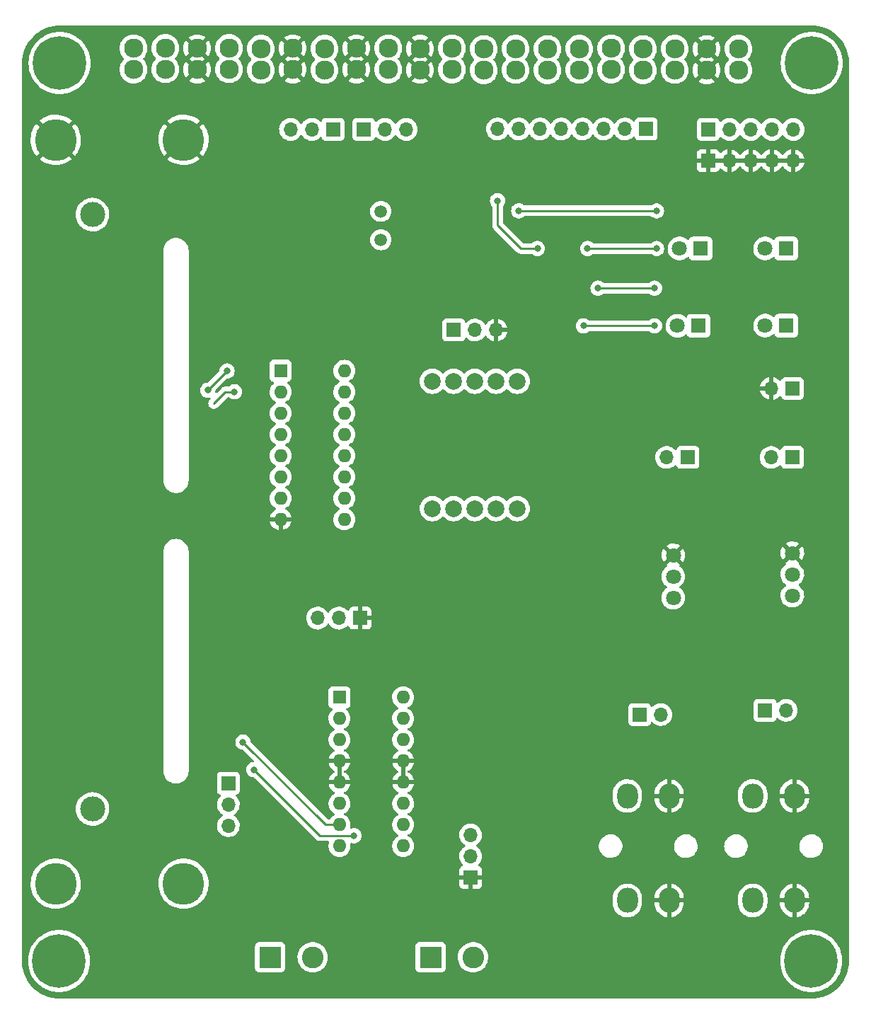
<source format=gbr>
%TF.GenerationSoftware,KiCad,Pcbnew,(6.0.7)*%
%TF.CreationDate,2022-09-06T17:39:21+02:00*%
%TF.ProjectId,myDAQExpansionBoard,6d794441-5145-4787-9061-6e73696f6e42,rev?*%
%TF.SameCoordinates,Original*%
%TF.FileFunction,Copper,L2,Bot*%
%TF.FilePolarity,Positive*%
%FSLAX46Y46*%
G04 Gerber Fmt 4.6, Leading zero omitted, Abs format (unit mm)*
G04 Created by KiCad (PCBNEW (6.0.7)) date 2022-09-06 17:39:21*
%MOMM*%
%LPD*%
G01*
G04 APERTURE LIST*
%TA.AperFunction,ComponentPad*%
%ADD10C,6.400000*%
%TD*%
%TA.AperFunction,ComponentPad*%
%ADD11C,0.800000*%
%TD*%
%TA.AperFunction,ComponentPad*%
%ADD12R,1.800000X1.800000*%
%TD*%
%TA.AperFunction,ComponentPad*%
%ADD13C,1.800000*%
%TD*%
%TA.AperFunction,ComponentPad*%
%ADD14O,2.500000X3.000000*%
%TD*%
%TA.AperFunction,ComponentPad*%
%ADD15R,1.700000X1.700000*%
%TD*%
%TA.AperFunction,ComponentPad*%
%ADD16O,1.700000X1.700000*%
%TD*%
%TA.AperFunction,ComponentPad*%
%ADD17R,2.600000X2.600000*%
%TD*%
%TA.AperFunction,ComponentPad*%
%ADD18C,2.600000*%
%TD*%
%TA.AperFunction,ComponentPad*%
%ADD19C,2.300000*%
%TD*%
%TA.AperFunction,ComponentPad*%
%ADD20R,1.600000X1.600000*%
%TD*%
%TA.AperFunction,ComponentPad*%
%ADD21O,1.600000X1.600000*%
%TD*%
%TA.AperFunction,ComponentPad*%
%ADD22C,1.500000*%
%TD*%
%TA.AperFunction,ComponentPad*%
%ADD23C,2.000000*%
%TD*%
%TA.AperFunction,ComponentPad*%
%ADD24C,5.000000*%
%TD*%
%TA.AperFunction,ComponentPad*%
%ADD25C,3.000000*%
%TD*%
%TA.AperFunction,ViaPad*%
%ADD26C,0.800000*%
%TD*%
%TA.AperFunction,Conductor*%
%ADD27C,0.254000*%
%TD*%
%TA.AperFunction,Conductor*%
%ADD28C,0.250000*%
%TD*%
G04 APERTURE END LIST*
D10*
%TO.P,H1,*%
%TO.N,*%
X135064466Y-50564466D03*
D11*
%TO.P,H1,1,1*%
%TO.N,unconnected-(H1-Pad1)*%
X133367410Y-52261522D03*
X135064466Y-48164466D03*
X136761522Y-52261522D03*
X133367410Y-48867410D03*
X132664466Y-50564466D03*
X136761522Y-48867410D03*
X137464466Y-50564466D03*
X135064466Y-52964466D03*
%TD*%
D12*
%TO.P,D4,1,K*%
%TO.N,Net-(D4-Pad1)*%
X132025000Y-81975000D03*
D13*
%TO.P,D4,2,A*%
%TO.N,DIO3*%
X129485000Y-81975000D03*
%TD*%
D14*
%TO.P,SW1,1,1*%
%TO.N,DIO4*%
X113000000Y-150750000D03*
X113000000Y-138250000D03*
%TO.P,SW1,2,2*%
%TO.N,GND*%
X118000000Y-150750000D03*
X118000000Y-138250000D03*
%TD*%
D15*
%TO.P,JP5,1,A*%
%TO.N,Net-(JP5-Pad1)*%
X132750000Y-89500000D03*
D16*
%TO.P,JP5,2,B*%
%TO.N,GND*%
X130210000Y-89500000D03*
%TD*%
D13*
%TO.P,SW4,1,A*%
%TO.N,+5V*%
X132750000Y-114290000D03*
%TO.P,SW4,2,B*%
%TO.N,Net-(R6-Pad2)*%
X132750000Y-111750000D03*
%TO.P,SW4,3,C*%
%TO.N,GND*%
X132750000Y-109210000D03*
%TD*%
D15*
%TO.P,JP10,1,A*%
%TO.N,Net-(JP10-Pad1)*%
X81450000Y-58500000D03*
D16*
%TO.P,JP10,2,C*%
%TO.N,AI0+*%
X83990000Y-58500000D03*
%TO.P,JP10,3,B*%
%TO.N,Net-(JP10-Pad3)*%
X86530000Y-58500000D03*
%TD*%
D15*
%TO.P,JP1,1,A*%
%TO.N,Net-(JP1-Pad1)*%
X114475000Y-128500000D03*
D16*
%TO.P,JP1,2,B*%
%TO.N,+5V*%
X117015000Y-128500000D03*
%TD*%
D15*
%TO.P,J2,1,Pin_1*%
%TO.N,+5V*%
X122675000Y-58500000D03*
D16*
%TO.P,J2,2,Pin_2*%
X125215000Y-58500000D03*
%TO.P,J2,3,Pin_3*%
X127755000Y-58500000D03*
%TO.P,J2,4,Pin_4*%
X130295000Y-58500000D03*
%TO.P,J2,5,Pin_5*%
X132835000Y-58500000D03*
%TD*%
D14*
%TO.P,SW2,1,1*%
%TO.N,DIO5*%
X128000000Y-138250000D03*
X128000000Y-150750000D03*
%TO.P,SW2,2,2*%
%TO.N,GND*%
X133000000Y-150750000D03*
X133000000Y-138250000D03*
%TD*%
D15*
%TO.P,JP14,1,A*%
%TO.N,SHUNT*%
X65250000Y-136725000D03*
D16*
%TO.P,JP14,2,C*%
%TO.N,Net-(J8-Pad1)*%
X65250000Y-139265000D03*
%TO.P,JP14,3,B*%
%TO.N,VDD*%
X65250000Y-141805000D03*
%TD*%
D17*
%TO.P,J6,1,Pin_1*%
%TO.N,Net-(J6-Pad1)*%
X89455000Y-157555000D03*
D18*
%TO.P,J6,2,Pin_2*%
%TO.N,Net-(J6-Pad2)*%
X94535000Y-157555000D03*
%TD*%
D12*
%TO.P,D2,1,K*%
%TO.N,Net-(D2-Pad1)*%
X132025000Y-72750000D03*
D13*
%TO.P,D2,2,A*%
%TO.N,DIO1*%
X129485000Y-72750000D03*
%TD*%
D10*
%TO.P,H4,*%
%TO.N,*%
X45064466Y-50564466D03*
D11*
%TO.P,H4,1,1*%
%TO.N,unconnected-(H4-Pad1)*%
X42664466Y-50564466D03*
X46761522Y-52261522D03*
X45064466Y-48164466D03*
X43367410Y-52261522D03*
X45064466Y-52964466D03*
X47464466Y-50564466D03*
X46761522Y-48867410D03*
X43367410Y-48867410D03*
%TD*%
D13*
%TO.P,SW3,1,A*%
%TO.N,+5V*%
X118500000Y-114540000D03*
%TO.P,SW3,2,B*%
%TO.N,Net-(R4-Pad1)*%
X118500000Y-112000000D03*
%TO.P,SW3,3,C*%
%TO.N,GND*%
X118500000Y-109460000D03*
%TD*%
D15*
%TO.P,JP12,1,A*%
%TO.N,GND*%
X81025000Y-116975000D03*
D16*
%TO.P,JP12,2,C*%
%TO.N,Net-(R20-Pad1)*%
X78485000Y-116975000D03*
%TO.P,JP12,3,B*%
%TO.N,+5V*%
X75945000Y-116975000D03*
%TD*%
D15*
%TO.P,JP2,1,A*%
%TO.N,Net-(JP2-Pad1)*%
X129475000Y-128000000D03*
D16*
%TO.P,JP2,2,B*%
%TO.N,+5V*%
X132015000Y-128000000D03*
%TD*%
D19*
%TO.P,J1,1,Pin_1*%
%TO.N,unconnected-(J1-Pad1)*%
X53905000Y-51340000D03*
X53905000Y-48800000D03*
X53905000Y-51340000D03*
%TO.P,J1,2,Pin_2*%
%TO.N,unconnected-(J1-Pad2)*%
X57715000Y-51300000D03*
X57715000Y-48760000D03*
X57715000Y-51300000D03*
%TO.P,J1,3,Pin_3*%
%TO.N,GND*%
X61525000Y-51340000D03*
X61525000Y-48800000D03*
X61525000Y-51340000D03*
%TO.P,J1,4,Pin_4*%
%TO.N,AO0*%
X65335000Y-48760000D03*
X65335000Y-51300000D03*
X65335000Y-51300000D03*
%TO.P,J1,5,Pin_5*%
%TO.N,unconnected-(J1-Pad5)*%
X69145000Y-51380000D03*
X69145000Y-48840000D03*
X69145000Y-51380000D03*
%TO.P,J1,6,Pin_6*%
%TO.N,GND*%
X72955000Y-48800000D03*
X72955000Y-51340000D03*
X72955000Y-51340000D03*
%TO.P,J1,7,Pin_7*%
%TO.N,AI0+*%
X76765000Y-51380000D03*
X76765000Y-51380000D03*
X76765000Y-48840000D03*
%TO.P,J1,8,Pin_8*%
%TO.N,GND*%
X80575000Y-51340000D03*
X80575000Y-48800000D03*
X80575000Y-51340000D03*
%TO.P,J1,9,Pin_9*%
%TO.N,AI1+*%
X84385000Y-48800000D03*
X84385000Y-51340000D03*
X84385000Y-51340000D03*
%TO.P,J1,10,Pin_10*%
%TO.N,GND*%
X88195000Y-51380000D03*
X88195000Y-51380000D03*
X88195000Y-48840000D03*
%TO.P,J1,11,Pin_11*%
%TO.N,DIO0*%
X92005000Y-48800000D03*
X92005000Y-51340000D03*
X92005000Y-51340000D03*
%TO.P,J1,12,Pin_12*%
%TO.N,DIO1*%
X95815000Y-51420000D03*
X95815000Y-51420000D03*
X95815000Y-48880000D03*
%TO.P,J1,13,Pin_13*%
%TO.N,DIO2*%
X99625000Y-51380000D03*
X99625000Y-51380000D03*
X99625000Y-48840000D03*
%TO.P,J1,14,Pin_14*%
%TO.N,DIO3*%
X103435000Y-51420000D03*
X103435000Y-48880000D03*
X103435000Y-51420000D03*
%TO.P,J1,15,Pin_15*%
%TO.N,DIO4*%
X107245000Y-51380000D03*
X107245000Y-51380000D03*
X107245000Y-48840000D03*
%TO.P,J1,16,Pin_16*%
%TO.N,DIO5*%
X111055000Y-48800000D03*
X111055000Y-51340000D03*
X111055000Y-51340000D03*
%TO.P,J1,17,Pin_17*%
%TO.N,DIO6*%
X114865000Y-51420000D03*
X114865000Y-48880000D03*
X114865000Y-51420000D03*
%TO.P,J1,18,Pin_18*%
%TO.N,DIO7*%
X118675000Y-51380000D03*
X118675000Y-51380000D03*
X118675000Y-48840000D03*
%TO.P,J1,19,Pin_19*%
%TO.N,GND*%
X122485000Y-51420000D03*
X122485000Y-51420000D03*
X122485000Y-48880000D03*
%TO.P,J1,20,Pin_20*%
%TO.N,+5V*%
X126295000Y-48840000D03*
X126295000Y-51380000D03*
X126295000Y-51380000D03*
%TD*%
D15*
%TO.P,JP9,1,A*%
%TO.N,+5V*%
X92225000Y-82500000D03*
D16*
%TO.P,JP9,2,C*%
%TO.N,Net-(JP9-Pad2)*%
X94765000Y-82500000D03*
%TO.P,JP9,3,B*%
%TO.N,GND*%
X97305000Y-82500000D03*
%TD*%
D20*
%TO.P,U1,1,B*%
%TO.N,DIO1*%
X71517500Y-87375000D03*
D21*
%TO.P,U1,2,C*%
%TO.N,DIO2*%
X71517500Y-89915000D03*
%TO.P,U1,3,LT*%
%TO.N,Net-(R12-Pad2)*%
X71517500Y-92455000D03*
%TO.P,U1,4,BI*%
X71517500Y-94995000D03*
%TO.P,U1,5,RBI*%
X71517500Y-97535000D03*
%TO.P,U1,6,D*%
%TO.N,DIO3*%
X71517500Y-100075000D03*
%TO.P,U1,7,A*%
%TO.N,DIO0*%
X71517500Y-102615000D03*
%TO.P,U1,8,GND*%
%TO.N,GND*%
X71517500Y-105155000D03*
%TO.P,U1,9,e*%
%TO.N,Net-(R14-Pad1)*%
X79137500Y-105155000D03*
%TO.P,U1,10,d*%
%TO.N,Net-(R13-Pad1)*%
X79137500Y-102615000D03*
%TO.P,U1,11,c*%
%TO.N,Net-(R11-Pad1)*%
X79137500Y-100075000D03*
%TO.P,U1,12,b*%
%TO.N,Net-(R9-Pad1)*%
X79137500Y-97535000D03*
%TO.P,U1,13,a*%
%TO.N,Net-(R8-Pad1)*%
X79137500Y-94995000D03*
%TO.P,U1,14,g*%
%TO.N,Net-(R16-Pad1)*%
X79137500Y-92455000D03*
%TO.P,U1,15,f*%
%TO.N,Net-(R15-Pad1)*%
X79137500Y-89915000D03*
%TO.P,U1,16,VCC*%
%TO.N,+5V*%
X79137500Y-87375000D03*
%TD*%
D22*
%TO.P,R18,1*%
%TO.N,+5V*%
X83500000Y-71700000D03*
%TO.P,R18,2*%
%TO.N,Net-(JP10-Pad3)*%
X83500000Y-68300000D03*
%TD*%
D15*
%TO.P,JP3,1,A*%
%TO.N,Net-(JP3-Pad1)*%
X120250000Y-97750000D03*
D16*
%TO.P,JP3,2,B*%
%TO.N,DIO6*%
X117710000Y-97750000D03*
%TD*%
D20*
%TO.P,U5,1,EN1\u002C2*%
%TO.N,Net-(R20-Pad2)*%
X78555000Y-126445000D03*
D21*
%TO.P,U5,2,1A*%
%TO.N,DIO0*%
X78555000Y-128985000D03*
%TO.P,U5,3,1Y*%
%TO.N,Net-(J4-Pad1)*%
X78555000Y-131525000D03*
%TO.P,U5,4,GND*%
%TO.N,GND*%
X78555000Y-134065000D03*
%TO.P,U5,5,GND*%
X78555000Y-136605000D03*
%TO.P,U5,6,2Y*%
%TO.N,Net-(J4-Pad2)*%
X78555000Y-139145000D03*
%TO.P,U5,7,2A*%
%TO.N,DIO1*%
X78555000Y-141685000D03*
%TO.P,U5,8,VCC2*%
%TO.N,VDD*%
X78555000Y-144225000D03*
%TO.P,U5,9,EN3\u002C4*%
%TO.N,Net-(R21-Pad2)*%
X86175000Y-144225000D03*
%TO.P,U5,10,3A*%
%TO.N,DIO2*%
X86175000Y-141685000D03*
%TO.P,U5,11,3Y*%
%TO.N,Net-(J6-Pad1)*%
X86175000Y-139145000D03*
%TO.P,U5,12,GND*%
%TO.N,GND*%
X86175000Y-136605000D03*
%TO.P,U5,13,GND*%
X86175000Y-134065000D03*
%TO.P,U5,14,4Y*%
%TO.N,Net-(J6-Pad2)*%
X86175000Y-131525000D03*
%TO.P,U5,15,4A*%
%TO.N,DIO3*%
X86175000Y-128985000D03*
%TO.P,U5,16,VCC1*%
%TO.N,+5V*%
X86175000Y-126445000D03*
%TD*%
D23*
%TO.P,U2,1,E*%
%TO.N,Net-(R14-Pad2)*%
X89670000Y-103870000D03*
%TO.P,U2,2,D*%
%TO.N,Net-(R13-Pad2)*%
X92210000Y-103870000D03*
%TO.P,U2,3,CA/CC*%
%TO.N,unconnected-(U2-Pad3)*%
X94750000Y-103870000D03*
%TO.P,U2,4,C*%
%TO.N,Net-(R11-Pad2)*%
X97290000Y-103870000D03*
%TO.P,U2,5,DP*%
%TO.N,unconnected-(U2-Pad5)*%
X99830000Y-103870000D03*
%TO.P,U2,6,B*%
%TO.N,Net-(R9-Pad2)*%
X99830000Y-88630000D03*
%TO.P,U2,7,A*%
%TO.N,Net-(R8-Pad2)*%
X97290000Y-88630000D03*
%TO.P,U2,8,CA/CC*%
%TO.N,Net-(JP9-Pad2)*%
X94750000Y-88630000D03*
%TO.P,U2,9,F*%
%TO.N,Net-(R15-Pad2)*%
X92210000Y-88630000D03*
%TO.P,U2,10,G*%
%TO.N,Net-(R16-Pad2)*%
X89670000Y-88630000D03*
%TD*%
D10*
%TO.P,H2,*%
%TO.N,*%
X135000000Y-158000000D03*
D11*
%TO.P,H2,1,1*%
%TO.N,unconnected-(H2-Pad1)*%
X132600000Y-158000000D03*
X133302944Y-156302944D03*
X136697056Y-156302944D03*
X135000000Y-155600000D03*
X137400000Y-158000000D03*
X136697056Y-159697056D03*
X133302944Y-159697056D03*
X135000000Y-160400000D03*
%TD*%
D15*
%TO.P,JP13,1,A*%
%TO.N,GND*%
X94250000Y-148000000D03*
D16*
%TO.P,JP13,2,C*%
%TO.N,Net-(R21-Pad1)*%
X94250000Y-145460000D03*
%TO.P,JP13,3,B*%
%TO.N,+5V*%
X94250000Y-142920000D03*
%TD*%
D15*
%TO.P,JP11,1,A*%
%TO.N,Net-(JP11-Pad1)*%
X77775000Y-58500000D03*
D16*
%TO.P,JP11,2,C*%
%TO.N,AI1+*%
X75235000Y-58500000D03*
%TO.P,JP11,3,B*%
%TO.N,AO0*%
X72695000Y-58500000D03*
%TD*%
D12*
%TO.P,D1,1,K*%
%TO.N,Net-(D1-Pad1)*%
X121775000Y-72750000D03*
D13*
%TO.P,D1,2,A*%
%TO.N,DIO0*%
X119235000Y-72750000D03*
%TD*%
D10*
%TO.P,H3,*%
%TO.N,*%
X45000000Y-158000000D03*
D11*
%TO.P,H3,1,1*%
%TO.N,unconnected-(H3-Pad1)*%
X47400000Y-158000000D03*
X45000000Y-160400000D03*
X42600000Y-158000000D03*
X46697056Y-159697056D03*
X46697056Y-156302944D03*
X43302944Y-156302944D03*
X45000000Y-155600000D03*
X43302944Y-159697056D03*
%TD*%
D24*
%TO.P,J8,1,Pin_1*%
%TO.N,Net-(J8-Pad1)*%
X44600000Y-148750000D03*
X59900000Y-148750000D03*
%TD*%
D15*
%TO.P,JP4,1,A*%
%TO.N,Net-(JP4-Pad1)*%
X132750000Y-97750000D03*
D16*
%TO.P,JP4,2,B*%
%TO.N,DIO7*%
X130210000Y-97750000D03*
%TD*%
D25*
%TO.P,R17,1*%
%TO.N,SHUNT*%
X49000000Y-139810000D03*
%TO.P,R17,2*%
%TO.N,Net-(R17-Pad2)*%
X49000000Y-68690000D03*
%TD*%
D12*
%TO.P,D3,1,K*%
%TO.N,Net-(D3-Pad1)*%
X121525000Y-82000000D03*
D13*
%TO.P,D3,2,A*%
%TO.N,DIO2*%
X118985000Y-82000000D03*
%TD*%
D24*
%TO.P,J5,1,Pin_1*%
%TO.N,GND*%
X59900000Y-59750000D03*
X44600000Y-59750000D03*
%TD*%
D15*
%TO.P,J3,1,Pin_1*%
%TO.N,GND*%
X122675000Y-62250000D03*
D16*
%TO.P,J3,2,Pin_2*%
X125215000Y-62250000D03*
%TO.P,J3,3,Pin_3*%
X127755000Y-62250000D03*
%TO.P,J3,4,Pin_4*%
X130295000Y-62250000D03*
%TO.P,J3,5,Pin_5*%
X132835000Y-62250000D03*
%TD*%
D15*
%TO.P,J7,1,Pin_1*%
%TO.N,DIO7*%
X115250000Y-58450000D03*
D16*
%TO.P,J7,2,Pin_2*%
%TO.N,DIO6*%
X112710000Y-58450000D03*
%TO.P,J7,3,Pin_3*%
%TO.N,DIO5*%
X110170000Y-58450000D03*
%TO.P,J7,4,Pin_4*%
%TO.N,DIO4*%
X107630000Y-58450000D03*
%TO.P,J7,5,Pin_5*%
%TO.N,DIO3*%
X105090000Y-58450000D03*
%TO.P,J7,6,Pin_6*%
%TO.N,DIO2*%
X102550000Y-58450000D03*
%TO.P,J7,7,Pin_7*%
%TO.N,DIO1*%
X100010000Y-58450000D03*
%TO.P,J7,8,Pin_8*%
%TO.N,DIO0*%
X97470000Y-58450000D03*
%TD*%
D17*
%TO.P,J4,1,Pin_1*%
%TO.N,Net-(J4-Pad1)*%
X70260000Y-157555000D03*
D18*
%TO.P,J4,2,Pin_2*%
%TO.N,Net-(J4-Pad2)*%
X75340000Y-157555000D03*
%TD*%
D26*
%TO.N,GND*%
X59750000Y-68750000D03*
X47100000Y-100000000D03*
X59750000Y-70000000D03*
X89500000Y-123000000D03*
X69750000Y-71250000D03*
X117250000Y-131000000D03*
X69750000Y-63500000D03*
X132250000Y-130500000D03*
X87250000Y-72000000D03*
X81500000Y-84700000D03*
%TO.N,DIO0*%
X108250000Y-72750000D03*
X97470000Y-67030000D03*
X116500000Y-72750000D03*
X102250000Y-72750000D03*
%TO.N,DIO1*%
X62800000Y-89700000D03*
X65100000Y-87400000D03*
X116500000Y-68250000D03*
X100010000Y-68240000D03*
X67000000Y-131800000D03*
%TO.N,DIO2*%
X68300000Y-135100000D03*
X116250000Y-82000000D03*
X80300000Y-143000000D03*
X107750000Y-82000000D03*
X66000000Y-89900000D03*
%TO.N,DIO3*%
X109500000Y-77500000D03*
X116250000Y-77500000D03*
%TD*%
D27*
%TO.N,DIO0*%
X102250000Y-72750000D02*
X100250000Y-72750000D01*
X97470000Y-69970000D02*
X100250000Y-72750000D01*
X97470000Y-67030000D02*
X97470000Y-69970000D01*
X116500000Y-72750000D02*
X108250000Y-72750000D01*
%TO.N,DIO1*%
X100010000Y-68240000D02*
X116490000Y-68240000D01*
D28*
X76885000Y-141685000D02*
X67000000Y-131800000D01*
D27*
X116490000Y-68240000D02*
X116500000Y-68250000D01*
D28*
X78555000Y-141685000D02*
X76885000Y-141685000D01*
X62800000Y-89700000D02*
X65100000Y-87400000D01*
%TO.N,DIO2*%
X80300000Y-143000000D02*
X76200000Y-143000000D01*
X76200000Y-143000000D02*
X68300000Y-135100000D01*
X64900000Y-89900000D02*
X63500000Y-91300000D01*
D27*
X116250000Y-82000000D02*
X107750000Y-82000000D01*
D28*
X66000000Y-89900000D02*
X64900000Y-89900000D01*
D27*
%TO.N,DIO3*%
X109500000Y-77500000D02*
X116250000Y-77500000D01*
%TD*%
%TA.AperFunction,Conductor*%
%TO.N,GND*%
G36*
X135034487Y-46074466D02*
G01*
X135049320Y-46076776D01*
X135049324Y-46076776D01*
X135058193Y-46078157D01*
X135078651Y-46075482D01*
X135100477Y-46074538D01*
X135450441Y-46089815D01*
X135461385Y-46090773D01*
X135838967Y-46140480D01*
X135849787Y-46142388D01*
X135930046Y-46160180D01*
X136221586Y-46224811D01*
X136232203Y-46227655D01*
X136595426Y-46342176D01*
X136605755Y-46345936D01*
X136957592Y-46491669D01*
X136967554Y-46496314D01*
X136990516Y-46508267D01*
X137305370Y-46672166D01*
X137314867Y-46677649D01*
X137636086Y-46882285D01*
X137645071Y-46888577D01*
X137915878Y-47096372D01*
X137947208Y-47120412D01*
X137955628Y-47127476D01*
X137987265Y-47156466D01*
X138236424Y-47384774D01*
X138244186Y-47392536D01*
X138501475Y-47673314D01*
X138508540Y-47681734D01*
X138740385Y-47983876D01*
X138746689Y-47992879D01*
X138951324Y-48314087D01*
X138956801Y-48323574D01*
X139056761Y-48515592D01*
X139132661Y-48661393D01*
X139137306Y-48671355D01*
X139283044Y-49023189D01*
X139286803Y-49033515D01*
X139321974Y-49145062D01*
X139401327Y-49396731D01*
X139404172Y-49407349D01*
X139486601Y-49779150D01*
X139488509Y-49789971D01*
X139513050Y-49976363D01*
X139538222Y-50167554D01*
X139539180Y-50178504D01*
X139540442Y-50207399D01*
X139550996Y-50449085D01*
X139554122Y-50520680D01*
X139552742Y-50545557D01*
X139550775Y-50558193D01*
X139551939Y-50567094D01*
X139551939Y-50567098D01*
X139554902Y-50589752D01*
X139555966Y-50606090D01*
X139555966Y-157950633D01*
X139554466Y-157970018D01*
X139552156Y-157984851D01*
X139552156Y-157984855D01*
X139550775Y-157993724D01*
X139553450Y-158014183D01*
X139554394Y-158036007D01*
X139543009Y-158296765D01*
X139539114Y-158385963D01*
X139538156Y-158396911D01*
X139489192Y-158768838D01*
X139488448Y-158774487D01*
X139486541Y-158785300D01*
X139406230Y-159147562D01*
X139404113Y-159157111D01*
X139401268Y-159167726D01*
X139286748Y-159530934D01*
X139282995Y-159541248D01*
X139153510Y-159853853D01*
X139137250Y-159893107D01*
X139132608Y-159903060D01*
X138970415Y-160214630D01*
X138956761Y-160240859D01*
X138951265Y-160250379D01*
X138746641Y-160571572D01*
X138740336Y-160580576D01*
X138508509Y-160882697D01*
X138501444Y-160891118D01*
X138244146Y-161171907D01*
X138236373Y-161179679D01*
X137955607Y-161436951D01*
X137947187Y-161444017D01*
X137645046Y-161675857D01*
X137636043Y-161682161D01*
X137586982Y-161713416D01*
X137314857Y-161886777D01*
X137305338Y-161892273D01*
X136967533Y-162068121D01*
X136957571Y-162072766D01*
X136957528Y-162072784D01*
X136605730Y-162218502D01*
X136595411Y-162222258D01*
X136344292Y-162301434D01*
X136232188Y-162336779D01*
X136221589Y-162339619D01*
X135849767Y-162422047D01*
X135838960Y-162423952D01*
X135461382Y-162473659D01*
X135450432Y-162474617D01*
X135107745Y-162489577D01*
X135082863Y-162488196D01*
X135070745Y-162486309D01*
X135061842Y-162487473D01*
X135061835Y-162487473D01*
X135039175Y-162490436D01*
X135022839Y-162491500D01*
X45084898Y-162491500D01*
X45065513Y-162490000D01*
X45050680Y-162487690D01*
X45050676Y-162487690D01*
X45041807Y-162486309D01*
X45021348Y-162488984D01*
X44999524Y-162489928D01*
X44695074Y-162476635D01*
X44649569Y-162474648D01*
X44638619Y-162473690D01*
X44370070Y-162438335D01*
X44261042Y-162423981D01*
X44250222Y-162422073D01*
X44109388Y-162390850D01*
X43878415Y-162339644D01*
X43867798Y-162336799D01*
X43700978Y-162284201D01*
X43504592Y-162222280D01*
X43494278Y-162218527D01*
X43142416Y-162072781D01*
X43132468Y-162068142D01*
X42945142Y-161970626D01*
X42794660Y-161892289D01*
X42785141Y-161886793D01*
X42463959Y-161682177D01*
X42454955Y-161675873D01*
X42152817Y-161444035D01*
X42144396Y-161436969D01*
X41863619Y-161179683D01*
X41855847Y-161171911D01*
X41598561Y-160891134D01*
X41591495Y-160882713D01*
X41359657Y-160580575D01*
X41353353Y-160571571D01*
X41148737Y-160250389D01*
X41143241Y-160240870D01*
X40967392Y-159903070D01*
X40962746Y-159893107D01*
X40947705Y-159856794D01*
X40817003Y-159541252D01*
X40813247Y-159530931D01*
X40807718Y-159513393D01*
X40715115Y-159219697D01*
X40698731Y-159167732D01*
X40695886Y-159157115D01*
X40613458Y-158785312D01*
X40611549Y-158774486D01*
X40610806Y-158768838D01*
X40594173Y-158642506D01*
X40561840Y-158396911D01*
X40560882Y-158385961D01*
X40551683Y-158175278D01*
X40545927Y-158043445D01*
X40547307Y-158018565D01*
X40547840Y-158015145D01*
X40549221Y-158006275D01*
X40548401Y-158000000D01*
X41286411Y-158000000D01*
X41306754Y-158388176D01*
X41307267Y-158391416D01*
X41307268Y-158391424D01*
X41317382Y-158455278D01*
X41367562Y-158772099D01*
X41468167Y-159147562D01*
X41469352Y-159150650D01*
X41469353Y-159150652D01*
X41492550Y-159211081D01*
X41607468Y-159510453D01*
X41783938Y-159856794D01*
X41995643Y-160182793D01*
X42240266Y-160484876D01*
X42515124Y-160759734D01*
X42817207Y-161004357D01*
X42819970Y-161006152D01*
X42819971Y-161006152D01*
X43081449Y-161175957D01*
X43143205Y-161216062D01*
X43146139Y-161217557D01*
X43146146Y-161217561D01*
X43477267Y-161386275D01*
X43489547Y-161392532D01*
X43852438Y-161531833D01*
X44227901Y-161632438D01*
X44431793Y-161664732D01*
X44608576Y-161692732D01*
X44608584Y-161692733D01*
X44611824Y-161693246D01*
X45000000Y-161713589D01*
X45388176Y-161693246D01*
X45391416Y-161692733D01*
X45391424Y-161692732D01*
X45568207Y-161664732D01*
X45772099Y-161632438D01*
X46147562Y-161531833D01*
X46510453Y-161392532D01*
X46522733Y-161386275D01*
X46853854Y-161217561D01*
X46853861Y-161217557D01*
X46856795Y-161216062D01*
X46918552Y-161175957D01*
X47180029Y-161006152D01*
X47180030Y-161006152D01*
X47182793Y-161004357D01*
X47484876Y-160759734D01*
X47759734Y-160484876D01*
X48004357Y-160182793D01*
X48216062Y-159856794D01*
X48392532Y-159510453D01*
X48507450Y-159211081D01*
X48530647Y-159150652D01*
X48530648Y-159150650D01*
X48531833Y-159147562D01*
X48597327Y-158903134D01*
X68451500Y-158903134D01*
X68458255Y-158965316D01*
X68509385Y-159101705D01*
X68596739Y-159218261D01*
X68713295Y-159305615D01*
X68849684Y-159356745D01*
X68911866Y-159363500D01*
X71608134Y-159363500D01*
X71670316Y-159356745D01*
X71806705Y-159305615D01*
X71923261Y-159218261D01*
X72010615Y-159101705D01*
X72061745Y-158965316D01*
X72068500Y-158903134D01*
X72068500Y-157507526D01*
X73527050Y-157507526D01*
X73539947Y-157776019D01*
X73592388Y-158039656D01*
X73683220Y-158292646D01*
X73810450Y-158529431D01*
X73813241Y-158533168D01*
X73813245Y-158533175D01*
X73894887Y-158642506D01*
X73971281Y-158744810D01*
X73974590Y-158748090D01*
X73974595Y-158748096D01*
X74135342Y-158907445D01*
X74162180Y-158934050D01*
X74165942Y-158936808D01*
X74165945Y-158936811D01*
X74214912Y-158972715D01*
X74378954Y-159092995D01*
X74383089Y-159095171D01*
X74383093Y-159095173D01*
X74612698Y-159215975D01*
X74616840Y-159218154D01*
X74870613Y-159306775D01*
X74875206Y-159307647D01*
X75130109Y-159356042D01*
X75130112Y-159356042D01*
X75134698Y-159356913D01*
X75262370Y-159361929D01*
X75398625Y-159367283D01*
X75398630Y-159367283D01*
X75403293Y-159367466D01*
X75507607Y-159356042D01*
X75665844Y-159338713D01*
X75665850Y-159338712D01*
X75670497Y-159338203D01*
X75782302Y-159308767D01*
X75925918Y-159270956D01*
X75925920Y-159270955D01*
X75930441Y-159269765D01*
X76037795Y-159223642D01*
X76173120Y-159165502D01*
X76173122Y-159165501D01*
X76177414Y-159163657D01*
X76296071Y-159090230D01*
X76402017Y-159024669D01*
X76402021Y-159024666D01*
X76405990Y-159022210D01*
X76546648Y-158903134D01*
X87646500Y-158903134D01*
X87653255Y-158965316D01*
X87704385Y-159101705D01*
X87791739Y-159218261D01*
X87908295Y-159305615D01*
X88044684Y-159356745D01*
X88106866Y-159363500D01*
X90803134Y-159363500D01*
X90865316Y-159356745D01*
X91001705Y-159305615D01*
X91118261Y-159218261D01*
X91205615Y-159101705D01*
X91256745Y-158965316D01*
X91263500Y-158903134D01*
X91263500Y-157507526D01*
X92722050Y-157507526D01*
X92734947Y-157776019D01*
X92787388Y-158039656D01*
X92878220Y-158292646D01*
X93005450Y-158529431D01*
X93008241Y-158533168D01*
X93008245Y-158533175D01*
X93089887Y-158642506D01*
X93166281Y-158744810D01*
X93169590Y-158748090D01*
X93169595Y-158748096D01*
X93330342Y-158907445D01*
X93357180Y-158934050D01*
X93360942Y-158936808D01*
X93360945Y-158936811D01*
X93409912Y-158972715D01*
X93573954Y-159092995D01*
X93578089Y-159095171D01*
X93578093Y-159095173D01*
X93807698Y-159215975D01*
X93811840Y-159218154D01*
X94065613Y-159306775D01*
X94070206Y-159307647D01*
X94325109Y-159356042D01*
X94325112Y-159356042D01*
X94329698Y-159356913D01*
X94457370Y-159361929D01*
X94593625Y-159367283D01*
X94593630Y-159367283D01*
X94598293Y-159367466D01*
X94702607Y-159356042D01*
X94860844Y-159338713D01*
X94860850Y-159338712D01*
X94865497Y-159338203D01*
X94977302Y-159308767D01*
X95120918Y-159270956D01*
X95120920Y-159270955D01*
X95125441Y-159269765D01*
X95232795Y-159223642D01*
X95368120Y-159165502D01*
X95368122Y-159165501D01*
X95372414Y-159163657D01*
X95491071Y-159090230D01*
X95597017Y-159024669D01*
X95597021Y-159024666D01*
X95600990Y-159022210D01*
X95806149Y-158848530D01*
X95983382Y-158646434D01*
X96128797Y-158420361D01*
X96239199Y-158175278D01*
X96276379Y-158043447D01*
X96288633Y-158000000D01*
X131286411Y-158000000D01*
X131306754Y-158388176D01*
X131307267Y-158391416D01*
X131307268Y-158391424D01*
X131317382Y-158455278D01*
X131367562Y-158772099D01*
X131468167Y-159147562D01*
X131469352Y-159150650D01*
X131469353Y-159150652D01*
X131492550Y-159211081D01*
X131607468Y-159510453D01*
X131783938Y-159856794D01*
X131995643Y-160182793D01*
X132240266Y-160484876D01*
X132515124Y-160759734D01*
X132817207Y-161004357D01*
X132819970Y-161006152D01*
X132819971Y-161006152D01*
X133081449Y-161175957D01*
X133143205Y-161216062D01*
X133146139Y-161217557D01*
X133146146Y-161217561D01*
X133477267Y-161386275D01*
X133489547Y-161392532D01*
X133852438Y-161531833D01*
X134227901Y-161632438D01*
X134431793Y-161664732D01*
X134608576Y-161692732D01*
X134608584Y-161692733D01*
X134611824Y-161693246D01*
X135000000Y-161713589D01*
X135388176Y-161693246D01*
X135391416Y-161692733D01*
X135391424Y-161692732D01*
X135568207Y-161664732D01*
X135772099Y-161632438D01*
X136147562Y-161531833D01*
X136510453Y-161392532D01*
X136522733Y-161386275D01*
X136853854Y-161217561D01*
X136853861Y-161217557D01*
X136856795Y-161216062D01*
X136918552Y-161175957D01*
X137180029Y-161006152D01*
X137180030Y-161006152D01*
X137182793Y-161004357D01*
X137484876Y-160759734D01*
X137759734Y-160484876D01*
X138004357Y-160182793D01*
X138216062Y-159856794D01*
X138392532Y-159510453D01*
X138507450Y-159211081D01*
X138530647Y-159150652D01*
X138530648Y-159150650D01*
X138531833Y-159147562D01*
X138632438Y-158772099D01*
X138682618Y-158455278D01*
X138692732Y-158391424D01*
X138692733Y-158391416D01*
X138693246Y-158388176D01*
X138713589Y-158000000D01*
X138693246Y-157611824D01*
X138684747Y-157558160D01*
X138664732Y-157431793D01*
X138632438Y-157227901D01*
X138531833Y-156852438D01*
X138392532Y-156489547D01*
X138311121Y-156329769D01*
X138217561Y-156146147D01*
X138217557Y-156146140D01*
X138216062Y-156143206D01*
X138200547Y-156119314D01*
X138006152Y-155819971D01*
X138006152Y-155819970D01*
X138004357Y-155817207D01*
X137759734Y-155515124D01*
X137484876Y-155240266D01*
X137182793Y-154995643D01*
X136856795Y-154783938D01*
X136853861Y-154782443D01*
X136853854Y-154782439D01*
X136513393Y-154608966D01*
X136510453Y-154607468D01*
X136147562Y-154468167D01*
X135772099Y-154367562D01*
X135568207Y-154335268D01*
X135391424Y-154307268D01*
X135391416Y-154307267D01*
X135388176Y-154306754D01*
X135000000Y-154286411D01*
X134611824Y-154306754D01*
X134608584Y-154307267D01*
X134608576Y-154307268D01*
X134431793Y-154335268D01*
X134227901Y-154367562D01*
X133852438Y-154468167D01*
X133489547Y-154607468D01*
X133486607Y-154608966D01*
X133146147Y-154782439D01*
X133146140Y-154782443D01*
X133143206Y-154783938D01*
X132817207Y-154995643D01*
X132515124Y-155240266D01*
X132240266Y-155515124D01*
X131995643Y-155817207D01*
X131993848Y-155819970D01*
X131993848Y-155819971D01*
X131799454Y-156119314D01*
X131783938Y-156143206D01*
X131782443Y-156146140D01*
X131782439Y-156146147D01*
X131688879Y-156329769D01*
X131607468Y-156489547D01*
X131468167Y-156852438D01*
X131367562Y-157227901D01*
X131335268Y-157431793D01*
X131315254Y-157558160D01*
X131306754Y-157611824D01*
X131286411Y-158000000D01*
X96288633Y-158000000D01*
X96310893Y-157921072D01*
X96310894Y-157921069D01*
X96312163Y-157916568D01*
X96330043Y-157776019D01*
X96345688Y-157653045D01*
X96345688Y-157653041D01*
X96346086Y-157649915D01*
X96348571Y-157555000D01*
X96328650Y-157286937D01*
X96269327Y-157024763D01*
X96171902Y-156774238D01*
X96038518Y-156540864D01*
X95995746Y-156486607D01*
X95972416Y-156457014D01*
X95872105Y-156329769D01*
X95676317Y-156145591D01*
X95478407Y-156008295D01*
X95459299Y-155995039D01*
X95459296Y-155995037D01*
X95455457Y-155992374D01*
X95451264Y-155990306D01*
X95218564Y-155875551D01*
X95218561Y-155875550D01*
X95214376Y-155873486D01*
X95166745Y-155858239D01*
X94988657Y-155801233D01*
X94958370Y-155791538D01*
X94953763Y-155790788D01*
X94953760Y-155790787D01*
X94740337Y-155756029D01*
X94693063Y-155748330D01*
X94562719Y-155746624D01*
X94428961Y-155744873D01*
X94428958Y-155744873D01*
X94424284Y-155744812D01*
X94157937Y-155781060D01*
X93899874Y-155856278D01*
X93655763Y-155968815D01*
X93651854Y-155971378D01*
X93434881Y-156113631D01*
X93434876Y-156113635D01*
X93430968Y-156116197D01*
X93230426Y-156295188D01*
X93058544Y-156501854D01*
X92919096Y-156731656D01*
X92917287Y-156735970D01*
X92917285Y-156735974D01*
X92816957Y-156975231D01*
X92815148Y-156979545D01*
X92748981Y-157240077D01*
X92722050Y-157507526D01*
X91263500Y-157507526D01*
X91263500Y-156206866D01*
X91256745Y-156144684D01*
X91205615Y-156008295D01*
X91118261Y-155891739D01*
X91001705Y-155804385D01*
X90865316Y-155753255D01*
X90803134Y-155746500D01*
X88106866Y-155746500D01*
X88044684Y-155753255D01*
X87908295Y-155804385D01*
X87791739Y-155891739D01*
X87704385Y-156008295D01*
X87653255Y-156144684D01*
X87646500Y-156206866D01*
X87646500Y-158903134D01*
X76546648Y-158903134D01*
X76611149Y-158848530D01*
X76788382Y-158646434D01*
X76933797Y-158420361D01*
X77044199Y-158175278D01*
X77081379Y-158043447D01*
X77115893Y-157921072D01*
X77115894Y-157921069D01*
X77117163Y-157916568D01*
X77135043Y-157776019D01*
X77150688Y-157653045D01*
X77150688Y-157653041D01*
X77151086Y-157649915D01*
X77153571Y-157555000D01*
X77133650Y-157286937D01*
X77074327Y-157024763D01*
X76976902Y-156774238D01*
X76843518Y-156540864D01*
X76800746Y-156486607D01*
X76777416Y-156457014D01*
X76677105Y-156329769D01*
X76481317Y-156145591D01*
X76283407Y-156008295D01*
X76264299Y-155995039D01*
X76264296Y-155995037D01*
X76260457Y-155992374D01*
X76256264Y-155990306D01*
X76023564Y-155875551D01*
X76023561Y-155875550D01*
X76019376Y-155873486D01*
X75971745Y-155858239D01*
X75793657Y-155801233D01*
X75763370Y-155791538D01*
X75758763Y-155790788D01*
X75758760Y-155790787D01*
X75545337Y-155756029D01*
X75498063Y-155748330D01*
X75367719Y-155746624D01*
X75233961Y-155744873D01*
X75233958Y-155744873D01*
X75229284Y-155744812D01*
X74962937Y-155781060D01*
X74704874Y-155856278D01*
X74460763Y-155968815D01*
X74456854Y-155971378D01*
X74239881Y-156113631D01*
X74239876Y-156113635D01*
X74235968Y-156116197D01*
X74035426Y-156295188D01*
X73863544Y-156501854D01*
X73724096Y-156731656D01*
X73722287Y-156735970D01*
X73722285Y-156735974D01*
X73621957Y-156975231D01*
X73620148Y-156979545D01*
X73553981Y-157240077D01*
X73527050Y-157507526D01*
X72068500Y-157507526D01*
X72068500Y-156206866D01*
X72061745Y-156144684D01*
X72010615Y-156008295D01*
X71923261Y-155891739D01*
X71806705Y-155804385D01*
X71670316Y-155753255D01*
X71608134Y-155746500D01*
X68911866Y-155746500D01*
X68849684Y-155753255D01*
X68713295Y-155804385D01*
X68596739Y-155891739D01*
X68509385Y-156008295D01*
X68458255Y-156144684D01*
X68451500Y-156206866D01*
X68451500Y-158903134D01*
X48597327Y-158903134D01*
X48632438Y-158772099D01*
X48682618Y-158455278D01*
X48692732Y-158391424D01*
X48692733Y-158391416D01*
X48693246Y-158388176D01*
X48713589Y-158000000D01*
X48693246Y-157611824D01*
X48684747Y-157558160D01*
X48664732Y-157431793D01*
X48632438Y-157227901D01*
X48531833Y-156852438D01*
X48392532Y-156489547D01*
X48311121Y-156329769D01*
X48217561Y-156146147D01*
X48217557Y-156146140D01*
X48216062Y-156143206D01*
X48200547Y-156119314D01*
X48006152Y-155819971D01*
X48006152Y-155819970D01*
X48004357Y-155817207D01*
X47759734Y-155515124D01*
X47484876Y-155240266D01*
X47182793Y-154995643D01*
X46856795Y-154783938D01*
X46853861Y-154782443D01*
X46853854Y-154782439D01*
X46513393Y-154608966D01*
X46510453Y-154607468D01*
X46147562Y-154468167D01*
X45772099Y-154367562D01*
X45568207Y-154335268D01*
X45391424Y-154307268D01*
X45391416Y-154307267D01*
X45388176Y-154306754D01*
X45000000Y-154286411D01*
X44611824Y-154306754D01*
X44608584Y-154307267D01*
X44608576Y-154307268D01*
X44431793Y-154335268D01*
X44227901Y-154367562D01*
X43852438Y-154468167D01*
X43489547Y-154607468D01*
X43486607Y-154608966D01*
X43146147Y-154782439D01*
X43146140Y-154782443D01*
X43143206Y-154783938D01*
X42817207Y-154995643D01*
X42515124Y-155240266D01*
X42240266Y-155515124D01*
X41995643Y-155817207D01*
X41993848Y-155819970D01*
X41993848Y-155819971D01*
X41799454Y-156119314D01*
X41783938Y-156143206D01*
X41782443Y-156146140D01*
X41782439Y-156146147D01*
X41688879Y-156329769D01*
X41607468Y-156489547D01*
X41468167Y-156852438D01*
X41367562Y-157227901D01*
X41335268Y-157431793D01*
X41315254Y-157558160D01*
X41306754Y-157611824D01*
X41286411Y-158000000D01*
X40548401Y-158000000D01*
X40545105Y-157974794D01*
X40544041Y-157958428D01*
X40546547Y-148655341D01*
X41587888Y-148655341D01*
X41587983Y-148658971D01*
X41587983Y-148658972D01*
X41596474Y-148983241D01*
X41596970Y-149002171D01*
X41645856Y-149345660D01*
X41733897Y-149681253D01*
X41859927Y-150004503D01*
X41861624Y-150007708D01*
X41995113Y-150259825D01*
X42022275Y-150311126D01*
X42024325Y-150314109D01*
X42024327Y-150314112D01*
X42216733Y-150594064D01*
X42216739Y-150594071D01*
X42218790Y-150597056D01*
X42446866Y-150858505D01*
X42449551Y-150860948D01*
X42700324Y-151089133D01*
X42703481Y-151092006D01*
X42985233Y-151294466D01*
X43288388Y-151463200D01*
X43608928Y-151595972D01*
X43612422Y-151596967D01*
X43612424Y-151596968D01*
X43939103Y-151690025D01*
X43939108Y-151690026D01*
X43942604Y-151691022D01*
X44139304Y-151723233D01*
X44281412Y-151746504D01*
X44281419Y-151746505D01*
X44284993Y-151747090D01*
X44444408Y-151754608D01*
X44627931Y-151763263D01*
X44627932Y-151763263D01*
X44631558Y-151763434D01*
X44640415Y-151762830D01*
X44974073Y-151740084D01*
X44974081Y-151740083D01*
X44977704Y-151739836D01*
X44981279Y-151739173D01*
X44981282Y-151739173D01*
X45315279Y-151677270D01*
X45315283Y-151677269D01*
X45318844Y-151676609D01*
X45650456Y-151574592D01*
X45968145Y-151435136D01*
X46188765Y-151306217D01*
X46264560Y-151261926D01*
X46264562Y-151261925D01*
X46267700Y-151260091D01*
X46273247Y-151255926D01*
X46542244Y-151053958D01*
X46542248Y-151053955D01*
X46545151Y-151051775D01*
X46796819Y-150812950D01*
X47019370Y-150546783D01*
X47061628Y-150482452D01*
X47114611Y-150401791D01*
X47209853Y-150256799D01*
X47338446Y-150001121D01*
X47364117Y-149950080D01*
X47364120Y-149950072D01*
X47365744Y-149946844D01*
X47439465Y-149745392D01*
X47483729Y-149624437D01*
X47483730Y-149624433D01*
X47484977Y-149621026D01*
X47485822Y-149617504D01*
X47485825Y-149617496D01*
X47565124Y-149287191D01*
X47565125Y-149287187D01*
X47565971Y-149283662D01*
X47566408Y-149280052D01*
X47607316Y-148942004D01*
X47607316Y-148941997D01*
X47607652Y-148939225D01*
X47609053Y-148894669D01*
X47612707Y-148778394D01*
X47613599Y-148750000D01*
X47613255Y-148744031D01*
X47608141Y-148655341D01*
X56887888Y-148655341D01*
X56887983Y-148658971D01*
X56887983Y-148658972D01*
X56896474Y-148983241D01*
X56896970Y-149002171D01*
X56945856Y-149345660D01*
X57033897Y-149681253D01*
X57159927Y-150004503D01*
X57161624Y-150007708D01*
X57295113Y-150259825D01*
X57322275Y-150311126D01*
X57324325Y-150314109D01*
X57324327Y-150314112D01*
X57516733Y-150594064D01*
X57516739Y-150594071D01*
X57518790Y-150597056D01*
X57746866Y-150858505D01*
X57749551Y-150860948D01*
X58000324Y-151089133D01*
X58003481Y-151092006D01*
X58285233Y-151294466D01*
X58588388Y-151463200D01*
X58908928Y-151595972D01*
X58912422Y-151596967D01*
X58912424Y-151596968D01*
X59239103Y-151690025D01*
X59239108Y-151690026D01*
X59242604Y-151691022D01*
X59439304Y-151723233D01*
X59581412Y-151746504D01*
X59581419Y-151746505D01*
X59584993Y-151747090D01*
X59744408Y-151754608D01*
X59927931Y-151763263D01*
X59927932Y-151763263D01*
X59931558Y-151763434D01*
X59940415Y-151762830D01*
X60274073Y-151740084D01*
X60274081Y-151740083D01*
X60277704Y-151739836D01*
X60281279Y-151739173D01*
X60281282Y-151739173D01*
X60615279Y-151677270D01*
X60615283Y-151677269D01*
X60618844Y-151676609D01*
X60950456Y-151574592D01*
X61268145Y-151435136D01*
X61488765Y-151306217D01*
X61564560Y-151261926D01*
X61564562Y-151261925D01*
X61567700Y-151260091D01*
X61573247Y-151255926D01*
X61825734Y-151066354D01*
X111241500Y-151066354D01*
X111241673Y-151068679D01*
X111241673Y-151068685D01*
X111242957Y-151085955D01*
X111255939Y-151260652D01*
X111256968Y-151265200D01*
X111256969Y-151265206D01*
X111295007Y-151433306D01*
X111313623Y-151515577D01*
X111315315Y-151519929D01*
X111315316Y-151519931D01*
X111403653Y-151747090D01*
X111408353Y-151759177D01*
X111538049Y-151986098D01*
X111699862Y-152191357D01*
X111890237Y-152370443D01*
X112042563Y-152476116D01*
X112100527Y-152516327D01*
X112104991Y-152519424D01*
X112109181Y-152521490D01*
X112109184Y-152521492D01*
X112335219Y-152632960D01*
X112335222Y-152632961D01*
X112339407Y-152635025D01*
X112343850Y-152636447D01*
X112343852Y-152636448D01*
X112582356Y-152712793D01*
X112588335Y-152714707D01*
X112846307Y-152756721D01*
X112960058Y-152758210D01*
X113102978Y-152760081D01*
X113102981Y-152760081D01*
X113107655Y-152760142D01*
X113366638Y-152724896D01*
X113377926Y-152721606D01*
X113438664Y-152703902D01*
X113617567Y-152651757D01*
X113651784Y-152635983D01*
X113672112Y-152626611D01*
X113854928Y-152542332D01*
X113904976Y-152509519D01*
X114069596Y-152401590D01*
X114069601Y-152401586D01*
X114073509Y-152399024D01*
X114268506Y-152224982D01*
X114435637Y-152024030D01*
X114571229Y-151800581D01*
X114672303Y-151559545D01*
X114736641Y-151306217D01*
X114737825Y-151294466D01*
X114758184Y-151092271D01*
X114758500Y-151089133D01*
X114758500Y-151063998D01*
X116242000Y-151063998D01*
X116242173Y-151068673D01*
X116256088Y-151255926D01*
X116257464Y-151265132D01*
X116313071Y-151510874D01*
X116315795Y-151519785D01*
X116407112Y-151754608D01*
X116411123Y-151763017D01*
X116536146Y-151981760D01*
X116541357Y-151989486D01*
X116697341Y-152187350D01*
X116703634Y-152194218D01*
X116887144Y-152366848D01*
X116894398Y-152372722D01*
X117101403Y-152516327D01*
X117109438Y-152521060D01*
X117335407Y-152632495D01*
X117344040Y-152635983D01*
X117583994Y-152712793D01*
X117593076Y-152714973D01*
X117728120Y-152736967D01*
X117741714Y-152735271D01*
X117745865Y-152721606D01*
X118254000Y-152721606D01*
X118258018Y-152735290D01*
X118271710Y-152737311D01*
X118361904Y-152725036D01*
X118371022Y-152723098D01*
X118612902Y-152652596D01*
X118621633Y-152649333D01*
X118850442Y-152543849D01*
X118858594Y-152539330D01*
X119069291Y-152401192D01*
X119076696Y-152395509D01*
X119264654Y-152227751D01*
X119271139Y-152221035D01*
X119432239Y-152027334D01*
X119437654Y-152019742D01*
X119568354Y-151804354D01*
X119572592Y-151796037D01*
X119670019Y-151563701D01*
X119672980Y-151554851D01*
X119734994Y-151310669D01*
X119736616Y-151301472D01*
X119757684Y-151092247D01*
X119758000Y-151085955D01*
X119758000Y-151066354D01*
X126241500Y-151066354D01*
X126241673Y-151068679D01*
X126241673Y-151068685D01*
X126242957Y-151085955D01*
X126255939Y-151260652D01*
X126256968Y-151265200D01*
X126256969Y-151265206D01*
X126295007Y-151433306D01*
X126313623Y-151515577D01*
X126315315Y-151519929D01*
X126315316Y-151519931D01*
X126403653Y-151747090D01*
X126408353Y-151759177D01*
X126538049Y-151986098D01*
X126699862Y-152191357D01*
X126890237Y-152370443D01*
X127042563Y-152476116D01*
X127100527Y-152516327D01*
X127104991Y-152519424D01*
X127109181Y-152521490D01*
X127109184Y-152521492D01*
X127335219Y-152632960D01*
X127335222Y-152632961D01*
X127339407Y-152635025D01*
X127343850Y-152636447D01*
X127343852Y-152636448D01*
X127582356Y-152712793D01*
X127588335Y-152714707D01*
X127846307Y-152756721D01*
X127960058Y-152758210D01*
X128102978Y-152760081D01*
X128102981Y-152760081D01*
X128107655Y-152760142D01*
X128366638Y-152724896D01*
X128377926Y-152721606D01*
X128438664Y-152703902D01*
X128617567Y-152651757D01*
X128651784Y-152635983D01*
X128672112Y-152626611D01*
X128854928Y-152542332D01*
X128904976Y-152509519D01*
X129069596Y-152401590D01*
X129069601Y-152401586D01*
X129073509Y-152399024D01*
X129268506Y-152224982D01*
X129435637Y-152024030D01*
X129571229Y-151800581D01*
X129672303Y-151559545D01*
X129736641Y-151306217D01*
X129737825Y-151294466D01*
X129758184Y-151092271D01*
X129758500Y-151089133D01*
X129758500Y-151063998D01*
X131242000Y-151063998D01*
X131242173Y-151068673D01*
X131256088Y-151255926D01*
X131257464Y-151265132D01*
X131313071Y-151510874D01*
X131315795Y-151519785D01*
X131407112Y-151754608D01*
X131411123Y-151763017D01*
X131536146Y-151981760D01*
X131541357Y-151989486D01*
X131697341Y-152187350D01*
X131703634Y-152194218D01*
X131887144Y-152366848D01*
X131894398Y-152372722D01*
X132101403Y-152516327D01*
X132109438Y-152521060D01*
X132335407Y-152632495D01*
X132344040Y-152635983D01*
X132583994Y-152712793D01*
X132593076Y-152714973D01*
X132728120Y-152736967D01*
X132741714Y-152735271D01*
X132745865Y-152721606D01*
X133254000Y-152721606D01*
X133258018Y-152735290D01*
X133271710Y-152737311D01*
X133361904Y-152725036D01*
X133371022Y-152723098D01*
X133612902Y-152652596D01*
X133621633Y-152649333D01*
X133850442Y-152543849D01*
X133858594Y-152539330D01*
X134069291Y-152401192D01*
X134076696Y-152395509D01*
X134264654Y-152227751D01*
X134271139Y-152221035D01*
X134432239Y-152027334D01*
X134437654Y-152019742D01*
X134568354Y-151804354D01*
X134572592Y-151796037D01*
X134670019Y-151563701D01*
X134672980Y-151554851D01*
X134734994Y-151310669D01*
X134736616Y-151301472D01*
X134757684Y-151092247D01*
X134758000Y-151085955D01*
X134758000Y-151022115D01*
X134753525Y-151006876D01*
X134752135Y-151005671D01*
X134744452Y-151004000D01*
X133272115Y-151004000D01*
X133256876Y-151008475D01*
X133255671Y-151009865D01*
X133254000Y-151017548D01*
X133254000Y-152721606D01*
X132745865Y-152721606D01*
X132746000Y-152721161D01*
X132746000Y-151022115D01*
X132741525Y-151006876D01*
X132740135Y-151005671D01*
X132732452Y-151004000D01*
X131260115Y-151004000D01*
X131244876Y-151008475D01*
X131243671Y-151009865D01*
X131242000Y-151017548D01*
X131242000Y-151063998D01*
X129758500Y-151063998D01*
X129758500Y-150477885D01*
X131242000Y-150477885D01*
X131246475Y-150493124D01*
X131247865Y-150494329D01*
X131255548Y-150496000D01*
X132727885Y-150496000D01*
X132743124Y-150491525D01*
X132744329Y-150490135D01*
X132746000Y-150482452D01*
X132746000Y-150477885D01*
X133254000Y-150477885D01*
X133258475Y-150493124D01*
X133259865Y-150494329D01*
X133267548Y-150496000D01*
X134739885Y-150496000D01*
X134755124Y-150491525D01*
X134756329Y-150490135D01*
X134758000Y-150482452D01*
X134758000Y-150436002D01*
X134757827Y-150431327D01*
X134743912Y-150244074D01*
X134742536Y-150234868D01*
X134686929Y-149989126D01*
X134684205Y-149980215D01*
X134592888Y-149745392D01*
X134588877Y-149736983D01*
X134463854Y-149518240D01*
X134458643Y-149510514D01*
X134302659Y-149312650D01*
X134296366Y-149305782D01*
X134112856Y-149133152D01*
X134105602Y-149127278D01*
X133898597Y-148983673D01*
X133890562Y-148978940D01*
X133664593Y-148867505D01*
X133655960Y-148864017D01*
X133416006Y-148787207D01*
X133406924Y-148785027D01*
X133271880Y-148763033D01*
X133258286Y-148764729D01*
X133254000Y-148778839D01*
X133254000Y-150477885D01*
X132746000Y-150477885D01*
X132746000Y-148778394D01*
X132741982Y-148764710D01*
X132728290Y-148762689D01*
X132638096Y-148774964D01*
X132628978Y-148776902D01*
X132387098Y-148847404D01*
X132378367Y-148850667D01*
X132149558Y-148956151D01*
X132141406Y-148960670D01*
X131930709Y-149098808D01*
X131923304Y-149104491D01*
X131735346Y-149272249D01*
X131728861Y-149278965D01*
X131567761Y-149472666D01*
X131562346Y-149480258D01*
X131431646Y-149695646D01*
X131427408Y-149703963D01*
X131329981Y-149936299D01*
X131327020Y-149945149D01*
X131265006Y-150189331D01*
X131263384Y-150198528D01*
X131242316Y-150407753D01*
X131242000Y-150414045D01*
X131242000Y-150477885D01*
X129758500Y-150477885D01*
X129758500Y-150433646D01*
X129758327Y-150431315D01*
X129744407Y-150244000D01*
X129744406Y-150243996D01*
X129744061Y-150239348D01*
X129734825Y-150198528D01*
X129687408Y-149988980D01*
X129686377Y-149984423D01*
X129673022Y-149950080D01*
X129593340Y-149745176D01*
X129593339Y-149745173D01*
X129591647Y-149740823D01*
X129559534Y-149684636D01*
X129464270Y-149517960D01*
X129461951Y-149513902D01*
X129300138Y-149308643D01*
X129109763Y-149129557D01*
X128920913Y-148998546D01*
X128898851Y-148983241D01*
X128898848Y-148983239D01*
X128895009Y-148980576D01*
X128890816Y-148978508D01*
X128664781Y-148867040D01*
X128664778Y-148867039D01*
X128660593Y-148864975D01*
X128614449Y-148850204D01*
X128416123Y-148786720D01*
X128411665Y-148785293D01*
X128153693Y-148743279D01*
X128039942Y-148741790D01*
X127897022Y-148739919D01*
X127897019Y-148739919D01*
X127892345Y-148739858D01*
X127633362Y-148775104D01*
X127628876Y-148776412D01*
X127628874Y-148776412D01*
X127598405Y-148785293D01*
X127382433Y-148848243D01*
X127378180Y-148850203D01*
X127378179Y-148850204D01*
X127327888Y-148873389D01*
X127145072Y-148957668D01*
X127106067Y-148983241D01*
X126930404Y-149098410D01*
X126930399Y-149098414D01*
X126926491Y-149100976D01*
X126731494Y-149275018D01*
X126564363Y-149475970D01*
X126561934Y-149479973D01*
X126437742Y-149684636D01*
X126428771Y-149699419D01*
X126327697Y-149940455D01*
X126263359Y-150193783D01*
X126262891Y-150198434D01*
X126262890Y-150198438D01*
X126256709Y-150259825D01*
X126241500Y-150410867D01*
X126241500Y-151066354D01*
X119758000Y-151066354D01*
X119758000Y-151022115D01*
X119753525Y-151006876D01*
X119752135Y-151005671D01*
X119744452Y-151004000D01*
X118272115Y-151004000D01*
X118256876Y-151008475D01*
X118255671Y-151009865D01*
X118254000Y-151017548D01*
X118254000Y-152721606D01*
X117745865Y-152721606D01*
X117746000Y-152721161D01*
X117746000Y-151022115D01*
X117741525Y-151006876D01*
X117740135Y-151005671D01*
X117732452Y-151004000D01*
X116260115Y-151004000D01*
X116244876Y-151008475D01*
X116243671Y-151009865D01*
X116242000Y-151017548D01*
X116242000Y-151063998D01*
X114758500Y-151063998D01*
X114758500Y-150477885D01*
X116242000Y-150477885D01*
X116246475Y-150493124D01*
X116247865Y-150494329D01*
X116255548Y-150496000D01*
X117727885Y-150496000D01*
X117743124Y-150491525D01*
X117744329Y-150490135D01*
X117746000Y-150482452D01*
X117746000Y-150477885D01*
X118254000Y-150477885D01*
X118258475Y-150493124D01*
X118259865Y-150494329D01*
X118267548Y-150496000D01*
X119739885Y-150496000D01*
X119755124Y-150491525D01*
X119756329Y-150490135D01*
X119758000Y-150482452D01*
X119758000Y-150436002D01*
X119757827Y-150431327D01*
X119743912Y-150244074D01*
X119742536Y-150234868D01*
X119686929Y-149989126D01*
X119684205Y-149980215D01*
X119592888Y-149745392D01*
X119588877Y-149736983D01*
X119463854Y-149518240D01*
X119458643Y-149510514D01*
X119302659Y-149312650D01*
X119296366Y-149305782D01*
X119112856Y-149133152D01*
X119105602Y-149127278D01*
X118898597Y-148983673D01*
X118890562Y-148978940D01*
X118664593Y-148867505D01*
X118655960Y-148864017D01*
X118416006Y-148787207D01*
X118406924Y-148785027D01*
X118271880Y-148763033D01*
X118258286Y-148764729D01*
X118254000Y-148778839D01*
X118254000Y-150477885D01*
X117746000Y-150477885D01*
X117746000Y-148778394D01*
X117741982Y-148764710D01*
X117728290Y-148762689D01*
X117638096Y-148774964D01*
X117628978Y-148776902D01*
X117387098Y-148847404D01*
X117378367Y-148850667D01*
X117149558Y-148956151D01*
X117141406Y-148960670D01*
X116930709Y-149098808D01*
X116923304Y-149104491D01*
X116735346Y-149272249D01*
X116728861Y-149278965D01*
X116567761Y-149472666D01*
X116562346Y-149480258D01*
X116431646Y-149695646D01*
X116427408Y-149703963D01*
X116329981Y-149936299D01*
X116327020Y-149945149D01*
X116265006Y-150189331D01*
X116263384Y-150198528D01*
X116242316Y-150407753D01*
X116242000Y-150414045D01*
X116242000Y-150477885D01*
X114758500Y-150477885D01*
X114758500Y-150433646D01*
X114758327Y-150431315D01*
X114744407Y-150244000D01*
X114744406Y-150243996D01*
X114744061Y-150239348D01*
X114734825Y-150198528D01*
X114687408Y-149988980D01*
X114686377Y-149984423D01*
X114673022Y-149950080D01*
X114593340Y-149745176D01*
X114593339Y-149745173D01*
X114591647Y-149740823D01*
X114559534Y-149684636D01*
X114464270Y-149517960D01*
X114461951Y-149513902D01*
X114300138Y-149308643D01*
X114109763Y-149129557D01*
X113920913Y-148998546D01*
X113898851Y-148983241D01*
X113898848Y-148983239D01*
X113895009Y-148980576D01*
X113890816Y-148978508D01*
X113664781Y-148867040D01*
X113664778Y-148867039D01*
X113660593Y-148864975D01*
X113614449Y-148850204D01*
X113416123Y-148786720D01*
X113411665Y-148785293D01*
X113153693Y-148743279D01*
X113039942Y-148741790D01*
X112897022Y-148739919D01*
X112897019Y-148739919D01*
X112892345Y-148739858D01*
X112633362Y-148775104D01*
X112628876Y-148776412D01*
X112628874Y-148776412D01*
X112598405Y-148785293D01*
X112382433Y-148848243D01*
X112378180Y-148850203D01*
X112378179Y-148850204D01*
X112327888Y-148873389D01*
X112145072Y-148957668D01*
X112106067Y-148983241D01*
X111930404Y-149098410D01*
X111930399Y-149098414D01*
X111926491Y-149100976D01*
X111731494Y-149275018D01*
X111564363Y-149475970D01*
X111561934Y-149479973D01*
X111437742Y-149684636D01*
X111428771Y-149699419D01*
X111327697Y-149940455D01*
X111263359Y-150193783D01*
X111262891Y-150198434D01*
X111262890Y-150198438D01*
X111256709Y-150259825D01*
X111241500Y-150410867D01*
X111241500Y-151066354D01*
X61825734Y-151066354D01*
X61842244Y-151053958D01*
X61842248Y-151053955D01*
X61845151Y-151051775D01*
X62096819Y-150812950D01*
X62319370Y-150546783D01*
X62361628Y-150482452D01*
X62414611Y-150401791D01*
X62509853Y-150256799D01*
X62638446Y-150001121D01*
X62664117Y-149950080D01*
X62664120Y-149950072D01*
X62665744Y-149946844D01*
X62739465Y-149745392D01*
X62783729Y-149624437D01*
X62783730Y-149624433D01*
X62784977Y-149621026D01*
X62785822Y-149617504D01*
X62785825Y-149617496D01*
X62865124Y-149287191D01*
X62865125Y-149287187D01*
X62865971Y-149283662D01*
X62866408Y-149280052D01*
X62907316Y-148942004D01*
X62907316Y-148941997D01*
X62907652Y-148939225D01*
X62909053Y-148894669D01*
X92892001Y-148894669D01*
X92892371Y-148901490D01*
X92897895Y-148952352D01*
X92901521Y-148967604D01*
X92946676Y-149088054D01*
X92955214Y-149103649D01*
X93031715Y-149205724D01*
X93044276Y-149218285D01*
X93146351Y-149294786D01*
X93161946Y-149303324D01*
X93282394Y-149348478D01*
X93297649Y-149352105D01*
X93348514Y-149357631D01*
X93355328Y-149358000D01*
X93977885Y-149358000D01*
X93993124Y-149353525D01*
X93994329Y-149352135D01*
X93996000Y-149344452D01*
X93996000Y-149339884D01*
X94504000Y-149339884D01*
X94508475Y-149355123D01*
X94509865Y-149356328D01*
X94517548Y-149357999D01*
X95144669Y-149357999D01*
X95151490Y-149357629D01*
X95202352Y-149352105D01*
X95217604Y-149348479D01*
X95338054Y-149303324D01*
X95353649Y-149294786D01*
X95455724Y-149218285D01*
X95468285Y-149205724D01*
X95544786Y-149103649D01*
X95553324Y-149088054D01*
X95598478Y-148967606D01*
X95602105Y-148952351D01*
X95607631Y-148901486D01*
X95608000Y-148894672D01*
X95608000Y-148272115D01*
X95603525Y-148256876D01*
X95602135Y-148255671D01*
X95594452Y-148254000D01*
X94522115Y-148254000D01*
X94506876Y-148258475D01*
X94505671Y-148259865D01*
X94504000Y-148267548D01*
X94504000Y-149339884D01*
X93996000Y-149339884D01*
X93996000Y-148272115D01*
X93991525Y-148256876D01*
X93990135Y-148255671D01*
X93982452Y-148254000D01*
X92910116Y-148254000D01*
X92894877Y-148258475D01*
X92893672Y-148259865D01*
X92892001Y-148267548D01*
X92892001Y-148894669D01*
X62909053Y-148894669D01*
X62912707Y-148778394D01*
X62913599Y-148750000D01*
X62913255Y-148744031D01*
X62893836Y-148407246D01*
X62893835Y-148407241D01*
X62893627Y-148403626D01*
X62833976Y-148061842D01*
X62735437Y-147729180D01*
X62599316Y-147410048D01*
X62549569Y-147322831D01*
X62429208Y-147111816D01*
X62427417Y-147108676D01*
X62419953Y-147098514D01*
X62224161Y-146831978D01*
X62222018Y-146829060D01*
X61985842Y-146574904D01*
X61722019Y-146349578D01*
X61434047Y-146156069D01*
X61266961Y-146069829D01*
X61128961Y-145998602D01*
X61125741Y-145996940D01*
X60801189Y-145874302D01*
X60797668Y-145873418D01*
X60797663Y-145873416D01*
X60636378Y-145832904D01*
X60464692Y-145789780D01*
X60442476Y-145786855D01*
X60124315Y-145744968D01*
X60124307Y-145744967D01*
X60120711Y-145744494D01*
X59976045Y-145742221D01*
X59777446Y-145739101D01*
X59777442Y-145739101D01*
X59773804Y-145739044D01*
X59770190Y-145739405D01*
X59770184Y-145739405D01*
X59526843Y-145763694D01*
X59428569Y-145773503D01*
X59089583Y-145847414D01*
X59086156Y-145848587D01*
X59086150Y-145848589D01*
X59007296Y-145875587D01*
X58761339Y-145959797D01*
X58448188Y-146109163D01*
X58154279Y-146293532D01*
X58151443Y-146295804D01*
X58151436Y-146295809D01*
X57969514Y-146441556D01*
X57883509Y-146510459D01*
X57639466Y-146757071D01*
X57637225Y-146759929D01*
X57580732Y-146831978D01*
X57425386Y-147030098D01*
X57423493Y-147033187D01*
X57423491Y-147033190D01*
X57377233Y-147108676D01*
X57244105Y-147325921D01*
X57242580Y-147329206D01*
X57242578Y-147329210D01*
X57203505Y-147413386D01*
X57098027Y-147640620D01*
X56989087Y-147970023D01*
X56988351Y-147973578D01*
X56988350Y-147973581D01*
X56926527Y-148272115D01*
X56918730Y-148309764D01*
X56887888Y-148655341D01*
X47608141Y-148655341D01*
X47593836Y-148407246D01*
X47593835Y-148407241D01*
X47593627Y-148403626D01*
X47533976Y-148061842D01*
X47435437Y-147729180D01*
X47299316Y-147410048D01*
X47249569Y-147322831D01*
X47129208Y-147111816D01*
X47127417Y-147108676D01*
X47119953Y-147098514D01*
X46924161Y-146831978D01*
X46922018Y-146829060D01*
X46685842Y-146574904D01*
X46422019Y-146349578D01*
X46134047Y-146156069D01*
X45966961Y-146069829D01*
X45828961Y-145998602D01*
X45825741Y-145996940D01*
X45501189Y-145874302D01*
X45497668Y-145873418D01*
X45497663Y-145873416D01*
X45336378Y-145832904D01*
X45164692Y-145789780D01*
X45142476Y-145786855D01*
X44824315Y-145744968D01*
X44824307Y-145744967D01*
X44820711Y-145744494D01*
X44676045Y-145742221D01*
X44477446Y-145739101D01*
X44477442Y-145739101D01*
X44473804Y-145739044D01*
X44470190Y-145739405D01*
X44470184Y-145739405D01*
X44226843Y-145763694D01*
X44128569Y-145773503D01*
X43789583Y-145847414D01*
X43786156Y-145848587D01*
X43786150Y-145848589D01*
X43707296Y-145875587D01*
X43461339Y-145959797D01*
X43148188Y-146109163D01*
X42854279Y-146293532D01*
X42851443Y-146295804D01*
X42851436Y-146295809D01*
X42669514Y-146441556D01*
X42583509Y-146510459D01*
X42339466Y-146757071D01*
X42337225Y-146759929D01*
X42280732Y-146831978D01*
X42125386Y-147030098D01*
X42123493Y-147033187D01*
X42123491Y-147033190D01*
X42077233Y-147108676D01*
X41944105Y-147325921D01*
X41942580Y-147329206D01*
X41942578Y-147329210D01*
X41903505Y-147413386D01*
X41798027Y-147640620D01*
X41689087Y-147970023D01*
X41688351Y-147973578D01*
X41688350Y-147973581D01*
X41626527Y-148272115D01*
X41618730Y-148309764D01*
X41587888Y-148655341D01*
X40546547Y-148655341D01*
X40548935Y-139788918D01*
X46986917Y-139788918D01*
X47002682Y-140062320D01*
X47003507Y-140066525D01*
X47003508Y-140066533D01*
X47020303Y-140152137D01*
X47055405Y-140331053D01*
X47056792Y-140335103D01*
X47056793Y-140335108D01*
X47134352Y-140561638D01*
X47144112Y-140590144D01*
X47154938Y-140611669D01*
X47240872Y-140782530D01*
X47267160Y-140834799D01*
X47269586Y-140838328D01*
X47269589Y-140838334D01*
X47402348Y-141031498D01*
X47422274Y-141060490D01*
X47425161Y-141063663D01*
X47425162Y-141063664D01*
X47581754Y-141235757D01*
X47606582Y-141263043D01*
X47816675Y-141438707D01*
X47820316Y-141440991D01*
X48045024Y-141581951D01*
X48045028Y-141581953D01*
X48048664Y-141584234D01*
X48116544Y-141614883D01*
X48294345Y-141695164D01*
X48294349Y-141695166D01*
X48298257Y-141696930D01*
X48302377Y-141698150D01*
X48302376Y-141698150D01*
X48556723Y-141773491D01*
X48556727Y-141773492D01*
X48560836Y-141774709D01*
X48565070Y-141775357D01*
X48565075Y-141775358D01*
X48827298Y-141815483D01*
X48827300Y-141815483D01*
X48831540Y-141816132D01*
X48970912Y-141818322D01*
X49101071Y-141820367D01*
X49101077Y-141820367D01*
X49105362Y-141820434D01*
X49377235Y-141787534D01*
X49437610Y-141771695D01*
X63887251Y-141771695D01*
X63887548Y-141776848D01*
X63887548Y-141776851D01*
X63893011Y-141871590D01*
X63900110Y-141994715D01*
X63901247Y-141999761D01*
X63901248Y-141999767D01*
X63921119Y-142087939D01*
X63949222Y-142212639D01*
X64033266Y-142419616D01*
X64149987Y-142610088D01*
X64296250Y-142778938D01*
X64423118Y-142884266D01*
X64460532Y-142915327D01*
X64468126Y-142921632D01*
X64661000Y-143034338D01*
X64869692Y-143114030D01*
X64874760Y-143115061D01*
X64874763Y-143115062D01*
X64982017Y-143136883D01*
X65088597Y-143158567D01*
X65093772Y-143158757D01*
X65093774Y-143158757D01*
X65306673Y-143166564D01*
X65306677Y-143166564D01*
X65311837Y-143166753D01*
X65316957Y-143166097D01*
X65316959Y-143166097D01*
X65528288Y-143139025D01*
X65528289Y-143139025D01*
X65533416Y-143138368D01*
X65538366Y-143136883D01*
X65742429Y-143075661D01*
X65742434Y-143075659D01*
X65747384Y-143074174D01*
X65947994Y-142975896D01*
X66129860Y-142846173D01*
X66134550Y-142841500D01*
X66282207Y-142694357D01*
X66288096Y-142688489D01*
X66305284Y-142664570D01*
X66415435Y-142511277D01*
X66418453Y-142507077D01*
X66431489Y-142480702D01*
X66515136Y-142311453D01*
X66515137Y-142311451D01*
X66517430Y-142306811D01*
X66549900Y-142199940D01*
X66580865Y-142098023D01*
X66580865Y-142098021D01*
X66582370Y-142093069D01*
X66611529Y-141871590D01*
X66612792Y-141819918D01*
X66613074Y-141808365D01*
X66613074Y-141808361D01*
X66613156Y-141805000D01*
X66594852Y-141582361D01*
X66540431Y-141365702D01*
X66451354Y-141160840D01*
X66386435Y-141060490D01*
X66332822Y-140977617D01*
X66332820Y-140977614D01*
X66330014Y-140973277D01*
X66179670Y-140808051D01*
X66175619Y-140804852D01*
X66175615Y-140804848D01*
X66008414Y-140672800D01*
X66008410Y-140672798D01*
X66004359Y-140669598D01*
X65963053Y-140646796D01*
X65913084Y-140596364D01*
X65898312Y-140526921D01*
X65923428Y-140460516D01*
X65950780Y-140433909D01*
X66015578Y-140387689D01*
X66129860Y-140306173D01*
X66288096Y-140148489D01*
X66297083Y-140135983D01*
X66415435Y-139971277D01*
X66418453Y-139967077D01*
X66450819Y-139901590D01*
X66515136Y-139771453D01*
X66515137Y-139771451D01*
X66517430Y-139766811D01*
X66582370Y-139553069D01*
X66611529Y-139331590D01*
X66612189Y-139304578D01*
X66613074Y-139268365D01*
X66613074Y-139268361D01*
X66613156Y-139265000D01*
X66594852Y-139042361D01*
X66540431Y-138825702D01*
X66451354Y-138620840D01*
X66330014Y-138433277D01*
X66326532Y-138429450D01*
X66182798Y-138271488D01*
X66151746Y-138207642D01*
X66160141Y-138137143D01*
X66205317Y-138082375D01*
X66231761Y-138068706D01*
X66338297Y-138028767D01*
X66346705Y-138025615D01*
X66463261Y-137938261D01*
X66550615Y-137821705D01*
X66601745Y-137685316D01*
X66608500Y-137623134D01*
X66608500Y-135826866D01*
X66601745Y-135764684D01*
X66550615Y-135628295D01*
X66463261Y-135511739D01*
X66346705Y-135424385D01*
X66210316Y-135373255D01*
X66148134Y-135366500D01*
X64351866Y-135366500D01*
X64289684Y-135373255D01*
X64153295Y-135424385D01*
X64036739Y-135511739D01*
X63949385Y-135628295D01*
X63898255Y-135764684D01*
X63891500Y-135826866D01*
X63891500Y-137623134D01*
X63898255Y-137685316D01*
X63949385Y-137821705D01*
X64036739Y-137938261D01*
X64153295Y-138025615D01*
X64161704Y-138028767D01*
X64161705Y-138028768D01*
X64270451Y-138069535D01*
X64327216Y-138112176D01*
X64351916Y-138178738D01*
X64336709Y-138248087D01*
X64317316Y-138274568D01*
X64255048Y-138339728D01*
X64190629Y-138407138D01*
X64187715Y-138411410D01*
X64187714Y-138411411D01*
X64109041Y-138526742D01*
X64064743Y-138591680D01*
X64049003Y-138625590D01*
X63983311Y-138767112D01*
X63970688Y-138794305D01*
X63910989Y-139009570D01*
X63887251Y-139231695D01*
X63887548Y-139236848D01*
X63887548Y-139236851D01*
X63893011Y-139331590D01*
X63900110Y-139454715D01*
X63901247Y-139459761D01*
X63901248Y-139459767D01*
X63917658Y-139532581D01*
X63949222Y-139672639D01*
X63987461Y-139766811D01*
X64030625Y-139873111D01*
X64033266Y-139879616D01*
X64035965Y-139884020D01*
X64145227Y-140062320D01*
X64149987Y-140070088D01*
X64296250Y-140238938D01*
X64468126Y-140381632D01*
X64523519Y-140414001D01*
X64541445Y-140424476D01*
X64590169Y-140476114D01*
X64603240Y-140545897D01*
X64576509Y-140611669D01*
X64536055Y-140645027D01*
X64523607Y-140651507D01*
X64519474Y-140654610D01*
X64519471Y-140654612D01*
X64487253Y-140678802D01*
X64344965Y-140785635D01*
X64341393Y-140789373D01*
X64250053Y-140884955D01*
X64190629Y-140947138D01*
X64187715Y-140951410D01*
X64187714Y-140951411D01*
X64111140Y-141063664D01*
X64064743Y-141131680D01*
X64049003Y-141165590D01*
X63982553Y-141308745D01*
X63970688Y-141334305D01*
X63910989Y-141549570D01*
X63887251Y-141771695D01*
X49437610Y-141771695D01*
X49642127Y-141718041D01*
X49646087Y-141716401D01*
X49646092Y-141716399D01*
X49778025Y-141661750D01*
X49895136Y-141613241D01*
X50131582Y-141475073D01*
X50347089Y-141306094D01*
X50388809Y-141263043D01*
X50534686Y-141112509D01*
X50537669Y-141109431D01*
X50540202Y-141105983D01*
X50540206Y-141105978D01*
X50697257Y-140892178D01*
X50699795Y-140888723D01*
X50723420Y-140845211D01*
X50828418Y-140651830D01*
X50828419Y-140651828D01*
X50830468Y-140648054D01*
X50910636Y-140435896D01*
X50925751Y-140395895D01*
X50925752Y-140395891D01*
X50927269Y-140391877D01*
X50965368Y-140225526D01*
X50987449Y-140129117D01*
X50987450Y-140129113D01*
X50988407Y-140124933D01*
X50992954Y-140073990D01*
X51012531Y-139854627D01*
X51012531Y-139854625D01*
X51012751Y-139852161D01*
X51013193Y-139810000D01*
X50998824Y-139599225D01*
X50994859Y-139541055D01*
X50994858Y-139541049D01*
X50994567Y-139536778D01*
X50939032Y-139268612D01*
X50847617Y-139010465D01*
X50744537Y-138810752D01*
X50723978Y-138770919D01*
X50723978Y-138770918D01*
X50722013Y-138767112D01*
X50714204Y-138756000D01*
X50598718Y-138591680D01*
X50564545Y-138543057D01*
X50442212Y-138411411D01*
X50381046Y-138345588D01*
X50381043Y-138345585D01*
X50378125Y-138342445D01*
X50374810Y-138339731D01*
X50374806Y-138339728D01*
X50213428Y-138207642D01*
X50166205Y-138168990D01*
X49932704Y-138025901D01*
X49919783Y-138020229D01*
X49685873Y-137917549D01*
X49685869Y-137917548D01*
X49681945Y-137915825D01*
X49418566Y-137840800D01*
X49414324Y-137840196D01*
X49414318Y-137840195D01*
X49213834Y-137811662D01*
X49147443Y-137802213D01*
X49003589Y-137801460D01*
X48877877Y-137800802D01*
X48877871Y-137800802D01*
X48873591Y-137800780D01*
X48869347Y-137801339D01*
X48869343Y-137801339D01*
X48778514Y-137813297D01*
X48602078Y-137836525D01*
X48597938Y-137837658D01*
X48597936Y-137837658D01*
X48525008Y-137857609D01*
X48337928Y-137908788D01*
X48333980Y-137910472D01*
X48089982Y-138014546D01*
X48089978Y-138014548D01*
X48086030Y-138016232D01*
X47973633Y-138083500D01*
X47854725Y-138154664D01*
X47854721Y-138154667D01*
X47851043Y-138156868D01*
X47637318Y-138328094D01*
X47620717Y-138345588D01*
X47457533Y-138517548D01*
X47448808Y-138526742D01*
X47289002Y-138749136D01*
X47160857Y-138991161D01*
X47159385Y-138995184D01*
X47159383Y-138995188D01*
X47072833Y-139231695D01*
X47066743Y-139248337D01*
X47008404Y-139515907D01*
X47008068Y-139520177D01*
X46996466Y-139667596D01*
X46986917Y-139788918D01*
X40548935Y-139788918D01*
X40550159Y-135243724D01*
X57486309Y-135243724D01*
X57487130Y-135250000D01*
X57486835Y-135250000D01*
X57505465Y-135486711D01*
X57506619Y-135491518D01*
X57506620Y-135491524D01*
X57532073Y-135597543D01*
X57560895Y-135717594D01*
X57562788Y-135722165D01*
X57562789Y-135722167D01*
X57633883Y-135893803D01*
X57651760Y-135936963D01*
X57654346Y-135941183D01*
X57773241Y-136135202D01*
X57773245Y-136135208D01*
X57775824Y-136139416D01*
X57930031Y-136319969D01*
X58110584Y-136474176D01*
X58114792Y-136476755D01*
X58114798Y-136476759D01*
X58308817Y-136595654D01*
X58313037Y-136598240D01*
X58317607Y-136600133D01*
X58317611Y-136600135D01*
X58527833Y-136687211D01*
X58532406Y-136689105D01*
X58612609Y-136708360D01*
X58758476Y-136743380D01*
X58758482Y-136743381D01*
X58763289Y-136744535D01*
X59000000Y-136763165D01*
X59236711Y-136744535D01*
X59241518Y-136743381D01*
X59241524Y-136743380D01*
X59387391Y-136708360D01*
X59467594Y-136689105D01*
X59472167Y-136687211D01*
X59682389Y-136600135D01*
X59682393Y-136600133D01*
X59686963Y-136598240D01*
X59691183Y-136595654D01*
X59885202Y-136476759D01*
X59885208Y-136476755D01*
X59889416Y-136474176D01*
X60069969Y-136319969D01*
X60224176Y-136139416D01*
X60226755Y-136135208D01*
X60226759Y-136135202D01*
X60345654Y-135941183D01*
X60348240Y-135936963D01*
X60366118Y-135893803D01*
X60437211Y-135722167D01*
X60437212Y-135722165D01*
X60439105Y-135717594D01*
X60467927Y-135597543D01*
X60493380Y-135491524D01*
X60493381Y-135491518D01*
X60494535Y-135486711D01*
X60510512Y-135283704D01*
X60511871Y-135272684D01*
X60512768Y-135267356D01*
X60512768Y-135267351D01*
X60513576Y-135262552D01*
X60513729Y-135250000D01*
X60509773Y-135222376D01*
X60508500Y-135204514D01*
X60508500Y-131800000D01*
X66086496Y-131800000D01*
X66106458Y-131989928D01*
X66165473Y-132171556D01*
X66168776Y-132177278D01*
X66168777Y-132177279D01*
X66202686Y-132236010D01*
X66260960Y-132336944D01*
X66388747Y-132478866D01*
X66543248Y-132591118D01*
X66549276Y-132593802D01*
X66549278Y-132593803D01*
X66696536Y-132659366D01*
X66717712Y-132668794D01*
X66811112Y-132688647D01*
X66898056Y-132707128D01*
X66898061Y-132707128D01*
X66904513Y-132708500D01*
X66960406Y-132708500D01*
X67028527Y-132728502D01*
X67049501Y-132745405D01*
X68281747Y-133977651D01*
X68315773Y-134039963D01*
X68310708Y-134110778D01*
X68268161Y-134167614D01*
X68207243Y-134191500D01*
X68204513Y-134191500D01*
X68017712Y-134231206D01*
X68011682Y-134233891D01*
X68011681Y-134233891D01*
X67849278Y-134306197D01*
X67849276Y-134306198D01*
X67843248Y-134308882D01*
X67837907Y-134312762D01*
X67837906Y-134312763D01*
X67821249Y-134324865D01*
X67688747Y-134421134D01*
X67560960Y-134563056D01*
X67557659Y-134568774D01*
X67472363Y-134716511D01*
X67465473Y-134728444D01*
X67406458Y-134910072D01*
X67386496Y-135100000D01*
X67387186Y-135106565D01*
X67404781Y-135273968D01*
X67406458Y-135289928D01*
X67465473Y-135471556D01*
X67468776Y-135477278D01*
X67468777Y-135477279D01*
X67479441Y-135495750D01*
X67560960Y-135636944D01*
X67565378Y-135641851D01*
X67565379Y-135641852D01*
X67669171Y-135757125D01*
X67688747Y-135778866D01*
X67843248Y-135891118D01*
X67849276Y-135893802D01*
X67849278Y-135893803D01*
X67983336Y-135953489D01*
X68017712Y-135968794D01*
X68111113Y-135988647D01*
X68198056Y-136007128D01*
X68198061Y-136007128D01*
X68204513Y-136008500D01*
X68260406Y-136008500D01*
X68328527Y-136028502D01*
X68349501Y-136045405D01*
X75696343Y-143392247D01*
X75703887Y-143400537D01*
X75708000Y-143407018D01*
X75713777Y-143412443D01*
X75757667Y-143453658D01*
X75760509Y-143456413D01*
X75780230Y-143476134D01*
X75783425Y-143478612D01*
X75792447Y-143486318D01*
X75824679Y-143516586D01*
X75831628Y-143520406D01*
X75842432Y-143526346D01*
X75858956Y-143537199D01*
X75874959Y-143549613D01*
X75915543Y-143567176D01*
X75926173Y-143572383D01*
X75964940Y-143593695D01*
X75972617Y-143595666D01*
X75972622Y-143595668D01*
X75984558Y-143598732D01*
X76003266Y-143605137D01*
X76021855Y-143613181D01*
X76029683Y-143614421D01*
X76029690Y-143614423D01*
X76065524Y-143620099D01*
X76077144Y-143622505D01*
X76112289Y-143631528D01*
X76119970Y-143633500D01*
X76140224Y-143633500D01*
X76159934Y-143635051D01*
X76179943Y-143638220D01*
X76187835Y-143637474D01*
X76223961Y-143634059D01*
X76235819Y-143633500D01*
X77194627Y-143633500D01*
X77262748Y-143653502D01*
X77309241Y-143707158D01*
X77319345Y-143777432D01*
X77316334Y-143792111D01*
X77271034Y-143961173D01*
X77261457Y-143996913D01*
X77241502Y-144225000D01*
X77261457Y-144453087D01*
X77262881Y-144458400D01*
X77262881Y-144458402D01*
X77288376Y-144553548D01*
X77320716Y-144674243D01*
X77323039Y-144679224D01*
X77323039Y-144679225D01*
X77415151Y-144876762D01*
X77415154Y-144876767D01*
X77417477Y-144881749D01*
X77420634Y-144886257D01*
X77511449Y-145015954D01*
X77548802Y-145069300D01*
X77710700Y-145231198D01*
X77715208Y-145234355D01*
X77715211Y-145234357D01*
X77756716Y-145263419D01*
X77898251Y-145362523D01*
X77903233Y-145364846D01*
X77903238Y-145364849D01*
X78100775Y-145456961D01*
X78105757Y-145459284D01*
X78111065Y-145460706D01*
X78111067Y-145460707D01*
X78321598Y-145517119D01*
X78321600Y-145517119D01*
X78326913Y-145518543D01*
X78555000Y-145538498D01*
X78783087Y-145518543D01*
X78788400Y-145517119D01*
X78788402Y-145517119D01*
X78998933Y-145460707D01*
X78998935Y-145460706D01*
X79004243Y-145459284D01*
X79009225Y-145456961D01*
X79206762Y-145364849D01*
X79206767Y-145364846D01*
X79211749Y-145362523D01*
X79353284Y-145263419D01*
X79394789Y-145234357D01*
X79394792Y-145234355D01*
X79399300Y-145231198D01*
X79561198Y-145069300D01*
X79598552Y-145015954D01*
X79689366Y-144886257D01*
X79692523Y-144881749D01*
X79694846Y-144876767D01*
X79694849Y-144876762D01*
X79786961Y-144679225D01*
X79786961Y-144679224D01*
X79789284Y-144674243D01*
X79821625Y-144553548D01*
X79847119Y-144458402D01*
X79847119Y-144458400D01*
X79848543Y-144453087D01*
X79868498Y-144225000D01*
X84861502Y-144225000D01*
X84881457Y-144453087D01*
X84882881Y-144458400D01*
X84882881Y-144458402D01*
X84908376Y-144553548D01*
X84940716Y-144674243D01*
X84943039Y-144679224D01*
X84943039Y-144679225D01*
X85035151Y-144876762D01*
X85035154Y-144876767D01*
X85037477Y-144881749D01*
X85040634Y-144886257D01*
X85131449Y-145015954D01*
X85168802Y-145069300D01*
X85330700Y-145231198D01*
X85335208Y-145234355D01*
X85335211Y-145234357D01*
X85376716Y-145263419D01*
X85518251Y-145362523D01*
X85523233Y-145364846D01*
X85523238Y-145364849D01*
X85720775Y-145456961D01*
X85725757Y-145459284D01*
X85731065Y-145460706D01*
X85731067Y-145460707D01*
X85941598Y-145517119D01*
X85941600Y-145517119D01*
X85946913Y-145518543D01*
X86175000Y-145538498D01*
X86403087Y-145518543D01*
X86408400Y-145517119D01*
X86408402Y-145517119D01*
X86618933Y-145460707D01*
X86618935Y-145460706D01*
X86624243Y-145459284D01*
X86629225Y-145456961D01*
X86694131Y-145426695D01*
X92887251Y-145426695D01*
X92887548Y-145431848D01*
X92887548Y-145431851D01*
X92893670Y-145538019D01*
X92900110Y-145649715D01*
X92901247Y-145654761D01*
X92901248Y-145654767D01*
X92920241Y-145739044D01*
X92949222Y-145867639D01*
X93033266Y-146074616D01*
X93149987Y-146265088D01*
X93296250Y-146433938D01*
X93300225Y-146437238D01*
X93300231Y-146437244D01*
X93305425Y-146441556D01*
X93345059Y-146500460D01*
X93346555Y-146571441D01*
X93309439Y-146631962D01*
X93269168Y-146656480D01*
X93161946Y-146696676D01*
X93146351Y-146705214D01*
X93044276Y-146781715D01*
X93031715Y-146794276D01*
X92955214Y-146896351D01*
X92946676Y-146911946D01*
X92901522Y-147032394D01*
X92897895Y-147047649D01*
X92892369Y-147098514D01*
X92892000Y-147105328D01*
X92892000Y-147727885D01*
X92896475Y-147743124D01*
X92897865Y-147744329D01*
X92905548Y-147746000D01*
X95589884Y-147746000D01*
X95605123Y-147741525D01*
X95606328Y-147740135D01*
X95607999Y-147732452D01*
X95607999Y-147105331D01*
X95607629Y-147098510D01*
X95602105Y-147047648D01*
X95598479Y-147032396D01*
X95553324Y-146911946D01*
X95544786Y-146896351D01*
X95468285Y-146794276D01*
X95455724Y-146781715D01*
X95353649Y-146705214D01*
X95338054Y-146696676D01*
X95227813Y-146655348D01*
X95171049Y-146612706D01*
X95146349Y-146546145D01*
X95161557Y-146476796D01*
X95183104Y-146448115D01*
X95284430Y-146347144D01*
X95284440Y-146347132D01*
X95288096Y-146343489D01*
X95347594Y-146260689D01*
X95415435Y-146166277D01*
X95418453Y-146162077D01*
X95421423Y-146156069D01*
X95515136Y-145966453D01*
X95515137Y-145966451D01*
X95517430Y-145961811D01*
X95582370Y-145748069D01*
X95611529Y-145526590D01*
X95611726Y-145518543D01*
X95613074Y-145463365D01*
X95613074Y-145463361D01*
X95613156Y-145460000D01*
X95594852Y-145237361D01*
X95540431Y-145020702D01*
X95451354Y-144815840D01*
X95351301Y-144661181D01*
X95332822Y-144632617D01*
X95332820Y-144632614D01*
X95330014Y-144628277D01*
X95179670Y-144463051D01*
X95175619Y-144459852D01*
X95175615Y-144459848D01*
X95008414Y-144327800D01*
X95008410Y-144327798D01*
X95004359Y-144324598D01*
X94963053Y-144301796D01*
X94913084Y-144251364D01*
X94898629Y-144183411D01*
X109587977Y-144183411D01*
X109588177Y-144188740D01*
X109588177Y-144188741D01*
X109588726Y-144203357D01*
X109596945Y-144422274D01*
X109646030Y-144656211D01*
X109733829Y-144878533D01*
X109857832Y-145082883D01*
X109861329Y-145086913D01*
X109996360Y-145242522D01*
X110014493Y-145263419D01*
X110018619Y-145266802D01*
X110018623Y-145266806D01*
X110117629Y-145347985D01*
X110199333Y-145414978D01*
X110203969Y-145417617D01*
X110203972Y-145417619D01*
X110272533Y-145456646D01*
X110407066Y-145533227D01*
X110631753Y-145614784D01*
X110637002Y-145615733D01*
X110637005Y-145615734D01*
X110862885Y-145656580D01*
X110862893Y-145656581D01*
X110866969Y-145657318D01*
X110885359Y-145658185D01*
X110890544Y-145658430D01*
X110890551Y-145658430D01*
X110892032Y-145658500D01*
X111060012Y-145658500D01*
X111238175Y-145643383D01*
X111243339Y-145642043D01*
X111243343Y-145642042D01*
X111464375Y-145584673D01*
X111464380Y-145584671D01*
X111469540Y-145583332D01*
X111588137Y-145529908D01*
X111682619Y-145487347D01*
X111682622Y-145487346D01*
X111687480Y-145485157D01*
X111885762Y-145351666D01*
X112058718Y-145186674D01*
X112201402Y-144994900D01*
X112290026Y-144820590D01*
X112307314Y-144786586D01*
X112307314Y-144786585D01*
X112309733Y-144781828D01*
X112350361Y-144650984D01*
X112379032Y-144558651D01*
X112379033Y-144558645D01*
X112380616Y-144553548D01*
X112410537Y-144327800D01*
X112411323Y-144321873D01*
X112411323Y-144321869D01*
X112412023Y-144316589D01*
X112411645Y-144306507D01*
X112407023Y-144183411D01*
X118587977Y-144183411D01*
X118588177Y-144188740D01*
X118588177Y-144188741D01*
X118588726Y-144203357D01*
X118596945Y-144422274D01*
X118646030Y-144656211D01*
X118733829Y-144878533D01*
X118857832Y-145082883D01*
X118861329Y-145086913D01*
X118996360Y-145242522D01*
X119014493Y-145263419D01*
X119018619Y-145266802D01*
X119018623Y-145266806D01*
X119117629Y-145347985D01*
X119199333Y-145414978D01*
X119203969Y-145417617D01*
X119203972Y-145417619D01*
X119272533Y-145456646D01*
X119407066Y-145533227D01*
X119631753Y-145614784D01*
X119637002Y-145615733D01*
X119637005Y-145615734D01*
X119862885Y-145656580D01*
X119862893Y-145656581D01*
X119866969Y-145657318D01*
X119885359Y-145658185D01*
X119890544Y-145658430D01*
X119890551Y-145658430D01*
X119892032Y-145658500D01*
X120060012Y-145658500D01*
X120238175Y-145643383D01*
X120243339Y-145642043D01*
X120243343Y-145642042D01*
X120464375Y-145584673D01*
X120464380Y-145584671D01*
X120469540Y-145583332D01*
X120588137Y-145529908D01*
X120682619Y-145487347D01*
X120682622Y-145487346D01*
X120687480Y-145485157D01*
X120885762Y-145351666D01*
X121058718Y-145186674D01*
X121201402Y-144994900D01*
X121290026Y-144820590D01*
X121307314Y-144786586D01*
X121307314Y-144786585D01*
X121309733Y-144781828D01*
X121350361Y-144650984D01*
X121379032Y-144558651D01*
X121379033Y-144558645D01*
X121380616Y-144553548D01*
X121410537Y-144327800D01*
X121411323Y-144321873D01*
X121411323Y-144321869D01*
X121412023Y-144316589D01*
X121411645Y-144306507D01*
X121407023Y-144183411D01*
X124587977Y-144183411D01*
X124588177Y-144188740D01*
X124588177Y-144188741D01*
X124588726Y-144203357D01*
X124596945Y-144422274D01*
X124646030Y-144656211D01*
X124733829Y-144878533D01*
X124857832Y-145082883D01*
X124861329Y-145086913D01*
X124996360Y-145242522D01*
X125014493Y-145263419D01*
X125018619Y-145266802D01*
X125018623Y-145266806D01*
X125117629Y-145347985D01*
X125199333Y-145414978D01*
X125203969Y-145417617D01*
X125203972Y-145417619D01*
X125272533Y-145456646D01*
X125407066Y-145533227D01*
X125631753Y-145614784D01*
X125637002Y-145615733D01*
X125637005Y-145615734D01*
X125862885Y-145656580D01*
X125862893Y-145656581D01*
X125866969Y-145657318D01*
X125885359Y-145658185D01*
X125890544Y-145658430D01*
X125890551Y-145658430D01*
X125892032Y-145658500D01*
X126060012Y-145658500D01*
X126238175Y-145643383D01*
X126243339Y-145642043D01*
X126243343Y-145642042D01*
X126464375Y-145584673D01*
X126464380Y-145584671D01*
X126469540Y-145583332D01*
X126588137Y-145529908D01*
X126682619Y-145487347D01*
X126682622Y-145487346D01*
X126687480Y-145485157D01*
X126885762Y-145351666D01*
X127058718Y-145186674D01*
X127201402Y-144994900D01*
X127290026Y-144820590D01*
X127307314Y-144786586D01*
X127307314Y-144786585D01*
X127309733Y-144781828D01*
X127350361Y-144650984D01*
X127379032Y-144558651D01*
X127379033Y-144558645D01*
X127380616Y-144553548D01*
X127410537Y-144327800D01*
X127411323Y-144321873D01*
X127411323Y-144321869D01*
X127412023Y-144316589D01*
X127411645Y-144306507D01*
X127407023Y-144183411D01*
X133587977Y-144183411D01*
X133588177Y-144188740D01*
X133588177Y-144188741D01*
X133588726Y-144203357D01*
X133596945Y-144422274D01*
X133646030Y-144656211D01*
X133733829Y-144878533D01*
X133857832Y-145082883D01*
X133861329Y-145086913D01*
X133996360Y-145242522D01*
X134014493Y-145263419D01*
X134018619Y-145266802D01*
X134018623Y-145266806D01*
X134117629Y-145347985D01*
X134199333Y-145414978D01*
X134203969Y-145417617D01*
X134203972Y-145417619D01*
X134272533Y-145456646D01*
X134407066Y-145533227D01*
X134631753Y-145614784D01*
X134637002Y-145615733D01*
X134637005Y-145615734D01*
X134862885Y-145656580D01*
X134862893Y-145656581D01*
X134866969Y-145657318D01*
X134885359Y-145658185D01*
X134890544Y-145658430D01*
X134890551Y-145658430D01*
X134892032Y-145658500D01*
X135060012Y-145658500D01*
X135238175Y-145643383D01*
X135243339Y-145642043D01*
X135243343Y-145642042D01*
X135464375Y-145584673D01*
X135464380Y-145584671D01*
X135469540Y-145583332D01*
X135588137Y-145529908D01*
X135682619Y-145487347D01*
X135682622Y-145487346D01*
X135687480Y-145485157D01*
X135885762Y-145351666D01*
X136058718Y-145186674D01*
X136201402Y-144994900D01*
X136290026Y-144820590D01*
X136307314Y-144786586D01*
X136307314Y-144786585D01*
X136309733Y-144781828D01*
X136350361Y-144650984D01*
X136379032Y-144558651D01*
X136379033Y-144558645D01*
X136380616Y-144553548D01*
X136410537Y-144327800D01*
X136411323Y-144321873D01*
X136411323Y-144321869D01*
X136412023Y-144316589D01*
X136411645Y-144306507D01*
X136406967Y-144181921D01*
X136403055Y-144077726D01*
X136365185Y-143897240D01*
X136355067Y-143849016D01*
X136355066Y-143849013D01*
X136353970Y-143843789D01*
X136266171Y-143621467D01*
X136142168Y-143417117D01*
X136120587Y-143392247D01*
X135989007Y-143240614D01*
X135989005Y-143240612D01*
X135985507Y-143236581D01*
X135981381Y-143233198D01*
X135981377Y-143233194D01*
X135856867Y-143131103D01*
X135800667Y-143085022D01*
X135796031Y-143082383D01*
X135796028Y-143082381D01*
X135608961Y-142975896D01*
X135592934Y-142966773D01*
X135368247Y-142885216D01*
X135362998Y-142884267D01*
X135362995Y-142884266D01*
X135137115Y-142843420D01*
X135137107Y-142843419D01*
X135133031Y-142842682D01*
X135114641Y-142841815D01*
X135109456Y-142841570D01*
X135109449Y-142841570D01*
X135107968Y-142841500D01*
X134939988Y-142841500D01*
X134761825Y-142856617D01*
X134756661Y-142857957D01*
X134756657Y-142857958D01*
X134535625Y-142915327D01*
X134535620Y-142915329D01*
X134530460Y-142916668D01*
X134525594Y-142918860D01*
X134317381Y-143012653D01*
X134317378Y-143012654D01*
X134312520Y-143014843D01*
X134114238Y-143148334D01*
X134110381Y-143152013D01*
X134110379Y-143152015D01*
X134043680Y-143215643D01*
X133941282Y-143313326D01*
X133798598Y-143505100D01*
X133796182Y-143509851D01*
X133796180Y-143509855D01*
X133723147Y-143653502D01*
X133690267Y-143718172D01*
X133670738Y-143781067D01*
X133620968Y-143941349D01*
X133620967Y-143941355D01*
X133619384Y-143946452D01*
X133602676Y-144072508D01*
X133594909Y-144131114D01*
X133587977Y-144183411D01*
X127407023Y-144183411D01*
X127406967Y-144181921D01*
X127403055Y-144077726D01*
X127365185Y-143897240D01*
X127355067Y-143849016D01*
X127355066Y-143849013D01*
X127353970Y-143843789D01*
X127266171Y-143621467D01*
X127142168Y-143417117D01*
X127120587Y-143392247D01*
X126989007Y-143240614D01*
X126989005Y-143240612D01*
X126985507Y-143236581D01*
X126981381Y-143233198D01*
X126981377Y-143233194D01*
X126856867Y-143131103D01*
X126800667Y-143085022D01*
X126796031Y-143082383D01*
X126796028Y-143082381D01*
X126608961Y-142975896D01*
X126592934Y-142966773D01*
X126368247Y-142885216D01*
X126362998Y-142884267D01*
X126362995Y-142884266D01*
X126137115Y-142843420D01*
X126137107Y-142843419D01*
X126133031Y-142842682D01*
X126114641Y-142841815D01*
X126109456Y-142841570D01*
X126109449Y-142841570D01*
X126107968Y-142841500D01*
X125939988Y-142841500D01*
X125761825Y-142856617D01*
X125756661Y-142857957D01*
X125756657Y-142857958D01*
X125535625Y-142915327D01*
X125535620Y-142915329D01*
X125530460Y-142916668D01*
X125525594Y-142918860D01*
X125317381Y-143012653D01*
X125317378Y-143012654D01*
X125312520Y-143014843D01*
X125114238Y-143148334D01*
X125110381Y-143152013D01*
X125110379Y-143152015D01*
X125043680Y-143215643D01*
X124941282Y-143313326D01*
X124798598Y-143505100D01*
X124796182Y-143509851D01*
X124796180Y-143509855D01*
X124723147Y-143653502D01*
X124690267Y-143718172D01*
X124670738Y-143781067D01*
X124620968Y-143941349D01*
X124620967Y-143941355D01*
X124619384Y-143946452D01*
X124602676Y-144072508D01*
X124594909Y-144131114D01*
X124587977Y-144183411D01*
X121407023Y-144183411D01*
X121406967Y-144181921D01*
X121403055Y-144077726D01*
X121365185Y-143897240D01*
X121355067Y-143849016D01*
X121355066Y-143849013D01*
X121353970Y-143843789D01*
X121266171Y-143621467D01*
X121142168Y-143417117D01*
X121120587Y-143392247D01*
X120989007Y-143240614D01*
X120989005Y-143240612D01*
X120985507Y-143236581D01*
X120981381Y-143233198D01*
X120981377Y-143233194D01*
X120856867Y-143131103D01*
X120800667Y-143085022D01*
X120796031Y-143082383D01*
X120796028Y-143082381D01*
X120608961Y-142975896D01*
X120592934Y-142966773D01*
X120368247Y-142885216D01*
X120362998Y-142884267D01*
X120362995Y-142884266D01*
X120137115Y-142843420D01*
X120137107Y-142843419D01*
X120133031Y-142842682D01*
X120114641Y-142841815D01*
X120109456Y-142841570D01*
X120109449Y-142841570D01*
X120107968Y-142841500D01*
X119939988Y-142841500D01*
X119761825Y-142856617D01*
X119756661Y-142857957D01*
X119756657Y-142857958D01*
X119535625Y-142915327D01*
X119535620Y-142915329D01*
X119530460Y-142916668D01*
X119525594Y-142918860D01*
X119317381Y-143012653D01*
X119317378Y-143012654D01*
X119312520Y-143014843D01*
X119114238Y-143148334D01*
X119110381Y-143152013D01*
X119110379Y-143152015D01*
X119043680Y-143215643D01*
X118941282Y-143313326D01*
X118798598Y-143505100D01*
X118796182Y-143509851D01*
X118796180Y-143509855D01*
X118723147Y-143653502D01*
X118690267Y-143718172D01*
X118670738Y-143781067D01*
X118620968Y-143941349D01*
X118620967Y-143941355D01*
X118619384Y-143946452D01*
X118602676Y-144072508D01*
X118594909Y-144131114D01*
X118587977Y-144183411D01*
X112407023Y-144183411D01*
X112406967Y-144181921D01*
X112403055Y-144077726D01*
X112365185Y-143897240D01*
X112355067Y-143849016D01*
X112355066Y-143849013D01*
X112353970Y-143843789D01*
X112266171Y-143621467D01*
X112142168Y-143417117D01*
X112120587Y-143392247D01*
X111989007Y-143240614D01*
X111989005Y-143240612D01*
X111985507Y-143236581D01*
X111981381Y-143233198D01*
X111981377Y-143233194D01*
X111856867Y-143131103D01*
X111800667Y-143085022D01*
X111796031Y-143082383D01*
X111796028Y-143082381D01*
X111608961Y-142975896D01*
X111592934Y-142966773D01*
X111368247Y-142885216D01*
X111362998Y-142884267D01*
X111362995Y-142884266D01*
X111137115Y-142843420D01*
X111137107Y-142843419D01*
X111133031Y-142842682D01*
X111114641Y-142841815D01*
X111109456Y-142841570D01*
X111109449Y-142841570D01*
X111107968Y-142841500D01*
X110939988Y-142841500D01*
X110761825Y-142856617D01*
X110756661Y-142857957D01*
X110756657Y-142857958D01*
X110535625Y-142915327D01*
X110535620Y-142915329D01*
X110530460Y-142916668D01*
X110525594Y-142918860D01*
X110317381Y-143012653D01*
X110317378Y-143012654D01*
X110312520Y-143014843D01*
X110114238Y-143148334D01*
X110110381Y-143152013D01*
X110110379Y-143152015D01*
X110043680Y-143215643D01*
X109941282Y-143313326D01*
X109798598Y-143505100D01*
X109796182Y-143509851D01*
X109796180Y-143509855D01*
X109723147Y-143653502D01*
X109690267Y-143718172D01*
X109670738Y-143781067D01*
X109620968Y-143941349D01*
X109620967Y-143941355D01*
X109619384Y-143946452D01*
X109602676Y-144072508D01*
X109594909Y-144131114D01*
X109587977Y-144183411D01*
X94898629Y-144183411D01*
X94898312Y-144181921D01*
X94923428Y-144115516D01*
X94950780Y-144088909D01*
X94994603Y-144057650D01*
X95129860Y-143961173D01*
X95149754Y-143941349D01*
X95284435Y-143807137D01*
X95288096Y-143803489D01*
X95296986Y-143791118D01*
X95415435Y-143626277D01*
X95418453Y-143622077D01*
X95424406Y-143610033D01*
X95515136Y-143426453D01*
X95515137Y-143426451D01*
X95517430Y-143421811D01*
X95573707Y-143236581D01*
X95580865Y-143213023D01*
X95580865Y-143213021D01*
X95582370Y-143208069D01*
X95611529Y-142986590D01*
X95612058Y-142964951D01*
X95613074Y-142923365D01*
X95613074Y-142923361D01*
X95613156Y-142920000D01*
X95594852Y-142697361D01*
X95540431Y-142480702D01*
X95451354Y-142275840D01*
X95357786Y-142131206D01*
X95332822Y-142092617D01*
X95332820Y-142092614D01*
X95330014Y-142088277D01*
X95179670Y-141923051D01*
X95175619Y-141919852D01*
X95175615Y-141919848D01*
X95008414Y-141787800D01*
X95008410Y-141787798D01*
X95004359Y-141784598D01*
X94990326Y-141776851D01*
X94885763Y-141719130D01*
X94808789Y-141676638D01*
X94803920Y-141674914D01*
X94803916Y-141674912D01*
X94603087Y-141603795D01*
X94603083Y-141603794D01*
X94598212Y-141602069D01*
X94593119Y-141601162D01*
X94593116Y-141601161D01*
X94383373Y-141563800D01*
X94383367Y-141563799D01*
X94378284Y-141562894D01*
X94304452Y-141561992D01*
X94160081Y-141560228D01*
X94160079Y-141560228D01*
X94154911Y-141560165D01*
X93934091Y-141593955D01*
X93721756Y-141663357D01*
X93523607Y-141766507D01*
X93519474Y-141769610D01*
X93519471Y-141769612D01*
X93388111Y-141868240D01*
X93344965Y-141900635D01*
X93190629Y-142062138D01*
X93187715Y-142066410D01*
X93187714Y-142066411D01*
X93144450Y-142129834D01*
X93064743Y-142246680D01*
X92970688Y-142449305D01*
X92910989Y-142664570D01*
X92887251Y-142886695D01*
X92887548Y-142891848D01*
X92887548Y-142891851D01*
X92895764Y-143034338D01*
X92900110Y-143109715D01*
X92901247Y-143114761D01*
X92901248Y-143114767D01*
X92912964Y-143166753D01*
X92949222Y-143327639D01*
X93033266Y-143534616D01*
X93054661Y-143569530D01*
X93139000Y-143707158D01*
X93149987Y-143725088D01*
X93296250Y-143893938D01*
X93468126Y-144036632D01*
X93529521Y-144072508D01*
X93541445Y-144079476D01*
X93590169Y-144131114D01*
X93603240Y-144200897D01*
X93576509Y-144266669D01*
X93536055Y-144300027D01*
X93523607Y-144306507D01*
X93519474Y-144309610D01*
X93519471Y-144309612D01*
X93349100Y-144437530D01*
X93344965Y-144440635D01*
X93190629Y-144602138D01*
X93187715Y-144606410D01*
X93187714Y-144606411D01*
X93141442Y-144674243D01*
X93064743Y-144786680D01*
X92970688Y-144989305D01*
X92910989Y-145204570D01*
X92887251Y-145426695D01*
X86694131Y-145426695D01*
X86826762Y-145364849D01*
X86826767Y-145364846D01*
X86831749Y-145362523D01*
X86973284Y-145263419D01*
X87014789Y-145234357D01*
X87014792Y-145234355D01*
X87019300Y-145231198D01*
X87181198Y-145069300D01*
X87218552Y-145015954D01*
X87309366Y-144886257D01*
X87312523Y-144881749D01*
X87314846Y-144876767D01*
X87314849Y-144876762D01*
X87406961Y-144679225D01*
X87406961Y-144679224D01*
X87409284Y-144674243D01*
X87441625Y-144553548D01*
X87467119Y-144458402D01*
X87467119Y-144458400D01*
X87468543Y-144453087D01*
X87488498Y-144225000D01*
X87468543Y-143996913D01*
X87459770Y-143964171D01*
X87410707Y-143781067D01*
X87410706Y-143781065D01*
X87409284Y-143775757D01*
X87392467Y-143739692D01*
X87314849Y-143573238D01*
X87314846Y-143573233D01*
X87312523Y-143568251D01*
X87213235Y-143426453D01*
X87184357Y-143385211D01*
X87184355Y-143385208D01*
X87181198Y-143380700D01*
X87019300Y-143218802D01*
X87014792Y-143215645D01*
X87014789Y-143215643D01*
X86931800Y-143157534D01*
X86831749Y-143087477D01*
X86826767Y-143085154D01*
X86826762Y-143085151D01*
X86792543Y-143069195D01*
X86739258Y-143022278D01*
X86719797Y-142954001D01*
X86740339Y-142886041D01*
X86792543Y-142840805D01*
X86826762Y-142824849D01*
X86826767Y-142824846D01*
X86831749Y-142822523D01*
X87003128Y-142702522D01*
X87014789Y-142694357D01*
X87014792Y-142694355D01*
X87019300Y-142691198D01*
X87181198Y-142529300D01*
X87218552Y-142475954D01*
X87309366Y-142346257D01*
X87312523Y-142341749D01*
X87314846Y-142336767D01*
X87314849Y-142336762D01*
X87406961Y-142139225D01*
X87406961Y-142139224D01*
X87409284Y-142134243D01*
X87420370Y-142092872D01*
X87467119Y-141918402D01*
X87467119Y-141918400D01*
X87468543Y-141913087D01*
X87488498Y-141685000D01*
X87468543Y-141456913D01*
X87462926Y-141435951D01*
X87410707Y-141241067D01*
X87410706Y-141241065D01*
X87409284Y-141235757D01*
X87374350Y-141160840D01*
X87314849Y-141033238D01*
X87314846Y-141033233D01*
X87312523Y-141028251D01*
X87239098Y-140923389D01*
X87184357Y-140845211D01*
X87184355Y-140845208D01*
X87181198Y-140840700D01*
X87019300Y-140678802D01*
X87014792Y-140675645D01*
X87014789Y-140675643D01*
X86923424Y-140611669D01*
X86831749Y-140547477D01*
X86826767Y-140545154D01*
X86826762Y-140545151D01*
X86792543Y-140529195D01*
X86739258Y-140482278D01*
X86719797Y-140414001D01*
X86740339Y-140346041D01*
X86792543Y-140300805D01*
X86826762Y-140284849D01*
X86826767Y-140284846D01*
X86831749Y-140282523D01*
X86936611Y-140209098D01*
X87014789Y-140154357D01*
X87014792Y-140154355D01*
X87019300Y-140151198D01*
X87181198Y-139989300D01*
X87312523Y-139801749D01*
X87314846Y-139796767D01*
X87314849Y-139796762D01*
X87406961Y-139599225D01*
X87406961Y-139599224D01*
X87409284Y-139594243D01*
X87425807Y-139532581D01*
X87467119Y-139378402D01*
X87467119Y-139378400D01*
X87468543Y-139373087D01*
X87488498Y-139145000D01*
X87468543Y-138916913D01*
X87467119Y-138911598D01*
X87410707Y-138701067D01*
X87410706Y-138701065D01*
X87409284Y-138695757D01*
X87374350Y-138620840D01*
X87348943Y-138566354D01*
X111241500Y-138566354D01*
X111241673Y-138568679D01*
X111241673Y-138568685D01*
X111254825Y-138745657D01*
X111255939Y-138760652D01*
X111256968Y-138765200D01*
X111256969Y-138765206D01*
X111269584Y-138820954D01*
X111313623Y-139015577D01*
X111315315Y-139019929D01*
X111315316Y-139019931D01*
X111404138Y-139248337D01*
X111408353Y-139259177D01*
X111410670Y-139263231D01*
X111410671Y-139263233D01*
X111416144Y-139272809D01*
X111538049Y-139486098D01*
X111699862Y-139691357D01*
X111890237Y-139870443D01*
X112029534Y-139967077D01*
X112100527Y-140016327D01*
X112104991Y-140019424D01*
X112109181Y-140021490D01*
X112109184Y-140021492D01*
X112335219Y-140132960D01*
X112335222Y-140132961D01*
X112339407Y-140135025D01*
X112343850Y-140136447D01*
X112343852Y-140136448D01*
X112582356Y-140212793D01*
X112588335Y-140214707D01*
X112846307Y-140256721D01*
X112960058Y-140258210D01*
X113102978Y-140260081D01*
X113102981Y-140260081D01*
X113107655Y-140260142D01*
X113366638Y-140224896D01*
X113377926Y-140221606D01*
X113438664Y-140203902D01*
X113617567Y-140151757D01*
X113651784Y-140135983D01*
X113685028Y-140120657D01*
X113854928Y-140042332D01*
X113976787Y-139962438D01*
X114069596Y-139901590D01*
X114069601Y-139901586D01*
X114073509Y-139899024D01*
X114268506Y-139724982D01*
X114435637Y-139524030D01*
X114524006Y-139378402D01*
X114568804Y-139304578D01*
X114568806Y-139304574D01*
X114571229Y-139300581D01*
X114672303Y-139059545D01*
X114736641Y-138806217D01*
X114737841Y-138794305D01*
X114758184Y-138592271D01*
X114758500Y-138589133D01*
X114758500Y-138563998D01*
X116242000Y-138563998D01*
X116242173Y-138568673D01*
X116256088Y-138755926D01*
X116257464Y-138765132D01*
X116313071Y-139010874D01*
X116315795Y-139019785D01*
X116407112Y-139254608D01*
X116411123Y-139263017D01*
X116536146Y-139481760D01*
X116541357Y-139489486D01*
X116697341Y-139687350D01*
X116703634Y-139694218D01*
X116887144Y-139866848D01*
X116894398Y-139872722D01*
X117101403Y-140016327D01*
X117109438Y-140021060D01*
X117335407Y-140132495D01*
X117344040Y-140135983D01*
X117583994Y-140212793D01*
X117593076Y-140214973D01*
X117728120Y-140236967D01*
X117741714Y-140235271D01*
X117745865Y-140221606D01*
X118254000Y-140221606D01*
X118258018Y-140235290D01*
X118271710Y-140237311D01*
X118361904Y-140225036D01*
X118371022Y-140223098D01*
X118612902Y-140152596D01*
X118621633Y-140149333D01*
X118850442Y-140043849D01*
X118858594Y-140039330D01*
X119069291Y-139901192D01*
X119076696Y-139895509D01*
X119264654Y-139727751D01*
X119271139Y-139721035D01*
X119432239Y-139527334D01*
X119437654Y-139519742D01*
X119568354Y-139304354D01*
X119572592Y-139296037D01*
X119670019Y-139063701D01*
X119672980Y-139054851D01*
X119734994Y-138810669D01*
X119736616Y-138801472D01*
X119757684Y-138592247D01*
X119758000Y-138585955D01*
X119758000Y-138566354D01*
X126241500Y-138566354D01*
X126241673Y-138568679D01*
X126241673Y-138568685D01*
X126254825Y-138745657D01*
X126255939Y-138760652D01*
X126256968Y-138765200D01*
X126256969Y-138765206D01*
X126269584Y-138820954D01*
X126313623Y-139015577D01*
X126315315Y-139019929D01*
X126315316Y-139019931D01*
X126404138Y-139248337D01*
X126408353Y-139259177D01*
X126410670Y-139263231D01*
X126410671Y-139263233D01*
X126416144Y-139272809D01*
X126538049Y-139486098D01*
X126699862Y-139691357D01*
X126890237Y-139870443D01*
X127029534Y-139967077D01*
X127100527Y-140016327D01*
X127104991Y-140019424D01*
X127109181Y-140021490D01*
X127109184Y-140021492D01*
X127335219Y-140132960D01*
X127335222Y-140132961D01*
X127339407Y-140135025D01*
X127343850Y-140136447D01*
X127343852Y-140136448D01*
X127582356Y-140212793D01*
X127588335Y-140214707D01*
X127846307Y-140256721D01*
X127960058Y-140258210D01*
X128102978Y-140260081D01*
X128102981Y-140260081D01*
X128107655Y-140260142D01*
X128366638Y-140224896D01*
X128377926Y-140221606D01*
X128438664Y-140203902D01*
X128617567Y-140151757D01*
X128651784Y-140135983D01*
X128685028Y-140120657D01*
X128854928Y-140042332D01*
X128976787Y-139962438D01*
X129069596Y-139901590D01*
X129069601Y-139901586D01*
X129073509Y-139899024D01*
X129268506Y-139724982D01*
X129435637Y-139524030D01*
X129524006Y-139378402D01*
X129568804Y-139304578D01*
X129568806Y-139304574D01*
X129571229Y-139300581D01*
X129672303Y-139059545D01*
X129736641Y-138806217D01*
X129737841Y-138794305D01*
X129758184Y-138592271D01*
X129758500Y-138589133D01*
X129758500Y-138563998D01*
X131242000Y-138563998D01*
X131242173Y-138568673D01*
X131256088Y-138755926D01*
X131257464Y-138765132D01*
X131313071Y-139010874D01*
X131315795Y-139019785D01*
X131407112Y-139254608D01*
X131411123Y-139263017D01*
X131536146Y-139481760D01*
X131541357Y-139489486D01*
X131697341Y-139687350D01*
X131703634Y-139694218D01*
X131887144Y-139866848D01*
X131894398Y-139872722D01*
X132101403Y-140016327D01*
X132109438Y-140021060D01*
X132335407Y-140132495D01*
X132344040Y-140135983D01*
X132583994Y-140212793D01*
X132593076Y-140214973D01*
X132728120Y-140236967D01*
X132741714Y-140235271D01*
X132745865Y-140221606D01*
X133254000Y-140221606D01*
X133258018Y-140235290D01*
X133271710Y-140237311D01*
X133361904Y-140225036D01*
X133371022Y-140223098D01*
X133612902Y-140152596D01*
X133621633Y-140149333D01*
X133850442Y-140043849D01*
X133858594Y-140039330D01*
X134069291Y-139901192D01*
X134076696Y-139895509D01*
X134264654Y-139727751D01*
X134271139Y-139721035D01*
X134432239Y-139527334D01*
X134437654Y-139519742D01*
X134568354Y-139304354D01*
X134572592Y-139296037D01*
X134670019Y-139063701D01*
X134672980Y-139054851D01*
X134734994Y-138810669D01*
X134736616Y-138801472D01*
X134757684Y-138592247D01*
X134758000Y-138585955D01*
X134758000Y-138522115D01*
X134753525Y-138506876D01*
X134752135Y-138505671D01*
X134744452Y-138504000D01*
X133272115Y-138504000D01*
X133256876Y-138508475D01*
X133255671Y-138509865D01*
X133254000Y-138517548D01*
X133254000Y-140221606D01*
X132745865Y-140221606D01*
X132746000Y-140221161D01*
X132746000Y-138522115D01*
X132741525Y-138506876D01*
X132740135Y-138505671D01*
X132732452Y-138504000D01*
X131260115Y-138504000D01*
X131244876Y-138508475D01*
X131243671Y-138509865D01*
X131242000Y-138517548D01*
X131242000Y-138563998D01*
X129758500Y-138563998D01*
X129758500Y-137977885D01*
X131242000Y-137977885D01*
X131246475Y-137993124D01*
X131247865Y-137994329D01*
X131255548Y-137996000D01*
X132727885Y-137996000D01*
X132743124Y-137991525D01*
X132744329Y-137990135D01*
X132746000Y-137982452D01*
X132746000Y-137977885D01*
X133254000Y-137977885D01*
X133258475Y-137993124D01*
X133259865Y-137994329D01*
X133267548Y-137996000D01*
X134739885Y-137996000D01*
X134755124Y-137991525D01*
X134756329Y-137990135D01*
X134758000Y-137982452D01*
X134758000Y-137936002D01*
X134757827Y-137931327D01*
X134743912Y-137744074D01*
X134742536Y-137734868D01*
X134686929Y-137489126D01*
X134684205Y-137480215D01*
X134592888Y-137245392D01*
X134588877Y-137236983D01*
X134463854Y-137018240D01*
X134458643Y-137010514D01*
X134302659Y-136812650D01*
X134296366Y-136805782D01*
X134112856Y-136633152D01*
X134105602Y-136627278D01*
X133898597Y-136483673D01*
X133890562Y-136478940D01*
X133664593Y-136367505D01*
X133655960Y-136364017D01*
X133416006Y-136287207D01*
X133406924Y-136285027D01*
X133271880Y-136263033D01*
X133258286Y-136264729D01*
X133254000Y-136278839D01*
X133254000Y-137977885D01*
X132746000Y-137977885D01*
X132746000Y-136278394D01*
X132741982Y-136264710D01*
X132728290Y-136262689D01*
X132638096Y-136274964D01*
X132628978Y-136276902D01*
X132387098Y-136347404D01*
X132378367Y-136350667D01*
X132149558Y-136456151D01*
X132141406Y-136460670D01*
X131930709Y-136598808D01*
X131923304Y-136604491D01*
X131735346Y-136772249D01*
X131728861Y-136778965D01*
X131567761Y-136972666D01*
X131562346Y-136980258D01*
X131431646Y-137195646D01*
X131427408Y-137203963D01*
X131329981Y-137436299D01*
X131327020Y-137445149D01*
X131265006Y-137689331D01*
X131263384Y-137698528D01*
X131242316Y-137907753D01*
X131242000Y-137914045D01*
X131242000Y-137977885D01*
X129758500Y-137977885D01*
X129758500Y-137933646D01*
X129758327Y-137931315D01*
X129744407Y-137744000D01*
X129744406Y-137743996D01*
X129744061Y-137739348D01*
X129734825Y-137698528D01*
X129687408Y-137488980D01*
X129686377Y-137484423D01*
X129667603Y-137436146D01*
X129593340Y-137245176D01*
X129593339Y-137245173D01*
X129591647Y-137240823D01*
X129461951Y-137013902D01*
X129300138Y-136808643D01*
X129109763Y-136629557D01*
X128957437Y-136523884D01*
X128898851Y-136483241D01*
X128898848Y-136483239D01*
X128895009Y-136480576D01*
X128887269Y-136476759D01*
X128664781Y-136367040D01*
X128664778Y-136367039D01*
X128660593Y-136364975D01*
X128614449Y-136350204D01*
X128416123Y-136286720D01*
X128411665Y-136285293D01*
X128153693Y-136243279D01*
X128039942Y-136241790D01*
X127897022Y-136239919D01*
X127897019Y-136239919D01*
X127892345Y-136239858D01*
X127633362Y-136275104D01*
X127628876Y-136276412D01*
X127628874Y-136276412D01*
X127598405Y-136285293D01*
X127382433Y-136348243D01*
X127378180Y-136350203D01*
X127378179Y-136350204D01*
X127327888Y-136373389D01*
X127145072Y-136457668D01*
X127106067Y-136483241D01*
X126930404Y-136598410D01*
X126930399Y-136598414D01*
X126926491Y-136600976D01*
X126731494Y-136775018D01*
X126564363Y-136975970D01*
X126428771Y-137199419D01*
X126327697Y-137440455D01*
X126263359Y-137693783D01*
X126262891Y-137698434D01*
X126262890Y-137698438D01*
X126249042Y-137835965D01*
X126241500Y-137910867D01*
X126241500Y-138566354D01*
X119758000Y-138566354D01*
X119758000Y-138522115D01*
X119753525Y-138506876D01*
X119752135Y-138505671D01*
X119744452Y-138504000D01*
X118272115Y-138504000D01*
X118256876Y-138508475D01*
X118255671Y-138509865D01*
X118254000Y-138517548D01*
X118254000Y-140221606D01*
X117745865Y-140221606D01*
X117746000Y-140221161D01*
X117746000Y-138522115D01*
X117741525Y-138506876D01*
X117740135Y-138505671D01*
X117732452Y-138504000D01*
X116260115Y-138504000D01*
X116244876Y-138508475D01*
X116243671Y-138509865D01*
X116242000Y-138517548D01*
X116242000Y-138563998D01*
X114758500Y-138563998D01*
X114758500Y-137977885D01*
X116242000Y-137977885D01*
X116246475Y-137993124D01*
X116247865Y-137994329D01*
X116255548Y-137996000D01*
X117727885Y-137996000D01*
X117743124Y-137991525D01*
X117744329Y-137990135D01*
X117746000Y-137982452D01*
X117746000Y-137977885D01*
X118254000Y-137977885D01*
X118258475Y-137993124D01*
X118259865Y-137994329D01*
X118267548Y-137996000D01*
X119739885Y-137996000D01*
X119755124Y-137991525D01*
X119756329Y-137990135D01*
X119758000Y-137982452D01*
X119758000Y-137936002D01*
X119757827Y-137931327D01*
X119743912Y-137744074D01*
X119742536Y-137734868D01*
X119686929Y-137489126D01*
X119684205Y-137480215D01*
X119592888Y-137245392D01*
X119588877Y-137236983D01*
X119463854Y-137018240D01*
X119458643Y-137010514D01*
X119302659Y-136812650D01*
X119296366Y-136805782D01*
X119112856Y-136633152D01*
X119105602Y-136627278D01*
X118898597Y-136483673D01*
X118890562Y-136478940D01*
X118664593Y-136367505D01*
X118655960Y-136364017D01*
X118416006Y-136287207D01*
X118406924Y-136285027D01*
X118271880Y-136263033D01*
X118258286Y-136264729D01*
X118254000Y-136278839D01*
X118254000Y-137977885D01*
X117746000Y-137977885D01*
X117746000Y-136278394D01*
X117741982Y-136264710D01*
X117728290Y-136262689D01*
X117638096Y-136274964D01*
X117628978Y-136276902D01*
X117387098Y-136347404D01*
X117378367Y-136350667D01*
X117149558Y-136456151D01*
X117141406Y-136460670D01*
X116930709Y-136598808D01*
X116923304Y-136604491D01*
X116735346Y-136772249D01*
X116728861Y-136778965D01*
X116567761Y-136972666D01*
X116562346Y-136980258D01*
X116431646Y-137195646D01*
X116427408Y-137203963D01*
X116329981Y-137436299D01*
X116327020Y-137445149D01*
X116265006Y-137689331D01*
X116263384Y-137698528D01*
X116242316Y-137907753D01*
X116242000Y-137914045D01*
X116242000Y-137977885D01*
X114758500Y-137977885D01*
X114758500Y-137933646D01*
X114758327Y-137931315D01*
X114744407Y-137744000D01*
X114744406Y-137743996D01*
X114744061Y-137739348D01*
X114734825Y-137698528D01*
X114687408Y-137488980D01*
X114686377Y-137484423D01*
X114667603Y-137436146D01*
X114593340Y-137245176D01*
X114593339Y-137245173D01*
X114591647Y-137240823D01*
X114461951Y-137013902D01*
X114300138Y-136808643D01*
X114109763Y-136629557D01*
X113957437Y-136523884D01*
X113898851Y-136483241D01*
X113898848Y-136483239D01*
X113895009Y-136480576D01*
X113887269Y-136476759D01*
X113664781Y-136367040D01*
X113664778Y-136367039D01*
X113660593Y-136364975D01*
X113614449Y-136350204D01*
X113416123Y-136286720D01*
X113411665Y-136285293D01*
X113153693Y-136243279D01*
X113039942Y-136241790D01*
X112897022Y-136239919D01*
X112897019Y-136239919D01*
X112892345Y-136239858D01*
X112633362Y-136275104D01*
X112628876Y-136276412D01*
X112628874Y-136276412D01*
X112598405Y-136285293D01*
X112382433Y-136348243D01*
X112378180Y-136350203D01*
X112378179Y-136350204D01*
X112327888Y-136373389D01*
X112145072Y-136457668D01*
X112106067Y-136483241D01*
X111930404Y-136598410D01*
X111930399Y-136598414D01*
X111926491Y-136600976D01*
X111731494Y-136775018D01*
X111564363Y-136975970D01*
X111428771Y-137199419D01*
X111327697Y-137440455D01*
X111263359Y-137693783D01*
X111262891Y-137698434D01*
X111262890Y-137698438D01*
X111249042Y-137835965D01*
X111241500Y-137910867D01*
X111241500Y-138566354D01*
X87348943Y-138566354D01*
X87314849Y-138493238D01*
X87314846Y-138493233D01*
X87312523Y-138488251D01*
X87208526Y-138339728D01*
X87184357Y-138305211D01*
X87184355Y-138305208D01*
X87181198Y-138300700D01*
X87019300Y-138138802D01*
X87014792Y-138135645D01*
X87014789Y-138135643D01*
X86919193Y-138068706D01*
X86831749Y-138007477D01*
X86826767Y-138005154D01*
X86826762Y-138005151D01*
X86791951Y-137988919D01*
X86738666Y-137942002D01*
X86719205Y-137873725D01*
X86739747Y-137805765D01*
X86791951Y-137760529D01*
X86826511Y-137744414D01*
X86836007Y-137738931D01*
X87014467Y-137613972D01*
X87022875Y-137606916D01*
X87176916Y-137452875D01*
X87183972Y-137444467D01*
X87308931Y-137266007D01*
X87314414Y-137256511D01*
X87406490Y-137059053D01*
X87410236Y-137048761D01*
X87456394Y-136876497D01*
X87456058Y-136862401D01*
X87448116Y-136859000D01*
X84907033Y-136859000D01*
X84893502Y-136862973D01*
X84892273Y-136871522D01*
X84939764Y-137048761D01*
X84943510Y-137059053D01*
X85035586Y-137256511D01*
X85041069Y-137266007D01*
X85166028Y-137444467D01*
X85173084Y-137452875D01*
X85327125Y-137606916D01*
X85335533Y-137613972D01*
X85513993Y-137738931D01*
X85523489Y-137744414D01*
X85558049Y-137760529D01*
X85611334Y-137807446D01*
X85630795Y-137875723D01*
X85610253Y-137943683D01*
X85558049Y-137988919D01*
X85523238Y-138005151D01*
X85523233Y-138005154D01*
X85518251Y-138007477D01*
X85430807Y-138068706D01*
X85335211Y-138135643D01*
X85335208Y-138135645D01*
X85330700Y-138138802D01*
X85168802Y-138300700D01*
X85165645Y-138305208D01*
X85165643Y-138305211D01*
X85141474Y-138339728D01*
X85037477Y-138488251D01*
X85035154Y-138493233D01*
X85035151Y-138493238D01*
X84975650Y-138620840D01*
X84940716Y-138695757D01*
X84939294Y-138701065D01*
X84939293Y-138701067D01*
X84882881Y-138911598D01*
X84881457Y-138916913D01*
X84861502Y-139145000D01*
X84881457Y-139373087D01*
X84882881Y-139378400D01*
X84882881Y-139378402D01*
X84924194Y-139532581D01*
X84940716Y-139594243D01*
X84943039Y-139599224D01*
X84943039Y-139599225D01*
X85035151Y-139796762D01*
X85035154Y-139796767D01*
X85037477Y-139801749D01*
X85168802Y-139989300D01*
X85330700Y-140151198D01*
X85335208Y-140154355D01*
X85335211Y-140154357D01*
X85413389Y-140209098D01*
X85518251Y-140282523D01*
X85523233Y-140284846D01*
X85523238Y-140284849D01*
X85557457Y-140300805D01*
X85610742Y-140347722D01*
X85630203Y-140415999D01*
X85609661Y-140483959D01*
X85557457Y-140529195D01*
X85523238Y-140545151D01*
X85523233Y-140545154D01*
X85518251Y-140547477D01*
X85426576Y-140611669D01*
X85335211Y-140675643D01*
X85335208Y-140675645D01*
X85330700Y-140678802D01*
X85168802Y-140840700D01*
X85165645Y-140845208D01*
X85165643Y-140845211D01*
X85110902Y-140923389D01*
X85037477Y-141028251D01*
X85035154Y-141033233D01*
X85035151Y-141033238D01*
X84975650Y-141160840D01*
X84940716Y-141235757D01*
X84939294Y-141241065D01*
X84939293Y-141241067D01*
X84887074Y-141435951D01*
X84881457Y-141456913D01*
X84861502Y-141685000D01*
X84881457Y-141913087D01*
X84882881Y-141918400D01*
X84882881Y-141918402D01*
X84929631Y-142092872D01*
X84940716Y-142134243D01*
X84943039Y-142139224D01*
X84943039Y-142139225D01*
X85035151Y-142336762D01*
X85035154Y-142336767D01*
X85037477Y-142341749D01*
X85040634Y-142346257D01*
X85131449Y-142475954D01*
X85168802Y-142529300D01*
X85330700Y-142691198D01*
X85335208Y-142694355D01*
X85335211Y-142694357D01*
X85346872Y-142702522D01*
X85518251Y-142822523D01*
X85523233Y-142824846D01*
X85523238Y-142824849D01*
X85557457Y-142840805D01*
X85610742Y-142887722D01*
X85630203Y-142955999D01*
X85609661Y-143023959D01*
X85557457Y-143069195D01*
X85523238Y-143085151D01*
X85523233Y-143085154D01*
X85518251Y-143087477D01*
X85418200Y-143157534D01*
X85335211Y-143215643D01*
X85335208Y-143215645D01*
X85330700Y-143218802D01*
X85168802Y-143380700D01*
X85165645Y-143385208D01*
X85165643Y-143385211D01*
X85136765Y-143426453D01*
X85037477Y-143568251D01*
X85035154Y-143573233D01*
X85035151Y-143573238D01*
X84957533Y-143739692D01*
X84940716Y-143775757D01*
X84939294Y-143781065D01*
X84939293Y-143781067D01*
X84890230Y-143964171D01*
X84881457Y-143996913D01*
X84861502Y-144225000D01*
X79868498Y-144225000D01*
X79868019Y-144219524D01*
X79848583Y-143997365D01*
X79862572Y-143927761D01*
X79911972Y-143876768D01*
X79981098Y-143860578D01*
X80012410Y-143866433D01*
X80017712Y-143868794D01*
X80024162Y-143870165D01*
X80198056Y-143907128D01*
X80198061Y-143907128D01*
X80204513Y-143908500D01*
X80395487Y-143908500D01*
X80401939Y-143907128D01*
X80401944Y-143907128D01*
X80488888Y-143888647D01*
X80582288Y-143868794D01*
X80600742Y-143860578D01*
X80750722Y-143793803D01*
X80750724Y-143793802D01*
X80756752Y-143791118D01*
X80911253Y-143678866D01*
X80947851Y-143638220D01*
X81034621Y-143541852D01*
X81034622Y-143541851D01*
X81039040Y-143536944D01*
X81114053Y-143407018D01*
X81131223Y-143377279D01*
X81131224Y-143377278D01*
X81134527Y-143371556D01*
X81193542Y-143189928D01*
X81213504Y-143000000D01*
X81205542Y-142924242D01*
X81194232Y-142816635D01*
X81194232Y-142816633D01*
X81193542Y-142810072D01*
X81134527Y-142628444D01*
X81039040Y-142463056D01*
X81031154Y-142454297D01*
X80915675Y-142326045D01*
X80915674Y-142326044D01*
X80911253Y-142321134D01*
X80792169Y-142234614D01*
X80762094Y-142212763D01*
X80762093Y-142212762D01*
X80756752Y-142208882D01*
X80750724Y-142206198D01*
X80750722Y-142206197D01*
X80588319Y-142133891D01*
X80588318Y-142133891D01*
X80582288Y-142131206D01*
X80488887Y-142111353D01*
X80401944Y-142092872D01*
X80401939Y-142092872D01*
X80395487Y-142091500D01*
X80204513Y-142091500D01*
X80198061Y-142092872D01*
X80198056Y-142092872D01*
X80111113Y-142111353D01*
X80017712Y-142131206D01*
X80011685Y-142133889D01*
X80011677Y-142133892D01*
X80000594Y-142138827D01*
X79930227Y-142148262D01*
X79865929Y-142118156D01*
X79828116Y-142058068D01*
X79827637Y-141991110D01*
X79847119Y-141918402D01*
X79847119Y-141918400D01*
X79848543Y-141913087D01*
X79868498Y-141685000D01*
X79848543Y-141456913D01*
X79842926Y-141435951D01*
X79790707Y-141241067D01*
X79790706Y-141241065D01*
X79789284Y-141235757D01*
X79754350Y-141160840D01*
X79694849Y-141033238D01*
X79694846Y-141033233D01*
X79692523Y-141028251D01*
X79619098Y-140923389D01*
X79564357Y-140845211D01*
X79564355Y-140845208D01*
X79561198Y-140840700D01*
X79399300Y-140678802D01*
X79394792Y-140675645D01*
X79394789Y-140675643D01*
X79303424Y-140611669D01*
X79211749Y-140547477D01*
X79206767Y-140545154D01*
X79206762Y-140545151D01*
X79172543Y-140529195D01*
X79119258Y-140482278D01*
X79099797Y-140414001D01*
X79120339Y-140346041D01*
X79172543Y-140300805D01*
X79206762Y-140284849D01*
X79206767Y-140284846D01*
X79211749Y-140282523D01*
X79316611Y-140209098D01*
X79394789Y-140154357D01*
X79394792Y-140154355D01*
X79399300Y-140151198D01*
X79561198Y-139989300D01*
X79692523Y-139801749D01*
X79694846Y-139796767D01*
X79694849Y-139796762D01*
X79786961Y-139599225D01*
X79786961Y-139599224D01*
X79789284Y-139594243D01*
X79805807Y-139532581D01*
X79847119Y-139378402D01*
X79847119Y-139378400D01*
X79848543Y-139373087D01*
X79868498Y-139145000D01*
X79848543Y-138916913D01*
X79847119Y-138911598D01*
X79790707Y-138701067D01*
X79790706Y-138701065D01*
X79789284Y-138695757D01*
X79754350Y-138620840D01*
X79694849Y-138493238D01*
X79694846Y-138493233D01*
X79692523Y-138488251D01*
X79588526Y-138339728D01*
X79564357Y-138305211D01*
X79564355Y-138305208D01*
X79561198Y-138300700D01*
X79399300Y-138138802D01*
X79394792Y-138135645D01*
X79394789Y-138135643D01*
X79299193Y-138068706D01*
X79211749Y-138007477D01*
X79206767Y-138005154D01*
X79206762Y-138005151D01*
X79171951Y-137988919D01*
X79118666Y-137942002D01*
X79099205Y-137873725D01*
X79119747Y-137805765D01*
X79171951Y-137760529D01*
X79206511Y-137744414D01*
X79216007Y-137738931D01*
X79394467Y-137613972D01*
X79402875Y-137606916D01*
X79556916Y-137452875D01*
X79563972Y-137444467D01*
X79688931Y-137266007D01*
X79694414Y-137256511D01*
X79786490Y-137059053D01*
X79790236Y-137048761D01*
X79836394Y-136876497D01*
X79836058Y-136862401D01*
X79828116Y-136859000D01*
X77287033Y-136859000D01*
X77273502Y-136862973D01*
X77272273Y-136871522D01*
X77319764Y-137048761D01*
X77323510Y-137059053D01*
X77415586Y-137256511D01*
X77421069Y-137266007D01*
X77546028Y-137444467D01*
X77553084Y-137452875D01*
X77707125Y-137606916D01*
X77715533Y-137613972D01*
X77893993Y-137738931D01*
X77903489Y-137744414D01*
X77938049Y-137760529D01*
X77991334Y-137807446D01*
X78010795Y-137875723D01*
X77990253Y-137943683D01*
X77938049Y-137988919D01*
X77903238Y-138005151D01*
X77903233Y-138005154D01*
X77898251Y-138007477D01*
X77810807Y-138068706D01*
X77715211Y-138135643D01*
X77715208Y-138135645D01*
X77710700Y-138138802D01*
X77548802Y-138300700D01*
X77545645Y-138305208D01*
X77545643Y-138305211D01*
X77521474Y-138339728D01*
X77417477Y-138488251D01*
X77415154Y-138493233D01*
X77415151Y-138493238D01*
X77355650Y-138620840D01*
X77320716Y-138695757D01*
X77319294Y-138701065D01*
X77319293Y-138701067D01*
X77262881Y-138911598D01*
X77261457Y-138916913D01*
X77241502Y-139145000D01*
X77261457Y-139373087D01*
X77262881Y-139378400D01*
X77262881Y-139378402D01*
X77304194Y-139532581D01*
X77320716Y-139594243D01*
X77323039Y-139599224D01*
X77323039Y-139599225D01*
X77415151Y-139796762D01*
X77415154Y-139796767D01*
X77417477Y-139801749D01*
X77548802Y-139989300D01*
X77710700Y-140151198D01*
X77715208Y-140154355D01*
X77715211Y-140154357D01*
X77793389Y-140209098D01*
X77898251Y-140282523D01*
X77903233Y-140284846D01*
X77903238Y-140284849D01*
X77937457Y-140300805D01*
X77990742Y-140347722D01*
X78010203Y-140415999D01*
X77989661Y-140483959D01*
X77937457Y-140529195D01*
X77903238Y-140545151D01*
X77903233Y-140545154D01*
X77898251Y-140547477D01*
X77806576Y-140611669D01*
X77715211Y-140675643D01*
X77715208Y-140675645D01*
X77710700Y-140678802D01*
X77548802Y-140840700D01*
X77545645Y-140845208D01*
X77545643Y-140845211D01*
X77438819Y-140997771D01*
X77383362Y-141042099D01*
X77335606Y-141051500D01*
X77199594Y-141051500D01*
X77131473Y-141031498D01*
X77110499Y-141014595D01*
X70427427Y-134331522D01*
X77272273Y-134331522D01*
X77319764Y-134508761D01*
X77323510Y-134519053D01*
X77415586Y-134716511D01*
X77421069Y-134726007D01*
X77546028Y-134904467D01*
X77553084Y-134912875D01*
X77707125Y-135066916D01*
X77715533Y-135073972D01*
X77893993Y-135198931D01*
X77903489Y-135204414D01*
X77938641Y-135220805D01*
X77991926Y-135267722D01*
X78011387Y-135335999D01*
X77990845Y-135403959D01*
X77938641Y-135449195D01*
X77903489Y-135465586D01*
X77893993Y-135471069D01*
X77715533Y-135596028D01*
X77707125Y-135603084D01*
X77553084Y-135757125D01*
X77546028Y-135765533D01*
X77421069Y-135943993D01*
X77415586Y-135953489D01*
X77323510Y-136150947D01*
X77319764Y-136161239D01*
X77273606Y-136333503D01*
X77273942Y-136347599D01*
X77281884Y-136351000D01*
X78282885Y-136351000D01*
X78298124Y-136346525D01*
X78299329Y-136345135D01*
X78301000Y-136337452D01*
X78301000Y-136332885D01*
X78809000Y-136332885D01*
X78813475Y-136348124D01*
X78814865Y-136349329D01*
X78822548Y-136351000D01*
X79822967Y-136351000D01*
X79836498Y-136347027D01*
X79837727Y-136338478D01*
X79790236Y-136161239D01*
X79786490Y-136150947D01*
X79694414Y-135953489D01*
X79688931Y-135943993D01*
X79563972Y-135765533D01*
X79556916Y-135757125D01*
X79402875Y-135603084D01*
X79394467Y-135596028D01*
X79216007Y-135471069D01*
X79206511Y-135465586D01*
X79171359Y-135449195D01*
X79118074Y-135402278D01*
X79098613Y-135334001D01*
X79119155Y-135266041D01*
X79171359Y-135220805D01*
X79206511Y-135204414D01*
X79216007Y-135198931D01*
X79394467Y-135073972D01*
X79402875Y-135066916D01*
X79556916Y-134912875D01*
X79563972Y-134904467D01*
X79688931Y-134726007D01*
X79694414Y-134716511D01*
X79786490Y-134519053D01*
X79790236Y-134508761D01*
X79836394Y-134336497D01*
X79836275Y-134331522D01*
X84892273Y-134331522D01*
X84939764Y-134508761D01*
X84943510Y-134519053D01*
X85035586Y-134716511D01*
X85041069Y-134726007D01*
X85166028Y-134904467D01*
X85173084Y-134912875D01*
X85327125Y-135066916D01*
X85335533Y-135073972D01*
X85513993Y-135198931D01*
X85523489Y-135204414D01*
X85558641Y-135220805D01*
X85611926Y-135267722D01*
X85631387Y-135335999D01*
X85610845Y-135403959D01*
X85558641Y-135449195D01*
X85523489Y-135465586D01*
X85513993Y-135471069D01*
X85335533Y-135596028D01*
X85327125Y-135603084D01*
X85173084Y-135757125D01*
X85166028Y-135765533D01*
X85041069Y-135943993D01*
X85035586Y-135953489D01*
X84943510Y-136150947D01*
X84939764Y-136161239D01*
X84893606Y-136333503D01*
X84893942Y-136347599D01*
X84901884Y-136351000D01*
X85902885Y-136351000D01*
X85918124Y-136346525D01*
X85919329Y-136345135D01*
X85921000Y-136337452D01*
X85921000Y-136332885D01*
X86429000Y-136332885D01*
X86433475Y-136348124D01*
X86434865Y-136349329D01*
X86442548Y-136351000D01*
X87442967Y-136351000D01*
X87456498Y-136347027D01*
X87457727Y-136338478D01*
X87410236Y-136161239D01*
X87406490Y-136150947D01*
X87314414Y-135953489D01*
X87308931Y-135943993D01*
X87183972Y-135765533D01*
X87176916Y-135757125D01*
X87022875Y-135603084D01*
X87014467Y-135596028D01*
X86836007Y-135471069D01*
X86826511Y-135465586D01*
X86791359Y-135449195D01*
X86738074Y-135402278D01*
X86718613Y-135334001D01*
X86739155Y-135266041D01*
X86791359Y-135220805D01*
X86826511Y-135204414D01*
X86836007Y-135198931D01*
X87014467Y-135073972D01*
X87022875Y-135066916D01*
X87176916Y-134912875D01*
X87183972Y-134904467D01*
X87308931Y-134726007D01*
X87314414Y-134716511D01*
X87406490Y-134519053D01*
X87410236Y-134508761D01*
X87456394Y-134336497D01*
X87456058Y-134322401D01*
X87448116Y-134319000D01*
X86447115Y-134319000D01*
X86431876Y-134323475D01*
X86430671Y-134324865D01*
X86429000Y-134332548D01*
X86429000Y-136332885D01*
X85921000Y-136332885D01*
X85921000Y-134337115D01*
X85916525Y-134321876D01*
X85915135Y-134320671D01*
X85907452Y-134319000D01*
X84907033Y-134319000D01*
X84893502Y-134322973D01*
X84892273Y-134331522D01*
X79836275Y-134331522D01*
X79836058Y-134322401D01*
X79828116Y-134319000D01*
X78827115Y-134319000D01*
X78811876Y-134323475D01*
X78810671Y-134324865D01*
X78809000Y-134332548D01*
X78809000Y-136332885D01*
X78301000Y-136332885D01*
X78301000Y-134337115D01*
X78296525Y-134321876D01*
X78295135Y-134320671D01*
X78287452Y-134319000D01*
X77287033Y-134319000D01*
X77273502Y-134322973D01*
X77272273Y-134331522D01*
X70427427Y-134331522D01*
X67947122Y-131851217D01*
X67913096Y-131788905D01*
X67910907Y-131775292D01*
X67894232Y-131616635D01*
X67894232Y-131616633D01*
X67893542Y-131610072D01*
X67865900Y-131525000D01*
X77241502Y-131525000D01*
X77261457Y-131753087D01*
X77262881Y-131758400D01*
X77262881Y-131758402D01*
X77278295Y-131815925D01*
X77320716Y-131974243D01*
X77323039Y-131979224D01*
X77323039Y-131979225D01*
X77415151Y-132176762D01*
X77415154Y-132176767D01*
X77417477Y-132181749D01*
X77420634Y-132186257D01*
X77529583Y-132341852D01*
X77548802Y-132369300D01*
X77710700Y-132531198D01*
X77715208Y-132534355D01*
X77715211Y-132534357D01*
X77790732Y-132587237D01*
X77898251Y-132662523D01*
X77903233Y-132664846D01*
X77903238Y-132664849D01*
X77938049Y-132681081D01*
X77991334Y-132727998D01*
X78010795Y-132796275D01*
X77990253Y-132864235D01*
X77938049Y-132909471D01*
X77903489Y-132925586D01*
X77893993Y-132931069D01*
X77715533Y-133056028D01*
X77707125Y-133063084D01*
X77553084Y-133217125D01*
X77546028Y-133225533D01*
X77421069Y-133403993D01*
X77415586Y-133413489D01*
X77323510Y-133610947D01*
X77319764Y-133621239D01*
X77273606Y-133793503D01*
X77273942Y-133807599D01*
X77281884Y-133811000D01*
X79822967Y-133811000D01*
X79836498Y-133807027D01*
X79837727Y-133798478D01*
X79790236Y-133621239D01*
X79786490Y-133610947D01*
X79694414Y-133413489D01*
X79688931Y-133403993D01*
X79563972Y-133225533D01*
X79556916Y-133217125D01*
X79402875Y-133063084D01*
X79394467Y-133056028D01*
X79216007Y-132931069D01*
X79206511Y-132925586D01*
X79171951Y-132909471D01*
X79118666Y-132862554D01*
X79099205Y-132794277D01*
X79119747Y-132726317D01*
X79171951Y-132681081D01*
X79206762Y-132664849D01*
X79206767Y-132664846D01*
X79211749Y-132662523D01*
X79319268Y-132587237D01*
X79394789Y-132534357D01*
X79394792Y-132534355D01*
X79399300Y-132531198D01*
X79561198Y-132369300D01*
X79580418Y-132341852D01*
X79689366Y-132186257D01*
X79692523Y-132181749D01*
X79694846Y-132176767D01*
X79694849Y-132176762D01*
X79786961Y-131979225D01*
X79786961Y-131979224D01*
X79789284Y-131974243D01*
X79831706Y-131815925D01*
X79847119Y-131758402D01*
X79847119Y-131758400D01*
X79848543Y-131753087D01*
X79868498Y-131525000D01*
X84861502Y-131525000D01*
X84881457Y-131753087D01*
X84882881Y-131758400D01*
X84882881Y-131758402D01*
X84898295Y-131815925D01*
X84940716Y-131974243D01*
X84943039Y-131979224D01*
X84943039Y-131979225D01*
X85035151Y-132176762D01*
X85035154Y-132176767D01*
X85037477Y-132181749D01*
X85040634Y-132186257D01*
X85149583Y-132341852D01*
X85168802Y-132369300D01*
X85330700Y-132531198D01*
X85335208Y-132534355D01*
X85335211Y-132534357D01*
X85410732Y-132587237D01*
X85518251Y-132662523D01*
X85523233Y-132664846D01*
X85523238Y-132664849D01*
X85558049Y-132681081D01*
X85611334Y-132727998D01*
X85630795Y-132796275D01*
X85610253Y-132864235D01*
X85558049Y-132909471D01*
X85523489Y-132925586D01*
X85513993Y-132931069D01*
X85335533Y-133056028D01*
X85327125Y-133063084D01*
X85173084Y-133217125D01*
X85166028Y-133225533D01*
X85041069Y-133403993D01*
X85035586Y-133413489D01*
X84943510Y-133610947D01*
X84939764Y-133621239D01*
X84893606Y-133793503D01*
X84893942Y-133807599D01*
X84901884Y-133811000D01*
X87442967Y-133811000D01*
X87456498Y-133807027D01*
X87457727Y-133798478D01*
X87410236Y-133621239D01*
X87406490Y-133610947D01*
X87314414Y-133413489D01*
X87308931Y-133403993D01*
X87183972Y-133225533D01*
X87176916Y-133217125D01*
X87022875Y-133063084D01*
X87014467Y-133056028D01*
X86836007Y-132931069D01*
X86826511Y-132925586D01*
X86791951Y-132909471D01*
X86738666Y-132862554D01*
X86719205Y-132794277D01*
X86739747Y-132726317D01*
X86791951Y-132681081D01*
X86826762Y-132664849D01*
X86826767Y-132664846D01*
X86831749Y-132662523D01*
X86939268Y-132587237D01*
X87014789Y-132534357D01*
X87014792Y-132534355D01*
X87019300Y-132531198D01*
X87181198Y-132369300D01*
X87200418Y-132341852D01*
X87309366Y-132186257D01*
X87312523Y-132181749D01*
X87314846Y-132176767D01*
X87314849Y-132176762D01*
X87406961Y-131979225D01*
X87406961Y-131979224D01*
X87409284Y-131974243D01*
X87451706Y-131815925D01*
X87467119Y-131758402D01*
X87467119Y-131758400D01*
X87468543Y-131753087D01*
X87488498Y-131525000D01*
X87468543Y-131296913D01*
X87421443Y-131121134D01*
X87410707Y-131081067D01*
X87410706Y-131081065D01*
X87409284Y-131075757D01*
X87376848Y-131006197D01*
X87314849Y-130873238D01*
X87314846Y-130873233D01*
X87312523Y-130868251D01*
X87181198Y-130680700D01*
X87019300Y-130518802D01*
X87014792Y-130515645D01*
X87014789Y-130515643D01*
X86936611Y-130460902D01*
X86831749Y-130387477D01*
X86826767Y-130385154D01*
X86826762Y-130385151D01*
X86792543Y-130369195D01*
X86739258Y-130322278D01*
X86719797Y-130254001D01*
X86740339Y-130186041D01*
X86792543Y-130140805D01*
X86826762Y-130124849D01*
X86826767Y-130124846D01*
X86831749Y-130122523D01*
X86936611Y-130049098D01*
X87014789Y-129994357D01*
X87014792Y-129994355D01*
X87019300Y-129991198D01*
X87181198Y-129829300D01*
X87195392Y-129809030D01*
X87258682Y-129718642D01*
X87312523Y-129641749D01*
X87314846Y-129636767D01*
X87314849Y-129636762D01*
X87406961Y-129439225D01*
X87406961Y-129439224D01*
X87409284Y-129434243D01*
X87414943Y-129413126D01*
X87418960Y-129398134D01*
X113116500Y-129398134D01*
X113123255Y-129460316D01*
X113174385Y-129596705D01*
X113261739Y-129713261D01*
X113378295Y-129800615D01*
X113514684Y-129851745D01*
X113576866Y-129858500D01*
X115373134Y-129858500D01*
X115435316Y-129851745D01*
X115571705Y-129800615D01*
X115688261Y-129713261D01*
X115775615Y-129596705D01*
X115797799Y-129537529D01*
X115819598Y-129479382D01*
X115862240Y-129422618D01*
X115928802Y-129397918D01*
X115998150Y-129413126D01*
X116032817Y-129441114D01*
X116061250Y-129473938D01*
X116233126Y-129616632D01*
X116426000Y-129729338D01*
X116634692Y-129809030D01*
X116639760Y-129810061D01*
X116639763Y-129810062D01*
X116747017Y-129831883D01*
X116853597Y-129853567D01*
X116858772Y-129853757D01*
X116858774Y-129853757D01*
X117071673Y-129861564D01*
X117071677Y-129861564D01*
X117076837Y-129861753D01*
X117081957Y-129861097D01*
X117081959Y-129861097D01*
X117293288Y-129834025D01*
X117293289Y-129834025D01*
X117298416Y-129833368D01*
X117303366Y-129831883D01*
X117507429Y-129770661D01*
X117507434Y-129770659D01*
X117512384Y-129769174D01*
X117712994Y-129670896D01*
X117894860Y-129541173D01*
X118053096Y-129383489D01*
X118071318Y-129358131D01*
X118180435Y-129206277D01*
X118183453Y-129202077D01*
X118224393Y-129119242D01*
X118280136Y-129006453D01*
X118280137Y-129006451D01*
X118282430Y-129001811D01*
X118313930Y-128898134D01*
X128116500Y-128898134D01*
X128123255Y-128960316D01*
X128174385Y-129096705D01*
X128261739Y-129213261D01*
X128378295Y-129300615D01*
X128514684Y-129351745D01*
X128576866Y-129358500D01*
X130373134Y-129358500D01*
X130435316Y-129351745D01*
X130571705Y-129300615D01*
X130688261Y-129213261D01*
X130775615Y-129096705D01*
X130809449Y-129006453D01*
X130819598Y-128979382D01*
X130862240Y-128922618D01*
X130928802Y-128897918D01*
X130998150Y-128913126D01*
X131032817Y-128941114D01*
X131061250Y-128973938D01*
X131233126Y-129116632D01*
X131426000Y-129229338D01*
X131634692Y-129309030D01*
X131639760Y-129310061D01*
X131639763Y-129310062D01*
X131747017Y-129331883D01*
X131853597Y-129353567D01*
X131858772Y-129353757D01*
X131858774Y-129353757D01*
X132071673Y-129361564D01*
X132071677Y-129361564D01*
X132076837Y-129361753D01*
X132081957Y-129361097D01*
X132081959Y-129361097D01*
X132293288Y-129334025D01*
X132293289Y-129334025D01*
X132298416Y-129333368D01*
X132303366Y-129331883D01*
X132507429Y-129270661D01*
X132507434Y-129270659D01*
X132512384Y-129269174D01*
X132712994Y-129170896D01*
X132894860Y-129041173D01*
X132945736Y-128990475D01*
X133038616Y-128897918D01*
X133053096Y-128883489D01*
X133183453Y-128702077D01*
X133250415Y-128566590D01*
X133280136Y-128506453D01*
X133280137Y-128506451D01*
X133282430Y-128501811D01*
X133347370Y-128288069D01*
X133376529Y-128066590D01*
X133378156Y-128000000D01*
X133359852Y-127777361D01*
X133305431Y-127560702D01*
X133216354Y-127355840D01*
X133145132Y-127245747D01*
X133097822Y-127172617D01*
X133097820Y-127172614D01*
X133095014Y-127168277D01*
X132944670Y-127003051D01*
X132940619Y-126999852D01*
X132940615Y-126999848D01*
X132773414Y-126867800D01*
X132773410Y-126867798D01*
X132769359Y-126864598D01*
X132573789Y-126756638D01*
X132568920Y-126754914D01*
X132568916Y-126754912D01*
X132368087Y-126683795D01*
X132368083Y-126683794D01*
X132363212Y-126682069D01*
X132358119Y-126681162D01*
X132358116Y-126681161D01*
X132148373Y-126643800D01*
X132148367Y-126643799D01*
X132143284Y-126642894D01*
X132069452Y-126641992D01*
X131925081Y-126640228D01*
X131925079Y-126640228D01*
X131919911Y-126640165D01*
X131699091Y-126673955D01*
X131486756Y-126743357D01*
X131288607Y-126846507D01*
X131284474Y-126849610D01*
X131284471Y-126849612D01*
X131114100Y-126977530D01*
X131109965Y-126980635D01*
X131053537Y-127039684D01*
X131029283Y-127065064D01*
X130967759Y-127100494D01*
X130896846Y-127097037D01*
X130839060Y-127055791D01*
X130820207Y-127022243D01*
X130778767Y-126911703D01*
X130775615Y-126903295D01*
X130688261Y-126786739D01*
X130571705Y-126699385D01*
X130435316Y-126648255D01*
X130373134Y-126641500D01*
X128576866Y-126641500D01*
X128514684Y-126648255D01*
X128378295Y-126699385D01*
X128261739Y-126786739D01*
X128174385Y-126903295D01*
X128123255Y-127039684D01*
X128116500Y-127101866D01*
X128116500Y-128898134D01*
X118313930Y-128898134D01*
X118347370Y-128788069D01*
X118376529Y-128566590D01*
X118377153Y-128541067D01*
X118378074Y-128503365D01*
X118378074Y-128503361D01*
X118378156Y-128500000D01*
X118359852Y-128277361D01*
X118305431Y-128060702D01*
X118216354Y-127855840D01*
X118146535Y-127747916D01*
X118097822Y-127672617D01*
X118097820Y-127672614D01*
X118095014Y-127668277D01*
X117944670Y-127503051D01*
X117940619Y-127499852D01*
X117940615Y-127499848D01*
X117773414Y-127367800D01*
X117773410Y-127367798D01*
X117769359Y-127364598D01*
X117762099Y-127360590D01*
X117717135Y-127335769D01*
X117573789Y-127256638D01*
X117568920Y-127254914D01*
X117568916Y-127254912D01*
X117368087Y-127183795D01*
X117368083Y-127183794D01*
X117363212Y-127182069D01*
X117358119Y-127181162D01*
X117358116Y-127181161D01*
X117148373Y-127143800D01*
X117148367Y-127143799D01*
X117143284Y-127142894D01*
X117069452Y-127141992D01*
X116925081Y-127140228D01*
X116925079Y-127140228D01*
X116919911Y-127140165D01*
X116699091Y-127173955D01*
X116486756Y-127243357D01*
X116288607Y-127346507D01*
X116284474Y-127349610D01*
X116284471Y-127349612D01*
X116149171Y-127451198D01*
X116109965Y-127480635D01*
X116037989Y-127555954D01*
X116029283Y-127565064D01*
X115967759Y-127600494D01*
X115896846Y-127597037D01*
X115839060Y-127555791D01*
X115820207Y-127522243D01*
X115778767Y-127411703D01*
X115775615Y-127403295D01*
X115688261Y-127286739D01*
X115571705Y-127199385D01*
X115435316Y-127148255D01*
X115373134Y-127141500D01*
X113576866Y-127141500D01*
X113514684Y-127148255D01*
X113378295Y-127199385D01*
X113261739Y-127286739D01*
X113174385Y-127403295D01*
X113123255Y-127539684D01*
X113116500Y-127601866D01*
X113116500Y-129398134D01*
X87418960Y-129398134D01*
X87467119Y-129218402D01*
X87467119Y-129218400D01*
X87468543Y-129213087D01*
X87488498Y-128985000D01*
X87468543Y-128756913D01*
X87409284Y-128535757D01*
X87406961Y-128530775D01*
X87314849Y-128333238D01*
X87314846Y-128333233D01*
X87312523Y-128328251D01*
X87181198Y-128140700D01*
X87019300Y-127978802D01*
X87014792Y-127975645D01*
X87014789Y-127975643D01*
X86936611Y-127920902D01*
X86831749Y-127847477D01*
X86826767Y-127845154D01*
X86826762Y-127845151D01*
X86792543Y-127829195D01*
X86739258Y-127782278D01*
X86719797Y-127714001D01*
X86740339Y-127646041D01*
X86792543Y-127600805D01*
X86826762Y-127584849D01*
X86826767Y-127584846D01*
X86831749Y-127582523D01*
X86939792Y-127506870D01*
X87014789Y-127454357D01*
X87014792Y-127454355D01*
X87019300Y-127451198D01*
X87181198Y-127289300D01*
X87202319Y-127259137D01*
X87262511Y-127173173D01*
X87312523Y-127101749D01*
X87314846Y-127096767D01*
X87314849Y-127096762D01*
X87406961Y-126899225D01*
X87406961Y-126899224D01*
X87409284Y-126894243D01*
X87416370Y-126867800D01*
X87467119Y-126678402D01*
X87467119Y-126678400D01*
X87468543Y-126673087D01*
X87488498Y-126445000D01*
X87468543Y-126216913D01*
X87409284Y-125995757D01*
X87406961Y-125990775D01*
X87314849Y-125793238D01*
X87314846Y-125793233D01*
X87312523Y-125788251D01*
X87181198Y-125600700D01*
X87019300Y-125438802D01*
X87014792Y-125435645D01*
X87014789Y-125435643D01*
X86936611Y-125380902D01*
X86831749Y-125307477D01*
X86826767Y-125305154D01*
X86826762Y-125305151D01*
X86629225Y-125213039D01*
X86629224Y-125213039D01*
X86624243Y-125210716D01*
X86618935Y-125209294D01*
X86618933Y-125209293D01*
X86408402Y-125152881D01*
X86408400Y-125152881D01*
X86403087Y-125151457D01*
X86175000Y-125131502D01*
X85946913Y-125151457D01*
X85941600Y-125152881D01*
X85941598Y-125152881D01*
X85731067Y-125209293D01*
X85731065Y-125209294D01*
X85725757Y-125210716D01*
X85720776Y-125213039D01*
X85720775Y-125213039D01*
X85523238Y-125305151D01*
X85523233Y-125305154D01*
X85518251Y-125307477D01*
X85413389Y-125380902D01*
X85335211Y-125435643D01*
X85335208Y-125435645D01*
X85330700Y-125438802D01*
X85168802Y-125600700D01*
X85037477Y-125788251D01*
X85035154Y-125793233D01*
X85035151Y-125793238D01*
X84943039Y-125990775D01*
X84940716Y-125995757D01*
X84881457Y-126216913D01*
X84861502Y-126445000D01*
X84881457Y-126673087D01*
X84882881Y-126678400D01*
X84882881Y-126678402D01*
X84933631Y-126867800D01*
X84940716Y-126894243D01*
X84943039Y-126899224D01*
X84943039Y-126899225D01*
X85035151Y-127096762D01*
X85035154Y-127096767D01*
X85037477Y-127101749D01*
X85087489Y-127173173D01*
X85147682Y-127259137D01*
X85168802Y-127289300D01*
X85330700Y-127451198D01*
X85335208Y-127454355D01*
X85335211Y-127454357D01*
X85410208Y-127506870D01*
X85518251Y-127582523D01*
X85523233Y-127584846D01*
X85523238Y-127584849D01*
X85557457Y-127600805D01*
X85610742Y-127647722D01*
X85630203Y-127715999D01*
X85609661Y-127783959D01*
X85557457Y-127829195D01*
X85523238Y-127845151D01*
X85523233Y-127845154D01*
X85518251Y-127847477D01*
X85413389Y-127920902D01*
X85335211Y-127975643D01*
X85335208Y-127975645D01*
X85330700Y-127978802D01*
X85168802Y-128140700D01*
X85037477Y-128328251D01*
X85035154Y-128333233D01*
X85035151Y-128333238D01*
X84943039Y-128530775D01*
X84940716Y-128535757D01*
X84881457Y-128756913D01*
X84861502Y-128985000D01*
X84881457Y-129213087D01*
X84882881Y-129218400D01*
X84882881Y-129218402D01*
X84935058Y-129413126D01*
X84940716Y-129434243D01*
X84943039Y-129439224D01*
X84943039Y-129439225D01*
X85035151Y-129636762D01*
X85035154Y-129636767D01*
X85037477Y-129641749D01*
X85091318Y-129718642D01*
X85154609Y-129809030D01*
X85168802Y-129829300D01*
X85330700Y-129991198D01*
X85335208Y-129994355D01*
X85335211Y-129994357D01*
X85413389Y-130049098D01*
X85518251Y-130122523D01*
X85523233Y-130124846D01*
X85523238Y-130124849D01*
X85557457Y-130140805D01*
X85610742Y-130187722D01*
X85630203Y-130255999D01*
X85609661Y-130323959D01*
X85557457Y-130369195D01*
X85523238Y-130385151D01*
X85523233Y-130385154D01*
X85518251Y-130387477D01*
X85413389Y-130460902D01*
X85335211Y-130515643D01*
X85335208Y-130515645D01*
X85330700Y-130518802D01*
X85168802Y-130680700D01*
X85037477Y-130868251D01*
X85035154Y-130873233D01*
X85035151Y-130873238D01*
X84973152Y-131006197D01*
X84940716Y-131075757D01*
X84939294Y-131081065D01*
X84939293Y-131081067D01*
X84928557Y-131121134D01*
X84881457Y-131296913D01*
X84861502Y-131525000D01*
X79868498Y-131525000D01*
X79848543Y-131296913D01*
X79801443Y-131121134D01*
X79790707Y-131081067D01*
X79790706Y-131081065D01*
X79789284Y-131075757D01*
X79756848Y-131006197D01*
X79694849Y-130873238D01*
X79694846Y-130873233D01*
X79692523Y-130868251D01*
X79561198Y-130680700D01*
X79399300Y-130518802D01*
X79394792Y-130515645D01*
X79394789Y-130515643D01*
X79316611Y-130460902D01*
X79211749Y-130387477D01*
X79206767Y-130385154D01*
X79206762Y-130385151D01*
X79172543Y-130369195D01*
X79119258Y-130322278D01*
X79099797Y-130254001D01*
X79120339Y-130186041D01*
X79172543Y-130140805D01*
X79206762Y-130124849D01*
X79206767Y-130124846D01*
X79211749Y-130122523D01*
X79316611Y-130049098D01*
X79394789Y-129994357D01*
X79394792Y-129994355D01*
X79399300Y-129991198D01*
X79561198Y-129829300D01*
X79575392Y-129809030D01*
X79638682Y-129718642D01*
X79692523Y-129641749D01*
X79694846Y-129636767D01*
X79694849Y-129636762D01*
X79786961Y-129439225D01*
X79786961Y-129439224D01*
X79789284Y-129434243D01*
X79794943Y-129413126D01*
X79847119Y-129218402D01*
X79847119Y-129218400D01*
X79848543Y-129213087D01*
X79868498Y-128985000D01*
X79848543Y-128756913D01*
X79789284Y-128535757D01*
X79786961Y-128530775D01*
X79694849Y-128333238D01*
X79694846Y-128333233D01*
X79692523Y-128328251D01*
X79561198Y-128140700D01*
X79399300Y-127978802D01*
X79394789Y-127975643D01*
X79390576Y-127972108D01*
X79391527Y-127970974D01*
X79351529Y-127920929D01*
X79344224Y-127850310D01*
X79376258Y-127786951D01*
X79437462Y-127750970D01*
X79454517Y-127747918D01*
X79465316Y-127746745D01*
X79601705Y-127695615D01*
X79718261Y-127608261D01*
X79805615Y-127491705D01*
X79856745Y-127355316D01*
X79863500Y-127293134D01*
X79863500Y-125596866D01*
X79856745Y-125534684D01*
X79805615Y-125398295D01*
X79718261Y-125281739D01*
X79601705Y-125194385D01*
X79465316Y-125143255D01*
X79403134Y-125136500D01*
X77706866Y-125136500D01*
X77644684Y-125143255D01*
X77508295Y-125194385D01*
X77391739Y-125281739D01*
X77304385Y-125398295D01*
X77253255Y-125534684D01*
X77246500Y-125596866D01*
X77246500Y-127293134D01*
X77253255Y-127355316D01*
X77304385Y-127491705D01*
X77391739Y-127608261D01*
X77508295Y-127695615D01*
X77644684Y-127746745D01*
X77655474Y-127747917D01*
X77657606Y-127748803D01*
X77660222Y-127749425D01*
X77660121Y-127749848D01*
X77721035Y-127775155D01*
X77761463Y-127833517D01*
X77763922Y-127904471D01*
X77727629Y-127965490D01*
X77718969Y-127972489D01*
X77715207Y-127975646D01*
X77710700Y-127978802D01*
X77548802Y-128140700D01*
X77417477Y-128328251D01*
X77415154Y-128333233D01*
X77415151Y-128333238D01*
X77323039Y-128530775D01*
X77320716Y-128535757D01*
X77261457Y-128756913D01*
X77241502Y-128985000D01*
X77261457Y-129213087D01*
X77262881Y-129218400D01*
X77262881Y-129218402D01*
X77315058Y-129413126D01*
X77320716Y-129434243D01*
X77323039Y-129439224D01*
X77323039Y-129439225D01*
X77415151Y-129636762D01*
X77415154Y-129636767D01*
X77417477Y-129641749D01*
X77471318Y-129718642D01*
X77534609Y-129809030D01*
X77548802Y-129829300D01*
X77710700Y-129991198D01*
X77715208Y-129994355D01*
X77715211Y-129994357D01*
X77793389Y-130049098D01*
X77898251Y-130122523D01*
X77903233Y-130124846D01*
X77903238Y-130124849D01*
X77937457Y-130140805D01*
X77990742Y-130187722D01*
X78010203Y-130255999D01*
X77989661Y-130323959D01*
X77937457Y-130369195D01*
X77903238Y-130385151D01*
X77903233Y-130385154D01*
X77898251Y-130387477D01*
X77793389Y-130460902D01*
X77715211Y-130515643D01*
X77715208Y-130515645D01*
X77710700Y-130518802D01*
X77548802Y-130680700D01*
X77417477Y-130868251D01*
X77415154Y-130873233D01*
X77415151Y-130873238D01*
X77353152Y-131006197D01*
X77320716Y-131075757D01*
X77319294Y-131081065D01*
X77319293Y-131081067D01*
X77308557Y-131121134D01*
X77261457Y-131296913D01*
X77241502Y-131525000D01*
X67865900Y-131525000D01*
X67834527Y-131428444D01*
X67739040Y-131263056D01*
X67611253Y-131121134D01*
X67456752Y-131008882D01*
X67450724Y-131006198D01*
X67450722Y-131006197D01*
X67288319Y-130933891D01*
X67288318Y-130933891D01*
X67282288Y-130931206D01*
X67188887Y-130911353D01*
X67101944Y-130892872D01*
X67101939Y-130892872D01*
X67095487Y-130891500D01*
X66904513Y-130891500D01*
X66898061Y-130892872D01*
X66898056Y-130892872D01*
X66811113Y-130911353D01*
X66717712Y-130931206D01*
X66711682Y-130933891D01*
X66711681Y-130933891D01*
X66549278Y-131006197D01*
X66549276Y-131006198D01*
X66543248Y-131008882D01*
X66388747Y-131121134D01*
X66260960Y-131263056D01*
X66165473Y-131428444D01*
X66106458Y-131610072D01*
X66086496Y-131800000D01*
X60508500Y-131800000D01*
X60508500Y-116941695D01*
X74582251Y-116941695D01*
X74595110Y-117164715D01*
X74596247Y-117169761D01*
X74596248Y-117169767D01*
X74610606Y-117233475D01*
X74644222Y-117382639D01*
X74728266Y-117589616D01*
X74779942Y-117673944D01*
X74842291Y-117775688D01*
X74844987Y-117780088D01*
X74991250Y-117948938D01*
X75163126Y-118091632D01*
X75356000Y-118204338D01*
X75564692Y-118284030D01*
X75569760Y-118285061D01*
X75569763Y-118285062D01*
X75677017Y-118306883D01*
X75783597Y-118328567D01*
X75788772Y-118328757D01*
X75788774Y-118328757D01*
X76001673Y-118336564D01*
X76001677Y-118336564D01*
X76006837Y-118336753D01*
X76011957Y-118336097D01*
X76011959Y-118336097D01*
X76223288Y-118309025D01*
X76223289Y-118309025D01*
X76228416Y-118308368D01*
X76233366Y-118306883D01*
X76437429Y-118245661D01*
X76437434Y-118245659D01*
X76442384Y-118244174D01*
X76642994Y-118145896D01*
X76824860Y-118016173D01*
X76983096Y-117858489D01*
X77042594Y-117775689D01*
X77113453Y-117677077D01*
X77114776Y-117678028D01*
X77161645Y-117634857D01*
X77231580Y-117622625D01*
X77297026Y-117650144D01*
X77324875Y-117681994D01*
X77384987Y-117780088D01*
X77531250Y-117948938D01*
X77703126Y-118091632D01*
X77896000Y-118204338D01*
X78104692Y-118284030D01*
X78109760Y-118285061D01*
X78109763Y-118285062D01*
X78217017Y-118306883D01*
X78323597Y-118328567D01*
X78328772Y-118328757D01*
X78328774Y-118328757D01*
X78541673Y-118336564D01*
X78541677Y-118336564D01*
X78546837Y-118336753D01*
X78551957Y-118336097D01*
X78551959Y-118336097D01*
X78763288Y-118309025D01*
X78763289Y-118309025D01*
X78768416Y-118308368D01*
X78773366Y-118306883D01*
X78977429Y-118245661D01*
X78977434Y-118245659D01*
X78982384Y-118244174D01*
X79182994Y-118145896D01*
X79364860Y-118016173D01*
X79432331Y-117948938D01*
X79473479Y-117907933D01*
X79535851Y-117874017D01*
X79606658Y-117879205D01*
X79663419Y-117921851D01*
X79680401Y-117952954D01*
X79721676Y-118063054D01*
X79730214Y-118078649D01*
X79806715Y-118180724D01*
X79819276Y-118193285D01*
X79921351Y-118269786D01*
X79936946Y-118278324D01*
X80057394Y-118323478D01*
X80072649Y-118327105D01*
X80123514Y-118332631D01*
X80130328Y-118333000D01*
X80752885Y-118333000D01*
X80768124Y-118328525D01*
X80769329Y-118327135D01*
X80771000Y-118319452D01*
X80771000Y-118314884D01*
X81279000Y-118314884D01*
X81283475Y-118330123D01*
X81284865Y-118331328D01*
X81292548Y-118332999D01*
X81919669Y-118332999D01*
X81926490Y-118332629D01*
X81977352Y-118327105D01*
X81992604Y-118323479D01*
X82113054Y-118278324D01*
X82128649Y-118269786D01*
X82230724Y-118193285D01*
X82243285Y-118180724D01*
X82319786Y-118078649D01*
X82328324Y-118063054D01*
X82373478Y-117942606D01*
X82377105Y-117927351D01*
X82382631Y-117876486D01*
X82383000Y-117869672D01*
X82383000Y-117247115D01*
X82378525Y-117231876D01*
X82377135Y-117230671D01*
X82369452Y-117229000D01*
X81297115Y-117229000D01*
X81281876Y-117233475D01*
X81280671Y-117234865D01*
X81279000Y-117242548D01*
X81279000Y-118314884D01*
X80771000Y-118314884D01*
X80771000Y-116702885D01*
X81279000Y-116702885D01*
X81283475Y-116718124D01*
X81284865Y-116719329D01*
X81292548Y-116721000D01*
X82364884Y-116721000D01*
X82380123Y-116716525D01*
X82381328Y-116715135D01*
X82382999Y-116707452D01*
X82382999Y-116080331D01*
X82382629Y-116073510D01*
X82377105Y-116022648D01*
X82373479Y-116007396D01*
X82328324Y-115886946D01*
X82319786Y-115871351D01*
X82243285Y-115769276D01*
X82230724Y-115756715D01*
X82128649Y-115680214D01*
X82113054Y-115671676D01*
X81992606Y-115626522D01*
X81977351Y-115622895D01*
X81926486Y-115617369D01*
X81919672Y-115617000D01*
X81297115Y-115617000D01*
X81281876Y-115621475D01*
X81280671Y-115622865D01*
X81279000Y-115630548D01*
X81279000Y-116702885D01*
X80771000Y-116702885D01*
X80771000Y-115635116D01*
X80766525Y-115619877D01*
X80765135Y-115618672D01*
X80757452Y-115617001D01*
X80130331Y-115617001D01*
X80123510Y-115617371D01*
X80072648Y-115622895D01*
X80057396Y-115626521D01*
X79936946Y-115671676D01*
X79921351Y-115680214D01*
X79819276Y-115756715D01*
X79806715Y-115769276D01*
X79730214Y-115871351D01*
X79721676Y-115886946D01*
X79680297Y-115997322D01*
X79637655Y-116054087D01*
X79571093Y-116078786D01*
X79501744Y-116063578D01*
X79469121Y-116037891D01*
X79418151Y-115981876D01*
X79418145Y-115981870D01*
X79414670Y-115978051D01*
X79410619Y-115974852D01*
X79410615Y-115974848D01*
X79243414Y-115842800D01*
X79243410Y-115842798D01*
X79239359Y-115839598D01*
X79043789Y-115731638D01*
X79038920Y-115729914D01*
X79038916Y-115729912D01*
X78838087Y-115658795D01*
X78838083Y-115658794D01*
X78833212Y-115657069D01*
X78828119Y-115656162D01*
X78828116Y-115656161D01*
X78618373Y-115618800D01*
X78618367Y-115618799D01*
X78613284Y-115617894D01*
X78539452Y-115616992D01*
X78395081Y-115615228D01*
X78395079Y-115615228D01*
X78389911Y-115615165D01*
X78169091Y-115648955D01*
X77956756Y-115718357D01*
X77926443Y-115734137D01*
X77768366Y-115816427D01*
X77758607Y-115821507D01*
X77754474Y-115824610D01*
X77754471Y-115824612D01*
X77584100Y-115952530D01*
X77579965Y-115955635D01*
X77425629Y-116117138D01*
X77318201Y-116274621D01*
X77263293Y-116319621D01*
X77192768Y-116327792D01*
X77129021Y-116296538D01*
X77108324Y-116272054D01*
X77027822Y-116147617D01*
X77027820Y-116147614D01*
X77025014Y-116143277D01*
X76874670Y-115978051D01*
X76870619Y-115974852D01*
X76870615Y-115974848D01*
X76703414Y-115842800D01*
X76703410Y-115842798D01*
X76699359Y-115839598D01*
X76503789Y-115731638D01*
X76498920Y-115729914D01*
X76498916Y-115729912D01*
X76298087Y-115658795D01*
X76298083Y-115658794D01*
X76293212Y-115657069D01*
X76288119Y-115656162D01*
X76288116Y-115656161D01*
X76078373Y-115618800D01*
X76078367Y-115618799D01*
X76073284Y-115617894D01*
X75999452Y-115616992D01*
X75855081Y-115615228D01*
X75855079Y-115615228D01*
X75849911Y-115615165D01*
X75629091Y-115648955D01*
X75416756Y-115718357D01*
X75386443Y-115734137D01*
X75228366Y-115816427D01*
X75218607Y-115821507D01*
X75214474Y-115824610D01*
X75214471Y-115824612D01*
X75044100Y-115952530D01*
X75039965Y-115955635D01*
X74885629Y-116117138D01*
X74759743Y-116301680D01*
X74665688Y-116504305D01*
X74605989Y-116719570D01*
X74582251Y-116941695D01*
X60508500Y-116941695D01*
X60508500Y-114505469D01*
X117087095Y-114505469D01*
X117087392Y-114510622D01*
X117087392Y-114510625D01*
X117093067Y-114609041D01*
X117100427Y-114736697D01*
X117101564Y-114741743D01*
X117101565Y-114741749D01*
X117133741Y-114884523D01*
X117151346Y-114962642D01*
X117153288Y-114967424D01*
X117153289Y-114967428D01*
X117218743Y-115128622D01*
X117238484Y-115177237D01*
X117359501Y-115374719D01*
X117511147Y-115549784D01*
X117689349Y-115697730D01*
X117889322Y-115814584D01*
X117894147Y-115816426D01*
X117894148Y-115816427D01*
X117948288Y-115837101D01*
X118105694Y-115897209D01*
X118110760Y-115898240D01*
X118110761Y-115898240D01*
X118163846Y-115909040D01*
X118332656Y-115943385D01*
X118463324Y-115948176D01*
X118558949Y-115951683D01*
X118558953Y-115951683D01*
X118564113Y-115951872D01*
X118569233Y-115951216D01*
X118569235Y-115951216D01*
X118642270Y-115941860D01*
X118793847Y-115922442D01*
X118798795Y-115920957D01*
X118798802Y-115920956D01*
X119010747Y-115857369D01*
X119015690Y-115855886D01*
X119054035Y-115837101D01*
X119219049Y-115756262D01*
X119219052Y-115756260D01*
X119223684Y-115753991D01*
X119412243Y-115619494D01*
X119576303Y-115456005D01*
X119711458Y-115267917D01*
X119758641Y-115172450D01*
X119811784Y-115064922D01*
X119811785Y-115064920D01*
X119814078Y-115060280D01*
X119881408Y-114838671D01*
X119911640Y-114609041D01*
X119913327Y-114540000D01*
X119907032Y-114463434D01*
X119894773Y-114314318D01*
X119894772Y-114314312D01*
X119894349Y-114309167D01*
X119880861Y-114255469D01*
X131337095Y-114255469D01*
X131337392Y-114260622D01*
X131337392Y-114260625D01*
X131343067Y-114359041D01*
X131350427Y-114486697D01*
X131351564Y-114491743D01*
X131351565Y-114491749D01*
X131377998Y-114609041D01*
X131401346Y-114712642D01*
X131403288Y-114717424D01*
X131403289Y-114717428D01*
X131450439Y-114833544D01*
X131488484Y-114927237D01*
X131609501Y-115124719D01*
X131761147Y-115299784D01*
X131939349Y-115447730D01*
X132139322Y-115564584D01*
X132355694Y-115647209D01*
X132360760Y-115648240D01*
X132360761Y-115648240D01*
X132399694Y-115656161D01*
X132582656Y-115693385D01*
X132713324Y-115698176D01*
X132808949Y-115701683D01*
X132808953Y-115701683D01*
X132814113Y-115701872D01*
X132819233Y-115701216D01*
X132819235Y-115701216D01*
X132892270Y-115691860D01*
X133043847Y-115672442D01*
X133048795Y-115670957D01*
X133048802Y-115670956D01*
X133260747Y-115607369D01*
X133265690Y-115605886D01*
X133346236Y-115566427D01*
X133469049Y-115506262D01*
X133469052Y-115506260D01*
X133473684Y-115503991D01*
X133662243Y-115369494D01*
X133826303Y-115206005D01*
X133961458Y-115017917D01*
X133988777Y-114962642D01*
X134061784Y-114814922D01*
X134061785Y-114814920D01*
X134064078Y-114810280D01*
X134131408Y-114588671D01*
X134161640Y-114359041D01*
X134163327Y-114290000D01*
X134157032Y-114213434D01*
X134144773Y-114064318D01*
X134144772Y-114064312D01*
X134144349Y-114059167D01*
X134097369Y-113872131D01*
X134089184Y-113839544D01*
X134089183Y-113839540D01*
X134087925Y-113834533D01*
X134085866Y-113829797D01*
X133997630Y-113626868D01*
X133997628Y-113626865D01*
X133995570Y-113622131D01*
X133869764Y-113427665D01*
X133713887Y-113256358D01*
X133709836Y-113253159D01*
X133709832Y-113253155D01*
X133537077Y-113116722D01*
X133496014Y-113058805D01*
X133492782Y-112987882D01*
X133528407Y-112926470D01*
X133542001Y-112915261D01*
X133546842Y-112911808D01*
X133662243Y-112829494D01*
X133826303Y-112666005D01*
X133961458Y-112477917D01*
X133988777Y-112422642D01*
X134061784Y-112274922D01*
X134061785Y-112274920D01*
X134064078Y-112270280D01*
X134131408Y-112048671D01*
X134161640Y-111819041D01*
X134163327Y-111750000D01*
X134157032Y-111673434D01*
X134144773Y-111524318D01*
X134144772Y-111524312D01*
X134144349Y-111519167D01*
X134097369Y-111332131D01*
X134089184Y-111299544D01*
X134089183Y-111299540D01*
X134087925Y-111294533D01*
X134085866Y-111289797D01*
X133997630Y-111086868D01*
X133997628Y-111086865D01*
X133995570Y-111082131D01*
X133869764Y-110887665D01*
X133713887Y-110716358D01*
X133709836Y-110713159D01*
X133709832Y-110713155D01*
X133536669Y-110576400D01*
X133495606Y-110518483D01*
X133492374Y-110447560D01*
X133527999Y-110386148D01*
X133533487Y-110381623D01*
X133543497Y-110368874D01*
X133536510Y-110355721D01*
X132762811Y-109582021D01*
X132748868Y-109574408D01*
X132747034Y-109574539D01*
X132740420Y-109578790D01*
X131960180Y-110359031D01*
X131953423Y-110371406D01*
X131972730Y-110397197D01*
X131972040Y-110397713D01*
X131996627Y-110423737D01*
X132009743Y-110493511D01*
X131983055Y-110559300D01*
X131960023Y-110581719D01*
X131837467Y-110673737D01*
X131811655Y-110693117D01*
X131808083Y-110696855D01*
X131687718Y-110822810D01*
X131651639Y-110860564D01*
X131648725Y-110864836D01*
X131648724Y-110864837D01*
X131633152Y-110887665D01*
X131521119Y-111051899D01*
X131423602Y-111261981D01*
X131361707Y-111485169D01*
X131337095Y-111715469D01*
X131337392Y-111720622D01*
X131337392Y-111720625D01*
X131343067Y-111819041D01*
X131350427Y-111946697D01*
X131351564Y-111951743D01*
X131351565Y-111951749D01*
X131377998Y-112069041D01*
X131401346Y-112172642D01*
X131403288Y-112177424D01*
X131403289Y-112177428D01*
X131450439Y-112293544D01*
X131488484Y-112387237D01*
X131609501Y-112584719D01*
X131761147Y-112759784D01*
X131939349Y-112907730D01*
X131943819Y-112910342D01*
X131947511Y-112912500D01*
X131996232Y-112964140D01*
X132009301Y-113033924D01*
X131982566Y-113099694D01*
X131959589Y-113122045D01*
X131887102Y-113176470D01*
X131811655Y-113233117D01*
X131792506Y-113253155D01*
X131687718Y-113362810D01*
X131651639Y-113400564D01*
X131648725Y-113404836D01*
X131648724Y-113404837D01*
X131633152Y-113427665D01*
X131521119Y-113591899D01*
X131423602Y-113801981D01*
X131361707Y-114025169D01*
X131337095Y-114255469D01*
X119880861Y-114255469D01*
X119837925Y-114084533D01*
X119835866Y-114079797D01*
X119747630Y-113876868D01*
X119747628Y-113876865D01*
X119745570Y-113872131D01*
X119619764Y-113677665D01*
X119463887Y-113506358D01*
X119459836Y-113503159D01*
X119459832Y-113503155D01*
X119287077Y-113366722D01*
X119246014Y-113308805D01*
X119242782Y-113237882D01*
X119278407Y-113176470D01*
X119292001Y-113165261D01*
X119295872Y-113162500D01*
X119412243Y-113079494D01*
X119576303Y-112916005D01*
X119711458Y-112727917D01*
X119758641Y-112632450D01*
X119811784Y-112524922D01*
X119811785Y-112524920D01*
X119814078Y-112520280D01*
X119881408Y-112298671D01*
X119911640Y-112069041D01*
X119913327Y-112000000D01*
X119907032Y-111923434D01*
X119894773Y-111774318D01*
X119894772Y-111774312D01*
X119894349Y-111769167D01*
X119837925Y-111544533D01*
X119835866Y-111539797D01*
X119747630Y-111336868D01*
X119747628Y-111336865D01*
X119745570Y-111332131D01*
X119619764Y-111137665D01*
X119463887Y-110966358D01*
X119459836Y-110963159D01*
X119459832Y-110963155D01*
X119286669Y-110826400D01*
X119245606Y-110768483D01*
X119242374Y-110697560D01*
X119277999Y-110636148D01*
X119283487Y-110631623D01*
X119293497Y-110618874D01*
X119286510Y-110605721D01*
X118512811Y-109832021D01*
X118498868Y-109824408D01*
X118497034Y-109824539D01*
X118490420Y-109828790D01*
X117710180Y-110609031D01*
X117703423Y-110621406D01*
X117722730Y-110647197D01*
X117722040Y-110647713D01*
X117746627Y-110673737D01*
X117759743Y-110743511D01*
X117733055Y-110809300D01*
X117710023Y-110831719D01*
X117561655Y-110943117D01*
X117558083Y-110946855D01*
X117457701Y-111051899D01*
X117401639Y-111110564D01*
X117398725Y-111114836D01*
X117398724Y-111114837D01*
X117383152Y-111137665D01*
X117271119Y-111301899D01*
X117173602Y-111511981D01*
X117111707Y-111735169D01*
X117087095Y-111965469D01*
X117087392Y-111970622D01*
X117087392Y-111970625D01*
X117093067Y-112069041D01*
X117100427Y-112196697D01*
X117101564Y-112201743D01*
X117101565Y-112201749D01*
X117133741Y-112344523D01*
X117151346Y-112422642D01*
X117153288Y-112427424D01*
X117153289Y-112427428D01*
X117218743Y-112588622D01*
X117238484Y-112637237D01*
X117359501Y-112834719D01*
X117511147Y-113009784D01*
X117689349Y-113157730D01*
X117693819Y-113160342D01*
X117697511Y-113162500D01*
X117746232Y-113214140D01*
X117759301Y-113283924D01*
X117732566Y-113349694D01*
X117709589Y-113372045D01*
X117561655Y-113483117D01*
X117558083Y-113486855D01*
X117457701Y-113591899D01*
X117401639Y-113650564D01*
X117398725Y-113654836D01*
X117398724Y-113654837D01*
X117383152Y-113677665D01*
X117271119Y-113841899D01*
X117173602Y-114051981D01*
X117111707Y-114275169D01*
X117087095Y-114505469D01*
X60508500Y-114505469D01*
X60508500Y-109430638D01*
X117087893Y-109430638D01*
X117100627Y-109651468D01*
X117102061Y-109661670D01*
X117150685Y-109877439D01*
X117153773Y-109887292D01*
X117236986Y-110092220D01*
X117241634Y-110101421D01*
X117330097Y-110245781D01*
X117340553Y-110255242D01*
X117349331Y-110251458D01*
X118127979Y-109472811D01*
X118134356Y-109461132D01*
X118864408Y-109461132D01*
X118864539Y-109462966D01*
X118868790Y-109469580D01*
X119646307Y-110247096D01*
X119658313Y-110253652D01*
X119670052Y-110244684D01*
X119708010Y-110191859D01*
X119713321Y-110183020D01*
X119811318Y-109984737D01*
X119815117Y-109975142D01*
X119879415Y-109763517D01*
X119881594Y-109753436D01*
X119910702Y-109532338D01*
X119911221Y-109525663D01*
X119912744Y-109463364D01*
X119912550Y-109456646D01*
X119894279Y-109234400D01*
X119892596Y-109224238D01*
X119881644Y-109180638D01*
X131337893Y-109180638D01*
X131350627Y-109401468D01*
X131352061Y-109411670D01*
X131400685Y-109627439D01*
X131403773Y-109637292D01*
X131486986Y-109842220D01*
X131491634Y-109851421D01*
X131580097Y-109995781D01*
X131590553Y-110005242D01*
X131599331Y-110001458D01*
X132377979Y-109222811D01*
X132384356Y-109211132D01*
X133114408Y-109211132D01*
X133114539Y-109212966D01*
X133118790Y-109219580D01*
X133896307Y-109997096D01*
X133908313Y-110003652D01*
X133920052Y-109994684D01*
X133958010Y-109941859D01*
X133963321Y-109933020D01*
X134061318Y-109734737D01*
X134065117Y-109725142D01*
X134129415Y-109513517D01*
X134131594Y-109503436D01*
X134160702Y-109282338D01*
X134161221Y-109275663D01*
X134162744Y-109213364D01*
X134162550Y-109206646D01*
X134144279Y-108984400D01*
X134142596Y-108974238D01*
X134088710Y-108759708D01*
X134085389Y-108749953D01*
X133997193Y-108547118D01*
X133992315Y-108538020D01*
X133919224Y-108425038D01*
X133908538Y-108415835D01*
X133898973Y-108420238D01*
X133122021Y-109197189D01*
X133114408Y-109211132D01*
X132384356Y-109211132D01*
X132385592Y-109208868D01*
X132385461Y-109207034D01*
X132381210Y-109200420D01*
X131603862Y-108423073D01*
X131592330Y-108416776D01*
X131580048Y-108426399D01*
X131524467Y-108507877D01*
X131519379Y-108516833D01*
X131426252Y-108717459D01*
X131422689Y-108727146D01*
X131363581Y-108940280D01*
X131361650Y-108950400D01*
X131338145Y-109170349D01*
X131337893Y-109180638D01*
X119881644Y-109180638D01*
X119838710Y-109009708D01*
X119835389Y-108999953D01*
X119747193Y-108797118D01*
X119742315Y-108788020D01*
X119669224Y-108675038D01*
X119658538Y-108665835D01*
X119648973Y-108670238D01*
X118872021Y-109447189D01*
X118864408Y-109461132D01*
X118134356Y-109461132D01*
X118135592Y-109458868D01*
X118135461Y-109457034D01*
X118131210Y-109450420D01*
X117353862Y-108673073D01*
X117342330Y-108666776D01*
X117330048Y-108676399D01*
X117274467Y-108757877D01*
X117269379Y-108766833D01*
X117176252Y-108967459D01*
X117172689Y-108977146D01*
X117113581Y-109190280D01*
X117111650Y-109200400D01*
X117088145Y-109420349D01*
X117087893Y-109430638D01*
X60508500Y-109430638D01*
X60508500Y-109053250D01*
X60510246Y-109032345D01*
X60512770Y-109017344D01*
X60512770Y-109017341D01*
X60513576Y-109012552D01*
X60513729Y-109000000D01*
X60513039Y-108995182D01*
X60513036Y-108995135D01*
X60512162Y-108987256D01*
X60511254Y-108975720D01*
X60494535Y-108763289D01*
X60491334Y-108749953D01*
X60458360Y-108612609D01*
X60439105Y-108532406D01*
X60436140Y-108525247D01*
X60350135Y-108317611D01*
X60350133Y-108317607D01*
X60348240Y-108313037D01*
X60340687Y-108300711D01*
X117705508Y-108300711D01*
X117712251Y-108313040D01*
X118487189Y-109087979D01*
X118501132Y-109095592D01*
X118502966Y-109095461D01*
X118509580Y-109091210D01*
X119288994Y-108311795D01*
X119296011Y-108298944D01*
X119288237Y-108288274D01*
X119285902Y-108286430D01*
X119277320Y-108280729D01*
X119083678Y-108173833D01*
X119074272Y-108169606D01*
X118865772Y-108095772D01*
X118855809Y-108093140D01*
X118638047Y-108054350D01*
X118627796Y-108053381D01*
X118409235Y-108050711D01*
X131955508Y-108050711D01*
X131962251Y-108063040D01*
X132737189Y-108837979D01*
X132751132Y-108845592D01*
X132752966Y-108845461D01*
X132759580Y-108841210D01*
X133538994Y-108061795D01*
X133546011Y-108048944D01*
X133538237Y-108038274D01*
X133535902Y-108036430D01*
X133527320Y-108030729D01*
X133333678Y-107923833D01*
X133324272Y-107919606D01*
X133115772Y-107845772D01*
X133105809Y-107843140D01*
X132888047Y-107804350D01*
X132877796Y-107803381D01*
X132656616Y-107800679D01*
X132646332Y-107801399D01*
X132427693Y-107834855D01*
X132417666Y-107837244D01*
X132207426Y-107905961D01*
X132197916Y-107909958D01*
X132001725Y-108012089D01*
X131993007Y-108017578D01*
X131963961Y-108039386D01*
X131955508Y-108050711D01*
X118409235Y-108050711D01*
X118406616Y-108050679D01*
X118396332Y-108051399D01*
X118177693Y-108084855D01*
X118167666Y-108087244D01*
X117957426Y-108155961D01*
X117947916Y-108159958D01*
X117751725Y-108262089D01*
X117743007Y-108267578D01*
X117713961Y-108289386D01*
X117705508Y-108300711D01*
X60340687Y-108300711D01*
X60317019Y-108262089D01*
X60226759Y-108114798D01*
X60226755Y-108114792D01*
X60224176Y-108110584D01*
X60069969Y-107930031D01*
X59889416Y-107775824D01*
X59885208Y-107773245D01*
X59885202Y-107773241D01*
X59691183Y-107654346D01*
X59686963Y-107651760D01*
X59682393Y-107649867D01*
X59682389Y-107649865D01*
X59472167Y-107562789D01*
X59472165Y-107562788D01*
X59467594Y-107560895D01*
X59387391Y-107541640D01*
X59241524Y-107506620D01*
X59241518Y-107506619D01*
X59236711Y-107505465D01*
X59000000Y-107486835D01*
X58763289Y-107505465D01*
X58758482Y-107506619D01*
X58758476Y-107506620D01*
X58612609Y-107541640D01*
X58532406Y-107560895D01*
X58527835Y-107562788D01*
X58527833Y-107562789D01*
X58317611Y-107649865D01*
X58317607Y-107649867D01*
X58313037Y-107651760D01*
X58308817Y-107654346D01*
X58114798Y-107773241D01*
X58114792Y-107773245D01*
X58110584Y-107775824D01*
X57930031Y-107930031D01*
X57775824Y-108110584D01*
X57773245Y-108114792D01*
X57773241Y-108114798D01*
X57682981Y-108262089D01*
X57651760Y-108313037D01*
X57649867Y-108317607D01*
X57649865Y-108317611D01*
X57563860Y-108525247D01*
X57560895Y-108532406D01*
X57541640Y-108612609D01*
X57508667Y-108749953D01*
X57505465Y-108763289D01*
X57488863Y-108974238D01*
X57488746Y-108975720D01*
X57487785Y-108983921D01*
X57487821Y-108984011D01*
X57486309Y-108993724D01*
X57486946Y-108998593D01*
X57486835Y-109000000D01*
X57487130Y-109000000D01*
X57488380Y-109009560D01*
X57488380Y-109009562D01*
X57490436Y-109025283D01*
X57491500Y-109041620D01*
X57491500Y-135200633D01*
X57490000Y-135220018D01*
X57489633Y-135222376D01*
X57486309Y-135243724D01*
X40550159Y-135243724D01*
X40558192Y-105421522D01*
X70234773Y-105421522D01*
X70282264Y-105598761D01*
X70286010Y-105609053D01*
X70378086Y-105806511D01*
X70383569Y-105816007D01*
X70508528Y-105994467D01*
X70515584Y-106002875D01*
X70669625Y-106156916D01*
X70678033Y-106163972D01*
X70856493Y-106288931D01*
X70865989Y-106294414D01*
X71063447Y-106386490D01*
X71073739Y-106390236D01*
X71246003Y-106436394D01*
X71260099Y-106436058D01*
X71263500Y-106428116D01*
X71263500Y-106422967D01*
X71771500Y-106422967D01*
X71775473Y-106436498D01*
X71784022Y-106437727D01*
X71961261Y-106390236D01*
X71971553Y-106386490D01*
X72169011Y-106294414D01*
X72178507Y-106288931D01*
X72356967Y-106163972D01*
X72365375Y-106156916D01*
X72519416Y-106002875D01*
X72526472Y-105994467D01*
X72651431Y-105816007D01*
X72656914Y-105806511D01*
X72748990Y-105609053D01*
X72752736Y-105598761D01*
X72798894Y-105426497D01*
X72798558Y-105412401D01*
X72790616Y-105409000D01*
X71789615Y-105409000D01*
X71774376Y-105413475D01*
X71773171Y-105414865D01*
X71771500Y-105422548D01*
X71771500Y-106422967D01*
X71263500Y-106422967D01*
X71263500Y-105427115D01*
X71259025Y-105411876D01*
X71257635Y-105410671D01*
X71249952Y-105409000D01*
X70249533Y-105409000D01*
X70236002Y-105412973D01*
X70234773Y-105421522D01*
X40558192Y-105421522D01*
X40558264Y-105155000D01*
X77824002Y-105155000D01*
X77843957Y-105383087D01*
X77845381Y-105388400D01*
X77845381Y-105388402D01*
X77854531Y-105422548D01*
X77903216Y-105604243D01*
X77905539Y-105609224D01*
X77905539Y-105609225D01*
X77997651Y-105806762D01*
X77997654Y-105806767D01*
X77999977Y-105811749D01*
X78131302Y-105999300D01*
X78293200Y-106161198D01*
X78297708Y-106164355D01*
X78297711Y-106164357D01*
X78375889Y-106219098D01*
X78480751Y-106292523D01*
X78485733Y-106294846D01*
X78485738Y-106294849D01*
X78682265Y-106386490D01*
X78688257Y-106389284D01*
X78693565Y-106390706D01*
X78693567Y-106390707D01*
X78904098Y-106447119D01*
X78904100Y-106447119D01*
X78909413Y-106448543D01*
X79137500Y-106468498D01*
X79365587Y-106448543D01*
X79370900Y-106447119D01*
X79370902Y-106447119D01*
X79581433Y-106390707D01*
X79581435Y-106390706D01*
X79586743Y-106389284D01*
X79592735Y-106386490D01*
X79789262Y-106294849D01*
X79789267Y-106294846D01*
X79794249Y-106292523D01*
X79899111Y-106219098D01*
X79977289Y-106164357D01*
X79977292Y-106164355D01*
X79981800Y-106161198D01*
X80143698Y-105999300D01*
X80275023Y-105811749D01*
X80277346Y-105806767D01*
X80277349Y-105806762D01*
X80369461Y-105609225D01*
X80369461Y-105609224D01*
X80371784Y-105604243D01*
X80420470Y-105422548D01*
X80429619Y-105388402D01*
X80429619Y-105388400D01*
X80431043Y-105383087D01*
X80450998Y-105155000D01*
X80431043Y-104926913D01*
X80401845Y-104817944D01*
X80373207Y-104711067D01*
X80373206Y-104711065D01*
X80371784Y-104705757D01*
X80361936Y-104684638D01*
X80277349Y-104503238D01*
X80277346Y-104503233D01*
X80275023Y-104498251D01*
X80201598Y-104393389D01*
X80146857Y-104315211D01*
X80146855Y-104315208D01*
X80143698Y-104310700D01*
X79981800Y-104148802D01*
X79977292Y-104145645D01*
X79977289Y-104145643D01*
X79899111Y-104090902D01*
X79794249Y-104017477D01*
X79789267Y-104015154D01*
X79789262Y-104015151D01*
X79755043Y-103999195D01*
X79701758Y-103952278D01*
X79682297Y-103884001D01*
X79686529Y-103870000D01*
X88156835Y-103870000D01*
X88175465Y-104106711D01*
X88176619Y-104111518D01*
X88176620Y-104111524D01*
X88186598Y-104153084D01*
X88230895Y-104337594D01*
X88232788Y-104342165D01*
X88232789Y-104342167D01*
X88299507Y-104503238D01*
X88321760Y-104556963D01*
X88324346Y-104561183D01*
X88443241Y-104755202D01*
X88443245Y-104755208D01*
X88445824Y-104759416D01*
X88600031Y-104939969D01*
X88780584Y-105094176D01*
X88784792Y-105096755D01*
X88784798Y-105096759D01*
X88978817Y-105215654D01*
X88983037Y-105218240D01*
X88987607Y-105220133D01*
X88987611Y-105220135D01*
X89197833Y-105307211D01*
X89202406Y-105309105D01*
X89282609Y-105328360D01*
X89428476Y-105363380D01*
X89428482Y-105363381D01*
X89433289Y-105364535D01*
X89670000Y-105383165D01*
X89906711Y-105364535D01*
X89911518Y-105363381D01*
X89911524Y-105363380D01*
X90057391Y-105328360D01*
X90137594Y-105309105D01*
X90142167Y-105307211D01*
X90352389Y-105220135D01*
X90352393Y-105220133D01*
X90356963Y-105218240D01*
X90361183Y-105215654D01*
X90555202Y-105096759D01*
X90555208Y-105096755D01*
X90559416Y-105094176D01*
X90739969Y-104939969D01*
X90743177Y-104936213D01*
X90743182Y-104936208D01*
X90844189Y-104817944D01*
X90903639Y-104779134D01*
X90974634Y-104778628D01*
X91035811Y-104817944D01*
X91136818Y-104936208D01*
X91136823Y-104936213D01*
X91140031Y-104939969D01*
X91320584Y-105094176D01*
X91324792Y-105096755D01*
X91324798Y-105096759D01*
X91518817Y-105215654D01*
X91523037Y-105218240D01*
X91527607Y-105220133D01*
X91527611Y-105220135D01*
X91737833Y-105307211D01*
X91742406Y-105309105D01*
X91822609Y-105328360D01*
X91968476Y-105363380D01*
X91968482Y-105363381D01*
X91973289Y-105364535D01*
X92210000Y-105383165D01*
X92446711Y-105364535D01*
X92451518Y-105363381D01*
X92451524Y-105363380D01*
X92597391Y-105328360D01*
X92677594Y-105309105D01*
X92682167Y-105307211D01*
X92892389Y-105220135D01*
X92892393Y-105220133D01*
X92896963Y-105218240D01*
X92901183Y-105215654D01*
X93095202Y-105096759D01*
X93095208Y-105096755D01*
X93099416Y-105094176D01*
X93279969Y-104939969D01*
X93283177Y-104936213D01*
X93283182Y-104936208D01*
X93384189Y-104817944D01*
X93443639Y-104779134D01*
X93514634Y-104778628D01*
X93575811Y-104817944D01*
X93676818Y-104936208D01*
X93676823Y-104936213D01*
X93680031Y-104939969D01*
X93860584Y-105094176D01*
X93864792Y-105096755D01*
X93864798Y-105096759D01*
X94058817Y-105215654D01*
X94063037Y-105218240D01*
X94067607Y-105220133D01*
X94067611Y-105220135D01*
X94277833Y-105307211D01*
X94282406Y-105309105D01*
X94362609Y-105328360D01*
X94508476Y-105363380D01*
X94508482Y-105363381D01*
X94513289Y-105364535D01*
X94750000Y-105383165D01*
X94986711Y-105364535D01*
X94991518Y-105363381D01*
X94991524Y-105363380D01*
X95137391Y-105328360D01*
X95217594Y-105309105D01*
X95222167Y-105307211D01*
X95432389Y-105220135D01*
X95432393Y-105220133D01*
X95436963Y-105218240D01*
X95441183Y-105215654D01*
X95635202Y-105096759D01*
X95635208Y-105096755D01*
X95639416Y-105094176D01*
X95819969Y-104939969D01*
X95823177Y-104936213D01*
X95823182Y-104936208D01*
X95924189Y-104817944D01*
X95983639Y-104779134D01*
X96054634Y-104778628D01*
X96115811Y-104817944D01*
X96216818Y-104936208D01*
X96216823Y-104936213D01*
X96220031Y-104939969D01*
X96400584Y-105094176D01*
X96404792Y-105096755D01*
X96404798Y-105096759D01*
X96598817Y-105215654D01*
X96603037Y-105218240D01*
X96607607Y-105220133D01*
X96607611Y-105220135D01*
X96817833Y-105307211D01*
X96822406Y-105309105D01*
X96902609Y-105328360D01*
X97048476Y-105363380D01*
X97048482Y-105363381D01*
X97053289Y-105364535D01*
X97290000Y-105383165D01*
X97526711Y-105364535D01*
X97531518Y-105363381D01*
X97531524Y-105363380D01*
X97677391Y-105328360D01*
X97757594Y-105309105D01*
X97762167Y-105307211D01*
X97972389Y-105220135D01*
X97972393Y-105220133D01*
X97976963Y-105218240D01*
X97981183Y-105215654D01*
X98175202Y-105096759D01*
X98175208Y-105096755D01*
X98179416Y-105094176D01*
X98359969Y-104939969D01*
X98363177Y-104936213D01*
X98363182Y-104936208D01*
X98464189Y-104817944D01*
X98523639Y-104779134D01*
X98594634Y-104778628D01*
X98655811Y-104817944D01*
X98756818Y-104936208D01*
X98756823Y-104936213D01*
X98760031Y-104939969D01*
X98940584Y-105094176D01*
X98944792Y-105096755D01*
X98944798Y-105096759D01*
X99138817Y-105215654D01*
X99143037Y-105218240D01*
X99147607Y-105220133D01*
X99147611Y-105220135D01*
X99357833Y-105307211D01*
X99362406Y-105309105D01*
X99442609Y-105328360D01*
X99588476Y-105363380D01*
X99588482Y-105363381D01*
X99593289Y-105364535D01*
X99830000Y-105383165D01*
X100066711Y-105364535D01*
X100071518Y-105363381D01*
X100071524Y-105363380D01*
X100217391Y-105328360D01*
X100297594Y-105309105D01*
X100302167Y-105307211D01*
X100512389Y-105220135D01*
X100512393Y-105220133D01*
X100516963Y-105218240D01*
X100521183Y-105215654D01*
X100715202Y-105096759D01*
X100715208Y-105096755D01*
X100719416Y-105094176D01*
X100899969Y-104939969D01*
X101054176Y-104759416D01*
X101056755Y-104755208D01*
X101056759Y-104755202D01*
X101175654Y-104561183D01*
X101178240Y-104556963D01*
X101200494Y-104503238D01*
X101267211Y-104342167D01*
X101267212Y-104342165D01*
X101269105Y-104337594D01*
X101313402Y-104153084D01*
X101323380Y-104111524D01*
X101323381Y-104111518D01*
X101324535Y-104106711D01*
X101343165Y-103870000D01*
X101324535Y-103633289D01*
X101321633Y-103621198D01*
X101270260Y-103407218D01*
X101269105Y-103402406D01*
X101216853Y-103276257D01*
X101180135Y-103187611D01*
X101180133Y-103187607D01*
X101178240Y-103183037D01*
X101102189Y-103058933D01*
X101056759Y-102984798D01*
X101056755Y-102984792D01*
X101054176Y-102980584D01*
X100899969Y-102800031D01*
X100719416Y-102645824D01*
X100715208Y-102643245D01*
X100715202Y-102643241D01*
X100521183Y-102524346D01*
X100516963Y-102521760D01*
X100512393Y-102519867D01*
X100512389Y-102519865D01*
X100302167Y-102432789D01*
X100302165Y-102432788D01*
X100297594Y-102430895D01*
X100217391Y-102411640D01*
X100071524Y-102376620D01*
X100071518Y-102376619D01*
X100066711Y-102375465D01*
X99830000Y-102356835D01*
X99593289Y-102375465D01*
X99588482Y-102376619D01*
X99588476Y-102376620D01*
X99442609Y-102411640D01*
X99362406Y-102430895D01*
X99357835Y-102432788D01*
X99357833Y-102432789D01*
X99147611Y-102519865D01*
X99147607Y-102519867D01*
X99143037Y-102521760D01*
X99138817Y-102524346D01*
X98944798Y-102643241D01*
X98944792Y-102643245D01*
X98940584Y-102645824D01*
X98760031Y-102800031D01*
X98756823Y-102803787D01*
X98756818Y-102803792D01*
X98655811Y-102922056D01*
X98596361Y-102960866D01*
X98525366Y-102961372D01*
X98464189Y-102922056D01*
X98363182Y-102803792D01*
X98363177Y-102803787D01*
X98359969Y-102800031D01*
X98179416Y-102645824D01*
X98175208Y-102643245D01*
X98175202Y-102643241D01*
X97981183Y-102524346D01*
X97976963Y-102521760D01*
X97972393Y-102519867D01*
X97972389Y-102519865D01*
X97762167Y-102432789D01*
X97762165Y-102432788D01*
X97757594Y-102430895D01*
X97677391Y-102411640D01*
X97531524Y-102376620D01*
X97531518Y-102376619D01*
X97526711Y-102375465D01*
X97290000Y-102356835D01*
X97053289Y-102375465D01*
X97048482Y-102376619D01*
X97048476Y-102376620D01*
X96902609Y-102411640D01*
X96822406Y-102430895D01*
X96817835Y-102432788D01*
X96817833Y-102432789D01*
X96607611Y-102519865D01*
X96607607Y-102519867D01*
X96603037Y-102521760D01*
X96598817Y-102524346D01*
X96404798Y-102643241D01*
X96404792Y-102643245D01*
X96400584Y-102645824D01*
X96220031Y-102800031D01*
X96216823Y-102803787D01*
X96216818Y-102803792D01*
X96115811Y-102922056D01*
X96056361Y-102960866D01*
X95985366Y-102961372D01*
X95924189Y-102922056D01*
X95823182Y-102803792D01*
X95823177Y-102803787D01*
X95819969Y-102800031D01*
X95639416Y-102645824D01*
X95635208Y-102643245D01*
X95635202Y-102643241D01*
X95441183Y-102524346D01*
X95436963Y-102521760D01*
X95432393Y-102519867D01*
X95432389Y-102519865D01*
X95222167Y-102432789D01*
X95222165Y-102432788D01*
X95217594Y-102430895D01*
X95137391Y-102411640D01*
X94991524Y-102376620D01*
X94991518Y-102376619D01*
X94986711Y-102375465D01*
X94750000Y-102356835D01*
X94513289Y-102375465D01*
X94508482Y-102376619D01*
X94508476Y-102376620D01*
X94362609Y-102411640D01*
X94282406Y-102430895D01*
X94277835Y-102432788D01*
X94277833Y-102432789D01*
X94067611Y-102519865D01*
X94067607Y-102519867D01*
X94063037Y-102521760D01*
X94058817Y-102524346D01*
X93864798Y-102643241D01*
X93864792Y-102643245D01*
X93860584Y-102645824D01*
X93680031Y-102800031D01*
X93676823Y-102803787D01*
X93676818Y-102803792D01*
X93575811Y-102922056D01*
X93516361Y-102960866D01*
X93445366Y-102961372D01*
X93384189Y-102922056D01*
X93283182Y-102803792D01*
X93283177Y-102803787D01*
X93279969Y-102800031D01*
X93099416Y-102645824D01*
X93095208Y-102643245D01*
X93095202Y-102643241D01*
X92901183Y-102524346D01*
X92896963Y-102521760D01*
X92892393Y-102519867D01*
X92892389Y-102519865D01*
X92682167Y-102432789D01*
X92682165Y-102432788D01*
X92677594Y-102430895D01*
X92597391Y-102411640D01*
X92451524Y-102376620D01*
X92451518Y-102376619D01*
X92446711Y-102375465D01*
X92210000Y-102356835D01*
X91973289Y-102375465D01*
X91968482Y-102376619D01*
X91968476Y-102376620D01*
X91822609Y-102411640D01*
X91742406Y-102430895D01*
X91737835Y-102432788D01*
X91737833Y-102432789D01*
X91527611Y-102519865D01*
X91527607Y-102519867D01*
X91523037Y-102521760D01*
X91518817Y-102524346D01*
X91324798Y-102643241D01*
X91324792Y-102643245D01*
X91320584Y-102645824D01*
X91140031Y-102800031D01*
X91136823Y-102803787D01*
X91136818Y-102803792D01*
X91035811Y-102922056D01*
X90976361Y-102960866D01*
X90905366Y-102961372D01*
X90844189Y-102922056D01*
X90743182Y-102803792D01*
X90743177Y-102803787D01*
X90739969Y-102800031D01*
X90559416Y-102645824D01*
X90555208Y-102643245D01*
X90555202Y-102643241D01*
X90361183Y-102524346D01*
X90356963Y-102521760D01*
X90352393Y-102519867D01*
X90352389Y-102519865D01*
X90142167Y-102432789D01*
X90142165Y-102432788D01*
X90137594Y-102430895D01*
X90057391Y-102411640D01*
X89911524Y-102376620D01*
X89911518Y-102376619D01*
X89906711Y-102375465D01*
X89670000Y-102356835D01*
X89433289Y-102375465D01*
X89428482Y-102376619D01*
X89428476Y-102376620D01*
X89282609Y-102411640D01*
X89202406Y-102430895D01*
X89197835Y-102432788D01*
X89197833Y-102432789D01*
X88987611Y-102519865D01*
X88987607Y-102519867D01*
X88983037Y-102521760D01*
X88978817Y-102524346D01*
X88784798Y-102643241D01*
X88784792Y-102643245D01*
X88780584Y-102645824D01*
X88600031Y-102800031D01*
X88445824Y-102980584D01*
X88443245Y-102984792D01*
X88443241Y-102984798D01*
X88397811Y-103058933D01*
X88321760Y-103183037D01*
X88319867Y-103187607D01*
X88319865Y-103187611D01*
X88283147Y-103276257D01*
X88230895Y-103402406D01*
X88229740Y-103407218D01*
X88178368Y-103621198D01*
X88175465Y-103633289D01*
X88156835Y-103870000D01*
X79686529Y-103870000D01*
X79702839Y-103816041D01*
X79755043Y-103770805D01*
X79789262Y-103754849D01*
X79789267Y-103754846D01*
X79794249Y-103752523D01*
X79957486Y-103638223D01*
X79977289Y-103624357D01*
X79977292Y-103624355D01*
X79981800Y-103621198D01*
X80143698Y-103459300D01*
X80275023Y-103271749D01*
X80277346Y-103266767D01*
X80277349Y-103266762D01*
X80369461Y-103069225D01*
X80369461Y-103069224D01*
X80371784Y-103064243D01*
X80393072Y-102984798D01*
X80429619Y-102848402D01*
X80429619Y-102848400D01*
X80431043Y-102843087D01*
X80450998Y-102615000D01*
X80431043Y-102386913D01*
X80428285Y-102376620D01*
X80373207Y-102171067D01*
X80373206Y-102171065D01*
X80371784Y-102165757D01*
X80300449Y-102012777D01*
X80277349Y-101963238D01*
X80277346Y-101963233D01*
X80275023Y-101958251D01*
X80143698Y-101770700D01*
X79981800Y-101608802D01*
X79977292Y-101605645D01*
X79977289Y-101605643D01*
X79899111Y-101550902D01*
X79794249Y-101477477D01*
X79789267Y-101475154D01*
X79789262Y-101475151D01*
X79755043Y-101459195D01*
X79701758Y-101412278D01*
X79682297Y-101344001D01*
X79702839Y-101276041D01*
X79755043Y-101230805D01*
X79789262Y-101214849D01*
X79789267Y-101214846D01*
X79794249Y-101212523D01*
X79899111Y-101139098D01*
X79977289Y-101084357D01*
X79977292Y-101084355D01*
X79981800Y-101081198D01*
X80143698Y-100919300D01*
X80275023Y-100731749D01*
X80277346Y-100726767D01*
X80277349Y-100726762D01*
X80369461Y-100529225D01*
X80369461Y-100529224D01*
X80371784Y-100524243D01*
X80373630Y-100517356D01*
X80429619Y-100308402D01*
X80429619Y-100308400D01*
X80431043Y-100303087D01*
X80450998Y-100075000D01*
X80431043Y-99846913D01*
X80371784Y-99625757D01*
X80369461Y-99620775D01*
X80277349Y-99423238D01*
X80277346Y-99423233D01*
X80275023Y-99418251D01*
X80143698Y-99230700D01*
X79981800Y-99068802D01*
X79977292Y-99065645D01*
X79977289Y-99065643D01*
X79899111Y-99010902D01*
X79794249Y-98937477D01*
X79789267Y-98935154D01*
X79789262Y-98935151D01*
X79755043Y-98919195D01*
X79701758Y-98872278D01*
X79682297Y-98804001D01*
X79702839Y-98736041D01*
X79755043Y-98690805D01*
X79789262Y-98674849D01*
X79789267Y-98674846D01*
X79794249Y-98672523D01*
X79899111Y-98599098D01*
X79977289Y-98544357D01*
X79977292Y-98544355D01*
X79981800Y-98541198D01*
X80143698Y-98379300D01*
X80275023Y-98191749D01*
X80277346Y-98186767D01*
X80277349Y-98186762D01*
X80369461Y-97989225D01*
X80369461Y-97989224D01*
X80371784Y-97984243D01*
X80383716Y-97939715D01*
X80429619Y-97768402D01*
X80429619Y-97768400D01*
X80431043Y-97763087D01*
X80435102Y-97716695D01*
X116347251Y-97716695D01*
X116360110Y-97939715D01*
X116361247Y-97944761D01*
X116361248Y-97944767D01*
X116385304Y-98051508D01*
X116409222Y-98157639D01*
X116493266Y-98364616D01*
X116609987Y-98555088D01*
X116756250Y-98723938D01*
X116928126Y-98866632D01*
X117121000Y-98979338D01*
X117329692Y-99059030D01*
X117334760Y-99060061D01*
X117334763Y-99060062D01*
X117442017Y-99081883D01*
X117548597Y-99103567D01*
X117553772Y-99103757D01*
X117553774Y-99103757D01*
X117766673Y-99111564D01*
X117766677Y-99111564D01*
X117771837Y-99111753D01*
X117776957Y-99111097D01*
X117776959Y-99111097D01*
X117988288Y-99084025D01*
X117988289Y-99084025D01*
X117993416Y-99083368D01*
X117998366Y-99081883D01*
X118202429Y-99020661D01*
X118202434Y-99020659D01*
X118207384Y-99019174D01*
X118407994Y-98920896D01*
X118589860Y-98791173D01*
X118698091Y-98683319D01*
X118760462Y-98649404D01*
X118831268Y-98654592D01*
X118888030Y-98697238D01*
X118905012Y-98728341D01*
X118949385Y-98846705D01*
X119036739Y-98963261D01*
X119153295Y-99050615D01*
X119289684Y-99101745D01*
X119351866Y-99108500D01*
X121148134Y-99108500D01*
X121210316Y-99101745D01*
X121346705Y-99050615D01*
X121463261Y-98963261D01*
X121550615Y-98846705D01*
X121601745Y-98710316D01*
X121608500Y-98648134D01*
X121608500Y-97716695D01*
X128847251Y-97716695D01*
X128860110Y-97939715D01*
X128861247Y-97944761D01*
X128861248Y-97944767D01*
X128885304Y-98051508D01*
X128909222Y-98157639D01*
X128993266Y-98364616D01*
X129109987Y-98555088D01*
X129256250Y-98723938D01*
X129428126Y-98866632D01*
X129621000Y-98979338D01*
X129829692Y-99059030D01*
X129834760Y-99060061D01*
X129834763Y-99060062D01*
X129942017Y-99081883D01*
X130048597Y-99103567D01*
X130053772Y-99103757D01*
X130053774Y-99103757D01*
X130266673Y-99111564D01*
X130266677Y-99111564D01*
X130271837Y-99111753D01*
X130276957Y-99111097D01*
X130276959Y-99111097D01*
X130488288Y-99084025D01*
X130488289Y-99084025D01*
X130493416Y-99083368D01*
X130498366Y-99081883D01*
X130702429Y-99020661D01*
X130702434Y-99020659D01*
X130707384Y-99019174D01*
X130907994Y-98920896D01*
X131089860Y-98791173D01*
X131198091Y-98683319D01*
X131260462Y-98649404D01*
X131331268Y-98654592D01*
X131388030Y-98697238D01*
X131405012Y-98728341D01*
X131449385Y-98846705D01*
X131536739Y-98963261D01*
X131653295Y-99050615D01*
X131789684Y-99101745D01*
X131851866Y-99108500D01*
X133648134Y-99108500D01*
X133710316Y-99101745D01*
X133846705Y-99050615D01*
X133963261Y-98963261D01*
X134050615Y-98846705D01*
X134101745Y-98710316D01*
X134108500Y-98648134D01*
X134108500Y-96851866D01*
X134101745Y-96789684D01*
X134050615Y-96653295D01*
X133963261Y-96536739D01*
X133846705Y-96449385D01*
X133710316Y-96398255D01*
X133648134Y-96391500D01*
X131851866Y-96391500D01*
X131789684Y-96398255D01*
X131653295Y-96449385D01*
X131536739Y-96536739D01*
X131449385Y-96653295D01*
X131446233Y-96661703D01*
X131404919Y-96771907D01*
X131362277Y-96828671D01*
X131295716Y-96853371D01*
X131226367Y-96838163D01*
X131193743Y-96812476D01*
X131143151Y-96756875D01*
X131143142Y-96756866D01*
X131139670Y-96753051D01*
X131135619Y-96749852D01*
X131135615Y-96749848D01*
X130968414Y-96617800D01*
X130968410Y-96617798D01*
X130964359Y-96614598D01*
X130768789Y-96506638D01*
X130763920Y-96504914D01*
X130763916Y-96504912D01*
X130563087Y-96433795D01*
X130563083Y-96433794D01*
X130558212Y-96432069D01*
X130553119Y-96431162D01*
X130553116Y-96431161D01*
X130343373Y-96393800D01*
X130343367Y-96393799D01*
X130338284Y-96392894D01*
X130264452Y-96391992D01*
X130120081Y-96390228D01*
X130120079Y-96390228D01*
X130114911Y-96390165D01*
X129894091Y-96423955D01*
X129681756Y-96493357D01*
X129483607Y-96596507D01*
X129479474Y-96599610D01*
X129479471Y-96599612D01*
X129352145Y-96695211D01*
X129304965Y-96730635D01*
X129265525Y-96771907D01*
X129211280Y-96828671D01*
X129150629Y-96892138D01*
X129024743Y-97076680D01*
X128930688Y-97279305D01*
X128870989Y-97494570D01*
X128847251Y-97716695D01*
X121608500Y-97716695D01*
X121608500Y-96851866D01*
X121601745Y-96789684D01*
X121550615Y-96653295D01*
X121463261Y-96536739D01*
X121346705Y-96449385D01*
X121210316Y-96398255D01*
X121148134Y-96391500D01*
X119351866Y-96391500D01*
X119289684Y-96398255D01*
X119153295Y-96449385D01*
X119036739Y-96536739D01*
X118949385Y-96653295D01*
X118946233Y-96661703D01*
X118904919Y-96771907D01*
X118862277Y-96828671D01*
X118795716Y-96853371D01*
X118726367Y-96838163D01*
X118693743Y-96812476D01*
X118643151Y-96756875D01*
X118643142Y-96756866D01*
X118639670Y-96753051D01*
X118635619Y-96749852D01*
X118635615Y-96749848D01*
X118468414Y-96617800D01*
X118468410Y-96617798D01*
X118464359Y-96614598D01*
X118268789Y-96506638D01*
X118263920Y-96504914D01*
X118263916Y-96504912D01*
X118063087Y-96433795D01*
X118063083Y-96433794D01*
X118058212Y-96432069D01*
X118053119Y-96431162D01*
X118053116Y-96431161D01*
X117843373Y-96393800D01*
X117843367Y-96393799D01*
X117838284Y-96392894D01*
X117764452Y-96391992D01*
X117620081Y-96390228D01*
X117620079Y-96390228D01*
X117614911Y-96390165D01*
X117394091Y-96423955D01*
X117181756Y-96493357D01*
X116983607Y-96596507D01*
X116979474Y-96599610D01*
X116979471Y-96599612D01*
X116852145Y-96695211D01*
X116804965Y-96730635D01*
X116765525Y-96771907D01*
X116711280Y-96828671D01*
X116650629Y-96892138D01*
X116524743Y-97076680D01*
X116430688Y-97279305D01*
X116370989Y-97494570D01*
X116347251Y-97716695D01*
X80435102Y-97716695D01*
X80450998Y-97535000D01*
X80431043Y-97306913D01*
X80424983Y-97284297D01*
X80373207Y-97091067D01*
X80373206Y-97091065D01*
X80371784Y-97085757D01*
X80365556Y-97072401D01*
X80277349Y-96883238D01*
X80277346Y-96883233D01*
X80275023Y-96878251D01*
X80143698Y-96690700D01*
X79981800Y-96528802D01*
X79977292Y-96525645D01*
X79977289Y-96525643D01*
X79868381Y-96449385D01*
X79794249Y-96397477D01*
X79789267Y-96395154D01*
X79789262Y-96395151D01*
X79755043Y-96379195D01*
X79701758Y-96332278D01*
X79682297Y-96264001D01*
X79702839Y-96196041D01*
X79755043Y-96150805D01*
X79789262Y-96134849D01*
X79789267Y-96134846D01*
X79794249Y-96132523D01*
X79899111Y-96059098D01*
X79977289Y-96004357D01*
X79977292Y-96004355D01*
X79981800Y-96001198D01*
X80143698Y-95839300D01*
X80275023Y-95651749D01*
X80277346Y-95646767D01*
X80277349Y-95646762D01*
X80369461Y-95449225D01*
X80369461Y-95449224D01*
X80371784Y-95444243D01*
X80431043Y-95223087D01*
X80450998Y-94995000D01*
X80431043Y-94766913D01*
X80371784Y-94545757D01*
X80369461Y-94540775D01*
X80277349Y-94343238D01*
X80277346Y-94343233D01*
X80275023Y-94338251D01*
X80143698Y-94150700D01*
X79981800Y-93988802D01*
X79977292Y-93985645D01*
X79977289Y-93985643D01*
X79899111Y-93930902D01*
X79794249Y-93857477D01*
X79789267Y-93855154D01*
X79789262Y-93855151D01*
X79755043Y-93839195D01*
X79701758Y-93792278D01*
X79682297Y-93724001D01*
X79702839Y-93656041D01*
X79755043Y-93610805D01*
X79789262Y-93594849D01*
X79789267Y-93594846D01*
X79794249Y-93592523D01*
X79899111Y-93519098D01*
X79977289Y-93464357D01*
X79977292Y-93464355D01*
X79981800Y-93461198D01*
X80143698Y-93299300D01*
X80275023Y-93111749D01*
X80277346Y-93106767D01*
X80277349Y-93106762D01*
X80369461Y-92909225D01*
X80369461Y-92909224D01*
X80371784Y-92904243D01*
X80431043Y-92683087D01*
X80450998Y-92455000D01*
X80431043Y-92226913D01*
X80371784Y-92005757D01*
X80339001Y-91935453D01*
X80277349Y-91803238D01*
X80277346Y-91803233D01*
X80275023Y-91798251D01*
X80143698Y-91610700D01*
X79981800Y-91448802D01*
X79977292Y-91445645D01*
X79977289Y-91445643D01*
X79899111Y-91390902D01*
X79794249Y-91317477D01*
X79789267Y-91315154D01*
X79789262Y-91315151D01*
X79755043Y-91299195D01*
X79701758Y-91252278D01*
X79682297Y-91184001D01*
X79702839Y-91116041D01*
X79755043Y-91070805D01*
X79789262Y-91054849D01*
X79789267Y-91054846D01*
X79794249Y-91052523D01*
X79905022Y-90974959D01*
X79977289Y-90924357D01*
X79977292Y-90924355D01*
X79981800Y-90921198D01*
X80143698Y-90759300D01*
X80180963Y-90706081D01*
X80229224Y-90637156D01*
X80275023Y-90571749D01*
X80277346Y-90566767D01*
X80277349Y-90566762D01*
X80369461Y-90369225D01*
X80369461Y-90369224D01*
X80371784Y-90364243D01*
X80431043Y-90143087D01*
X80450998Y-89915000D01*
X80431043Y-89686913D01*
X80401845Y-89577944D01*
X80373207Y-89471067D01*
X80373206Y-89471065D01*
X80371784Y-89465757D01*
X80341620Y-89401069D01*
X80277349Y-89263238D01*
X80277346Y-89263233D01*
X80275023Y-89258251D01*
X80173151Y-89112763D01*
X80146857Y-89075211D01*
X80146855Y-89075208D01*
X80143698Y-89070700D01*
X79981800Y-88908802D01*
X79977292Y-88905645D01*
X79977289Y-88905643D01*
X79899111Y-88850902D01*
X79794249Y-88777477D01*
X79789267Y-88775154D01*
X79789262Y-88775151D01*
X79755043Y-88759195D01*
X79701758Y-88712278D01*
X79682297Y-88644001D01*
X79686529Y-88630000D01*
X88156835Y-88630000D01*
X88175465Y-88866711D01*
X88176619Y-88871518D01*
X88176620Y-88871524D01*
X88211606Y-89017251D01*
X88230895Y-89097594D01*
X88232788Y-89102165D01*
X88232789Y-89102167D01*
X88315417Y-89301649D01*
X88321760Y-89316963D01*
X88324346Y-89321183D01*
X88443241Y-89515202D01*
X88443245Y-89515208D01*
X88445824Y-89519416D01*
X88600031Y-89699969D01*
X88780584Y-89854176D01*
X88784792Y-89856755D01*
X88784798Y-89856759D01*
X88978817Y-89975654D01*
X88983037Y-89978240D01*
X88987607Y-89980133D01*
X88987611Y-89980135D01*
X89197833Y-90067211D01*
X89202406Y-90069105D01*
X89282609Y-90088360D01*
X89428476Y-90123380D01*
X89428482Y-90123381D01*
X89433289Y-90124535D01*
X89670000Y-90143165D01*
X89906711Y-90124535D01*
X89911518Y-90123381D01*
X89911524Y-90123380D01*
X90057391Y-90088360D01*
X90137594Y-90069105D01*
X90142167Y-90067211D01*
X90352389Y-89980135D01*
X90352393Y-89980133D01*
X90356963Y-89978240D01*
X90361183Y-89975654D01*
X90555202Y-89856759D01*
X90555208Y-89856755D01*
X90559416Y-89854176D01*
X90739969Y-89699969D01*
X90743177Y-89696213D01*
X90743182Y-89696208D01*
X90844189Y-89577944D01*
X90903639Y-89539134D01*
X90974634Y-89538628D01*
X91035811Y-89577944D01*
X91136818Y-89696208D01*
X91136823Y-89696213D01*
X91140031Y-89699969D01*
X91320584Y-89854176D01*
X91324792Y-89856755D01*
X91324798Y-89856759D01*
X91518817Y-89975654D01*
X91523037Y-89978240D01*
X91527607Y-89980133D01*
X91527611Y-89980135D01*
X91737833Y-90067211D01*
X91742406Y-90069105D01*
X91822609Y-90088360D01*
X91968476Y-90123380D01*
X91968482Y-90123381D01*
X91973289Y-90124535D01*
X92210000Y-90143165D01*
X92446711Y-90124535D01*
X92451518Y-90123381D01*
X92451524Y-90123380D01*
X92597391Y-90088360D01*
X92677594Y-90069105D01*
X92682167Y-90067211D01*
X92892389Y-89980135D01*
X92892393Y-89980133D01*
X92896963Y-89978240D01*
X92901183Y-89975654D01*
X93095202Y-89856759D01*
X93095208Y-89856755D01*
X93099416Y-89854176D01*
X93279969Y-89699969D01*
X93283177Y-89696213D01*
X93283182Y-89696208D01*
X93384189Y-89577944D01*
X93443639Y-89539134D01*
X93514634Y-89538628D01*
X93575811Y-89577944D01*
X93676818Y-89696208D01*
X93676823Y-89696213D01*
X93680031Y-89699969D01*
X93860584Y-89854176D01*
X93864792Y-89856755D01*
X93864798Y-89856759D01*
X94058817Y-89975654D01*
X94063037Y-89978240D01*
X94067607Y-89980133D01*
X94067611Y-89980135D01*
X94277833Y-90067211D01*
X94282406Y-90069105D01*
X94362609Y-90088360D01*
X94508476Y-90123380D01*
X94508482Y-90123381D01*
X94513289Y-90124535D01*
X94750000Y-90143165D01*
X94986711Y-90124535D01*
X94991518Y-90123381D01*
X94991524Y-90123380D01*
X95137391Y-90088360D01*
X95217594Y-90069105D01*
X95222167Y-90067211D01*
X95432389Y-89980135D01*
X95432393Y-89980133D01*
X95436963Y-89978240D01*
X95441183Y-89975654D01*
X95635202Y-89856759D01*
X95635208Y-89856755D01*
X95639416Y-89854176D01*
X95819969Y-89699969D01*
X95823177Y-89696213D01*
X95823182Y-89696208D01*
X95924189Y-89577944D01*
X95983639Y-89539134D01*
X96054634Y-89538628D01*
X96115811Y-89577944D01*
X96216818Y-89696208D01*
X96216823Y-89696213D01*
X96220031Y-89699969D01*
X96400584Y-89854176D01*
X96404792Y-89856755D01*
X96404798Y-89856759D01*
X96598817Y-89975654D01*
X96603037Y-89978240D01*
X96607607Y-89980133D01*
X96607611Y-89980135D01*
X96817833Y-90067211D01*
X96822406Y-90069105D01*
X96902609Y-90088360D01*
X97048476Y-90123380D01*
X97048482Y-90123381D01*
X97053289Y-90124535D01*
X97290000Y-90143165D01*
X97526711Y-90124535D01*
X97531518Y-90123381D01*
X97531524Y-90123380D01*
X97677391Y-90088360D01*
X97757594Y-90069105D01*
X97762167Y-90067211D01*
X97972389Y-89980135D01*
X97972393Y-89980133D01*
X97976963Y-89978240D01*
X97981183Y-89975654D01*
X98175202Y-89856759D01*
X98175208Y-89856755D01*
X98179416Y-89854176D01*
X98359969Y-89699969D01*
X98363177Y-89696213D01*
X98363182Y-89696208D01*
X98464189Y-89577944D01*
X98523639Y-89539134D01*
X98594634Y-89538628D01*
X98655811Y-89577944D01*
X98756818Y-89696208D01*
X98756823Y-89696213D01*
X98760031Y-89699969D01*
X98940584Y-89854176D01*
X98944792Y-89856755D01*
X98944798Y-89856759D01*
X99138817Y-89975654D01*
X99143037Y-89978240D01*
X99147607Y-89980133D01*
X99147611Y-89980135D01*
X99357833Y-90067211D01*
X99362406Y-90069105D01*
X99442609Y-90088360D01*
X99588476Y-90123380D01*
X99588482Y-90123381D01*
X99593289Y-90124535D01*
X99830000Y-90143165D01*
X100066711Y-90124535D01*
X100071518Y-90123381D01*
X100071524Y-90123380D01*
X100217391Y-90088360D01*
X100297594Y-90069105D01*
X100302167Y-90067211D01*
X100512389Y-89980135D01*
X100512393Y-89980133D01*
X100516963Y-89978240D01*
X100521183Y-89975654D01*
X100715202Y-89856759D01*
X100715208Y-89856755D01*
X100719416Y-89854176D01*
X100820355Y-89767966D01*
X128878257Y-89767966D01*
X128908565Y-89902446D01*
X128911645Y-89912275D01*
X128991770Y-90109603D01*
X128996413Y-90118794D01*
X129107694Y-90300388D01*
X129113777Y-90308699D01*
X129253213Y-90469667D01*
X129260580Y-90476883D01*
X129424434Y-90612916D01*
X129432881Y-90618831D01*
X129616756Y-90726279D01*
X129626042Y-90730729D01*
X129825001Y-90806703D01*
X129834899Y-90809579D01*
X129938250Y-90830606D01*
X129952299Y-90829410D01*
X129956000Y-90819065D01*
X129956000Y-90818517D01*
X130464000Y-90818517D01*
X130468064Y-90832359D01*
X130481478Y-90834393D01*
X130488184Y-90833534D01*
X130498262Y-90831392D01*
X130702255Y-90770191D01*
X130711842Y-90766433D01*
X130903095Y-90672739D01*
X130911945Y-90667464D01*
X131085328Y-90543792D01*
X131093193Y-90537145D01*
X131197897Y-90432805D01*
X131260268Y-90398889D01*
X131331075Y-90404077D01*
X131387837Y-90446723D01*
X131404819Y-90477826D01*
X131449385Y-90596705D01*
X131536739Y-90713261D01*
X131653295Y-90800615D01*
X131789684Y-90851745D01*
X131851866Y-90858500D01*
X133648134Y-90858500D01*
X133710316Y-90851745D01*
X133846705Y-90800615D01*
X133963261Y-90713261D01*
X134050615Y-90596705D01*
X134101745Y-90460316D01*
X134108500Y-90398134D01*
X134108500Y-88601866D01*
X134101745Y-88539684D01*
X134050615Y-88403295D01*
X133963261Y-88286739D01*
X133846705Y-88199385D01*
X133710316Y-88148255D01*
X133648134Y-88141500D01*
X131851866Y-88141500D01*
X131789684Y-88148255D01*
X131653295Y-88199385D01*
X131536739Y-88286739D01*
X131449385Y-88403295D01*
X131446233Y-88411703D01*
X131446232Y-88411705D01*
X131404722Y-88522433D01*
X131362081Y-88579198D01*
X131295519Y-88603898D01*
X131226170Y-88588691D01*
X131193546Y-88563004D01*
X131142799Y-88507234D01*
X131135273Y-88500215D01*
X130968139Y-88368222D01*
X130959552Y-88362517D01*
X130773117Y-88259599D01*
X130763705Y-88255369D01*
X130562959Y-88184280D01*
X130552988Y-88181646D01*
X130481837Y-88168972D01*
X130468540Y-88170432D01*
X130464000Y-88184989D01*
X130464000Y-90818517D01*
X129956000Y-90818517D01*
X129956000Y-89772115D01*
X129951525Y-89756876D01*
X129950135Y-89755671D01*
X129942452Y-89754000D01*
X128893225Y-89754000D01*
X128879694Y-89757973D01*
X128878257Y-89767966D01*
X100820355Y-89767966D01*
X100899969Y-89699969D01*
X101054176Y-89519416D01*
X101056755Y-89515208D01*
X101056759Y-89515202D01*
X101175654Y-89321183D01*
X101178240Y-89316963D01*
X101184584Y-89301649D01*
X101212529Y-89234183D01*
X128874389Y-89234183D01*
X128875912Y-89242607D01*
X128888292Y-89246000D01*
X129937885Y-89246000D01*
X129953124Y-89241525D01*
X129954329Y-89240135D01*
X129956000Y-89232452D01*
X129956000Y-88183102D01*
X129952082Y-88169758D01*
X129937806Y-88167771D01*
X129899324Y-88173660D01*
X129889288Y-88176051D01*
X129686868Y-88242212D01*
X129677359Y-88246209D01*
X129488463Y-88344542D01*
X129479738Y-88350036D01*
X129309433Y-88477905D01*
X129301726Y-88484748D01*
X129154590Y-88638717D01*
X129148104Y-88646727D01*
X129028098Y-88822649D01*
X129023000Y-88831623D01*
X128933338Y-89024783D01*
X128929775Y-89034470D01*
X128874389Y-89234183D01*
X101212529Y-89234183D01*
X101267211Y-89102167D01*
X101267212Y-89102165D01*
X101269105Y-89097594D01*
X101288394Y-89017251D01*
X101323380Y-88871524D01*
X101323381Y-88871518D01*
X101324535Y-88866711D01*
X101343165Y-88630000D01*
X101324535Y-88393289D01*
X101321633Y-88381198D01*
X101275066Y-88187237D01*
X101269105Y-88162406D01*
X101262890Y-88147402D01*
X101180135Y-87947611D01*
X101180133Y-87947607D01*
X101178240Y-87943037D01*
X101102189Y-87818933D01*
X101056759Y-87744798D01*
X101056755Y-87744792D01*
X101054176Y-87740584D01*
X100899969Y-87560031D01*
X100719416Y-87405824D01*
X100715208Y-87403245D01*
X100715202Y-87403241D01*
X100521183Y-87284346D01*
X100516963Y-87281760D01*
X100512393Y-87279867D01*
X100512389Y-87279865D01*
X100302167Y-87192789D01*
X100302165Y-87192788D01*
X100297594Y-87190895D01*
X100217391Y-87171640D01*
X100071524Y-87136620D01*
X100071518Y-87136619D01*
X100066711Y-87135465D01*
X99830000Y-87116835D01*
X99593289Y-87135465D01*
X99588482Y-87136619D01*
X99588476Y-87136620D01*
X99442609Y-87171640D01*
X99362406Y-87190895D01*
X99357835Y-87192788D01*
X99357833Y-87192789D01*
X99147611Y-87279865D01*
X99147607Y-87279867D01*
X99143037Y-87281760D01*
X99138817Y-87284346D01*
X98944798Y-87403241D01*
X98944792Y-87403245D01*
X98940584Y-87405824D01*
X98760031Y-87560031D01*
X98756823Y-87563787D01*
X98756818Y-87563792D01*
X98655811Y-87682056D01*
X98596361Y-87720866D01*
X98525366Y-87721372D01*
X98464189Y-87682056D01*
X98363182Y-87563792D01*
X98363177Y-87563787D01*
X98359969Y-87560031D01*
X98179416Y-87405824D01*
X98175208Y-87403245D01*
X98175202Y-87403241D01*
X97981183Y-87284346D01*
X97976963Y-87281760D01*
X97972393Y-87279867D01*
X97972389Y-87279865D01*
X97762167Y-87192789D01*
X97762165Y-87192788D01*
X97757594Y-87190895D01*
X97677391Y-87171640D01*
X97531524Y-87136620D01*
X97531518Y-87136619D01*
X97526711Y-87135465D01*
X97290000Y-87116835D01*
X97053289Y-87135465D01*
X97048482Y-87136619D01*
X97048476Y-87136620D01*
X96902609Y-87171640D01*
X96822406Y-87190895D01*
X96817835Y-87192788D01*
X96817833Y-87192789D01*
X96607611Y-87279865D01*
X96607607Y-87279867D01*
X96603037Y-87281760D01*
X96598817Y-87284346D01*
X96404798Y-87403241D01*
X96404792Y-87403245D01*
X96400584Y-87405824D01*
X96220031Y-87560031D01*
X96216823Y-87563787D01*
X96216818Y-87563792D01*
X96115811Y-87682056D01*
X96056361Y-87720866D01*
X95985366Y-87721372D01*
X95924189Y-87682056D01*
X95823182Y-87563792D01*
X95823177Y-87563787D01*
X95819969Y-87560031D01*
X95639416Y-87405824D01*
X95635208Y-87403245D01*
X95635202Y-87403241D01*
X95441183Y-87284346D01*
X95436963Y-87281760D01*
X95432393Y-87279867D01*
X95432389Y-87279865D01*
X95222167Y-87192789D01*
X95222165Y-87192788D01*
X95217594Y-87190895D01*
X95137391Y-87171640D01*
X94991524Y-87136620D01*
X94991518Y-87136619D01*
X94986711Y-87135465D01*
X94750000Y-87116835D01*
X94513289Y-87135465D01*
X94508482Y-87136619D01*
X94508476Y-87136620D01*
X94362609Y-87171640D01*
X94282406Y-87190895D01*
X94277835Y-87192788D01*
X94277833Y-87192789D01*
X94067611Y-87279865D01*
X94067607Y-87279867D01*
X94063037Y-87281760D01*
X94058817Y-87284346D01*
X93864798Y-87403241D01*
X93864792Y-87403245D01*
X93860584Y-87405824D01*
X93680031Y-87560031D01*
X93676823Y-87563787D01*
X93676818Y-87563792D01*
X93575811Y-87682056D01*
X93516361Y-87720866D01*
X93445366Y-87721372D01*
X93384189Y-87682056D01*
X93283182Y-87563792D01*
X93283177Y-87563787D01*
X93279969Y-87560031D01*
X93099416Y-87405824D01*
X93095208Y-87403245D01*
X93095202Y-87403241D01*
X92901183Y-87284346D01*
X92896963Y-87281760D01*
X92892393Y-87279867D01*
X92892389Y-87279865D01*
X92682167Y-87192789D01*
X92682165Y-87192788D01*
X92677594Y-87190895D01*
X92597391Y-87171640D01*
X92451524Y-87136620D01*
X92451518Y-87136619D01*
X92446711Y-87135465D01*
X92210000Y-87116835D01*
X91973289Y-87135465D01*
X91968482Y-87136619D01*
X91968476Y-87136620D01*
X91822609Y-87171640D01*
X91742406Y-87190895D01*
X91737835Y-87192788D01*
X91737833Y-87192789D01*
X91527611Y-87279865D01*
X91527607Y-87279867D01*
X91523037Y-87281760D01*
X91518817Y-87284346D01*
X91324798Y-87403241D01*
X91324792Y-87403245D01*
X91320584Y-87405824D01*
X91140031Y-87560031D01*
X91136823Y-87563787D01*
X91136818Y-87563792D01*
X91035811Y-87682056D01*
X90976361Y-87720866D01*
X90905366Y-87721372D01*
X90844189Y-87682056D01*
X90743182Y-87563792D01*
X90743177Y-87563787D01*
X90739969Y-87560031D01*
X90559416Y-87405824D01*
X90555208Y-87403245D01*
X90555202Y-87403241D01*
X90361183Y-87284346D01*
X90356963Y-87281760D01*
X90352393Y-87279867D01*
X90352389Y-87279865D01*
X90142167Y-87192789D01*
X90142165Y-87192788D01*
X90137594Y-87190895D01*
X90057391Y-87171640D01*
X89911524Y-87136620D01*
X89911518Y-87136619D01*
X89906711Y-87135465D01*
X89670000Y-87116835D01*
X89433289Y-87135465D01*
X89428482Y-87136619D01*
X89428476Y-87136620D01*
X89282609Y-87171640D01*
X89202406Y-87190895D01*
X89197835Y-87192788D01*
X89197833Y-87192789D01*
X88987611Y-87279865D01*
X88987607Y-87279867D01*
X88983037Y-87281760D01*
X88978817Y-87284346D01*
X88784798Y-87403241D01*
X88784792Y-87403245D01*
X88780584Y-87405824D01*
X88600031Y-87560031D01*
X88445824Y-87740584D01*
X88443245Y-87744792D01*
X88443241Y-87744798D01*
X88397811Y-87818933D01*
X88321760Y-87943037D01*
X88319867Y-87947607D01*
X88319865Y-87947611D01*
X88237110Y-88147402D01*
X88230895Y-88162406D01*
X88224934Y-88187237D01*
X88178368Y-88381198D01*
X88175465Y-88393289D01*
X88156835Y-88630000D01*
X79686529Y-88630000D01*
X79702839Y-88576041D01*
X79755043Y-88530805D01*
X79789262Y-88514849D01*
X79789267Y-88514846D01*
X79794249Y-88512523D01*
X79938232Y-88411705D01*
X79977289Y-88384357D01*
X79977292Y-88384355D01*
X79981800Y-88381198D01*
X80143698Y-88219300D01*
X80153872Y-88204771D01*
X80271866Y-88036257D01*
X80275023Y-88031749D01*
X80277346Y-88026767D01*
X80277349Y-88026762D01*
X80369461Y-87829225D01*
X80369461Y-87829224D01*
X80371784Y-87824243D01*
X80393072Y-87744798D01*
X80429619Y-87608402D01*
X80429619Y-87608400D01*
X80431043Y-87603087D01*
X80450998Y-87375000D01*
X80431043Y-87146913D01*
X80428285Y-87136620D01*
X80373207Y-86931067D01*
X80373206Y-86931065D01*
X80371784Y-86925757D01*
X80340258Y-86858148D01*
X80277349Y-86723238D01*
X80277346Y-86723233D01*
X80275023Y-86718251D01*
X80143698Y-86530700D01*
X79981800Y-86368802D01*
X79977292Y-86365645D01*
X79977289Y-86365643D01*
X79899111Y-86310902D01*
X79794249Y-86237477D01*
X79789267Y-86235154D01*
X79789262Y-86235151D01*
X79591725Y-86143039D01*
X79591724Y-86143039D01*
X79586743Y-86140716D01*
X79581435Y-86139294D01*
X79581433Y-86139293D01*
X79370902Y-86082881D01*
X79370900Y-86082881D01*
X79365587Y-86081457D01*
X79137500Y-86061502D01*
X78909413Y-86081457D01*
X78904100Y-86082881D01*
X78904098Y-86082881D01*
X78693567Y-86139293D01*
X78693565Y-86139294D01*
X78688257Y-86140716D01*
X78683276Y-86143039D01*
X78683275Y-86143039D01*
X78485738Y-86235151D01*
X78485733Y-86235154D01*
X78480751Y-86237477D01*
X78375889Y-86310902D01*
X78297711Y-86365643D01*
X78297708Y-86365645D01*
X78293200Y-86368802D01*
X78131302Y-86530700D01*
X77999977Y-86718251D01*
X77997654Y-86723233D01*
X77997651Y-86723238D01*
X77934742Y-86858148D01*
X77903216Y-86925757D01*
X77901794Y-86931065D01*
X77901793Y-86931067D01*
X77846715Y-87136620D01*
X77843957Y-87146913D01*
X77824002Y-87375000D01*
X77843957Y-87603087D01*
X77845381Y-87608400D01*
X77845381Y-87608402D01*
X77881929Y-87744798D01*
X77903216Y-87824243D01*
X77905539Y-87829224D01*
X77905539Y-87829225D01*
X77997651Y-88026762D01*
X77997654Y-88026767D01*
X77999977Y-88031749D01*
X78003134Y-88036257D01*
X78121129Y-88204771D01*
X78131302Y-88219300D01*
X78293200Y-88381198D01*
X78297708Y-88384355D01*
X78297711Y-88384357D01*
X78336768Y-88411705D01*
X78480751Y-88512523D01*
X78485733Y-88514846D01*
X78485738Y-88514849D01*
X78519957Y-88530805D01*
X78573242Y-88577722D01*
X78592703Y-88645999D01*
X78572161Y-88713959D01*
X78519957Y-88759195D01*
X78485738Y-88775151D01*
X78485733Y-88775154D01*
X78480751Y-88777477D01*
X78375889Y-88850902D01*
X78297711Y-88905643D01*
X78297708Y-88905645D01*
X78293200Y-88908802D01*
X78131302Y-89070700D01*
X78128145Y-89075208D01*
X78128143Y-89075211D01*
X78101849Y-89112763D01*
X77999977Y-89258251D01*
X77997654Y-89263233D01*
X77997651Y-89263238D01*
X77933380Y-89401069D01*
X77903216Y-89465757D01*
X77901794Y-89471065D01*
X77901793Y-89471067D01*
X77873155Y-89577944D01*
X77843957Y-89686913D01*
X77824002Y-89915000D01*
X77843957Y-90143087D01*
X77903216Y-90364243D01*
X77905539Y-90369224D01*
X77905539Y-90369225D01*
X77997651Y-90566762D01*
X77997654Y-90566767D01*
X77999977Y-90571749D01*
X78045776Y-90637156D01*
X78094038Y-90706081D01*
X78131302Y-90759300D01*
X78293200Y-90921198D01*
X78297708Y-90924355D01*
X78297711Y-90924357D01*
X78369978Y-90974959D01*
X78480751Y-91052523D01*
X78485733Y-91054846D01*
X78485738Y-91054849D01*
X78519957Y-91070805D01*
X78573242Y-91117722D01*
X78592703Y-91185999D01*
X78572161Y-91253959D01*
X78519957Y-91299195D01*
X78485738Y-91315151D01*
X78485733Y-91315154D01*
X78480751Y-91317477D01*
X78375889Y-91390902D01*
X78297711Y-91445643D01*
X78297708Y-91445645D01*
X78293200Y-91448802D01*
X78131302Y-91610700D01*
X77999977Y-91798251D01*
X77997654Y-91803233D01*
X77997651Y-91803238D01*
X77935999Y-91935453D01*
X77903216Y-92005757D01*
X77843957Y-92226913D01*
X77824002Y-92455000D01*
X77843957Y-92683087D01*
X77903216Y-92904243D01*
X77905539Y-92909224D01*
X77905539Y-92909225D01*
X77997651Y-93106762D01*
X77997654Y-93106767D01*
X77999977Y-93111749D01*
X78131302Y-93299300D01*
X78293200Y-93461198D01*
X78297708Y-93464355D01*
X78297711Y-93464357D01*
X78375889Y-93519098D01*
X78480751Y-93592523D01*
X78485733Y-93594846D01*
X78485738Y-93594849D01*
X78519957Y-93610805D01*
X78573242Y-93657722D01*
X78592703Y-93725999D01*
X78572161Y-93793959D01*
X78519957Y-93839195D01*
X78485738Y-93855151D01*
X78485733Y-93855154D01*
X78480751Y-93857477D01*
X78375889Y-93930902D01*
X78297711Y-93985643D01*
X78297708Y-93985645D01*
X78293200Y-93988802D01*
X78131302Y-94150700D01*
X77999977Y-94338251D01*
X77997654Y-94343233D01*
X77997651Y-94343238D01*
X77905539Y-94540775D01*
X77903216Y-94545757D01*
X77843957Y-94766913D01*
X77824002Y-94995000D01*
X77843957Y-95223087D01*
X77903216Y-95444243D01*
X77905539Y-95449224D01*
X77905539Y-95449225D01*
X77997651Y-95646762D01*
X77997654Y-95646767D01*
X77999977Y-95651749D01*
X78131302Y-95839300D01*
X78293200Y-96001198D01*
X78297708Y-96004355D01*
X78297711Y-96004357D01*
X78375889Y-96059098D01*
X78480751Y-96132523D01*
X78485733Y-96134846D01*
X78485738Y-96134849D01*
X78519957Y-96150805D01*
X78573242Y-96197722D01*
X78592703Y-96265999D01*
X78572161Y-96333959D01*
X78519957Y-96379195D01*
X78485738Y-96395151D01*
X78485733Y-96395154D01*
X78480751Y-96397477D01*
X78406619Y-96449385D01*
X78297711Y-96525643D01*
X78297708Y-96525645D01*
X78293200Y-96528802D01*
X78131302Y-96690700D01*
X77999977Y-96878251D01*
X77997654Y-96883233D01*
X77997651Y-96883238D01*
X77909444Y-97072401D01*
X77903216Y-97085757D01*
X77901794Y-97091065D01*
X77901793Y-97091067D01*
X77850017Y-97284297D01*
X77843957Y-97306913D01*
X77824002Y-97535000D01*
X77843957Y-97763087D01*
X77845381Y-97768400D01*
X77845381Y-97768402D01*
X77891285Y-97939715D01*
X77903216Y-97984243D01*
X77905539Y-97989224D01*
X77905539Y-97989225D01*
X77997651Y-98186762D01*
X77997654Y-98186767D01*
X77999977Y-98191749D01*
X78131302Y-98379300D01*
X78293200Y-98541198D01*
X78297708Y-98544355D01*
X78297711Y-98544357D01*
X78375889Y-98599098D01*
X78480751Y-98672523D01*
X78485733Y-98674846D01*
X78485738Y-98674849D01*
X78519957Y-98690805D01*
X78573242Y-98737722D01*
X78592703Y-98805999D01*
X78572161Y-98873959D01*
X78519957Y-98919195D01*
X78485738Y-98935151D01*
X78485733Y-98935154D01*
X78480751Y-98937477D01*
X78375889Y-99010902D01*
X78297711Y-99065643D01*
X78297708Y-99065645D01*
X78293200Y-99068802D01*
X78131302Y-99230700D01*
X77999977Y-99418251D01*
X77997654Y-99423233D01*
X77997651Y-99423238D01*
X77905539Y-99620775D01*
X77903216Y-99625757D01*
X77843957Y-99846913D01*
X77824002Y-100075000D01*
X77843957Y-100303087D01*
X77845381Y-100308400D01*
X77845381Y-100308402D01*
X77901371Y-100517356D01*
X77903216Y-100524243D01*
X77905539Y-100529224D01*
X77905539Y-100529225D01*
X77997651Y-100726762D01*
X77997654Y-100726767D01*
X77999977Y-100731749D01*
X78131302Y-100919300D01*
X78293200Y-101081198D01*
X78297708Y-101084355D01*
X78297711Y-101084357D01*
X78375889Y-101139098D01*
X78480751Y-101212523D01*
X78485733Y-101214846D01*
X78485738Y-101214849D01*
X78519957Y-101230805D01*
X78573242Y-101277722D01*
X78592703Y-101345999D01*
X78572161Y-101413959D01*
X78519957Y-101459195D01*
X78485738Y-101475151D01*
X78485733Y-101475154D01*
X78480751Y-101477477D01*
X78375889Y-101550902D01*
X78297711Y-101605643D01*
X78297708Y-101605645D01*
X78293200Y-101608802D01*
X78131302Y-101770700D01*
X77999977Y-101958251D01*
X77997654Y-101963233D01*
X77997651Y-101963238D01*
X77974551Y-102012777D01*
X77903216Y-102165757D01*
X77901794Y-102171065D01*
X77901793Y-102171067D01*
X77846715Y-102376620D01*
X77843957Y-102386913D01*
X77824002Y-102615000D01*
X77843957Y-102843087D01*
X77845381Y-102848400D01*
X77845381Y-102848402D01*
X77881929Y-102984798D0
... [202566 chars truncated]
</source>
